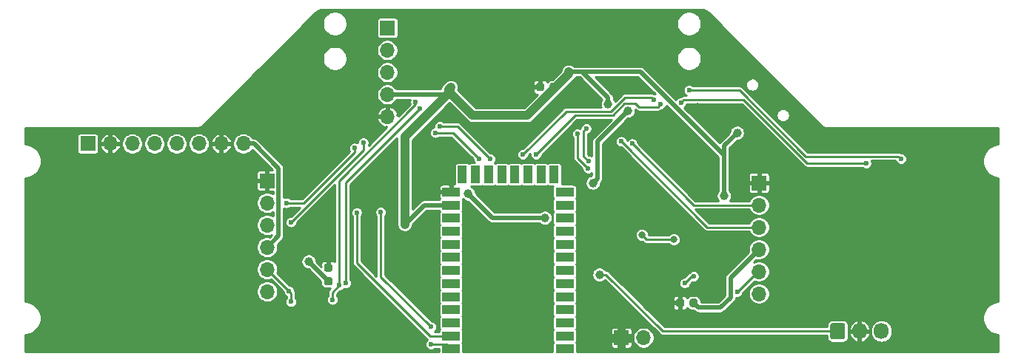
<source format=gbr>
%TF.GenerationSoftware,KiCad,Pcbnew,(5.1.7)-1*%
%TF.CreationDate,2021-05-03T22:06:55+02:00*%
%TF.ProjectId,Kaszmir,4b61737a-6d69-4722-9e6b-696361645f70,rev?*%
%TF.SameCoordinates,Original*%
%TF.FileFunction,Copper,L2,Bot*%
%TF.FilePolarity,Positive*%
%FSLAX46Y46*%
G04 Gerber Fmt 4.6, Leading zero omitted, Abs format (unit mm)*
G04 Created by KiCad (PCBNEW (5.1.7)-1) date 2021-05-03 22:06:55*
%MOMM*%
%LPD*%
G01*
G04 APERTURE LIST*
%TA.AperFunction,ComponentPad*%
%ADD10O,1.700000X1.850000*%
%TD*%
%TA.AperFunction,SMDPad,CuDef*%
%ADD11R,1.000000X2.650000*%
%TD*%
%TA.AperFunction,ComponentPad*%
%ADD12C,0.600000*%
%TD*%
%TA.AperFunction,ComponentPad*%
%ADD13O,1.700000X1.700000*%
%TD*%
%TA.AperFunction,ComponentPad*%
%ADD14R,1.700000X1.700000*%
%TD*%
%TA.AperFunction,SMDPad,CuDef*%
%ADD15R,1.000000X2.000000*%
%TD*%
%TA.AperFunction,SMDPad,CuDef*%
%ADD16R,2.000000X1.000000*%
%TD*%
%TA.AperFunction,ViaPad*%
%ADD17C,0.800000*%
%TD*%
%TA.AperFunction,ViaPad*%
%ADD18C,1.000000*%
%TD*%
%TA.AperFunction,ViaPad*%
%ADD19C,0.600000*%
%TD*%
%TA.AperFunction,Conductor*%
%ADD20C,0.250000*%
%TD*%
%TA.AperFunction,Conductor*%
%ADD21C,0.500000*%
%TD*%
%TA.AperFunction,Conductor*%
%ADD22C,1.000000*%
%TD*%
%TA.AperFunction,Conductor*%
%ADD23C,0.254000*%
%TD*%
%TA.AperFunction,Conductor*%
%ADD24C,0.150000*%
%TD*%
G04 APERTURE END LIST*
D10*
%TO.P,SW1,3*%
%TO.N,N/C*%
X138250000Y-161500000D03*
%TO.P,SW1,2*%
%TO.N,GND*%
X135750000Y-161500000D03*
%TO.P,SW1,1*%
%TO.N,Net-(R3-Pad2)*%
%TA.AperFunction,ComponentPad*%
G36*
G01*
X132400000Y-162175000D02*
X132400000Y-160825000D01*
G75*
G02*
X132650000Y-160575000I250000J0D01*
G01*
X133850000Y-160575000D01*
G75*
G02*
X134100000Y-160825000I0J-250000D01*
G01*
X134100000Y-162175000D01*
G75*
G02*
X133850000Y-162425000I-250000J0D01*
G01*
X132650000Y-162425000D01*
G75*
G02*
X132400000Y-162175000I0J250000D01*
G01*
G37*
%TD.AperFunction*%
%TD*%
%TO.P,C10,2*%
%TO.N,GND*%
%TA.AperFunction,SMDPad,CuDef*%
G36*
G01*
X99675000Y-133250000D02*
X99675000Y-133750000D01*
G75*
G02*
X99450000Y-133975000I-225000J0D01*
G01*
X99000000Y-133975000D01*
G75*
G02*
X98775000Y-133750000I0J225000D01*
G01*
X98775000Y-133250000D01*
G75*
G02*
X99000000Y-133025000I225000J0D01*
G01*
X99450000Y-133025000D01*
G75*
G02*
X99675000Y-133250000I0J-225000D01*
G01*
G37*
%TD.AperFunction*%
%TO.P,C10,1*%
%TO.N,+3V3*%
%TA.AperFunction,SMDPad,CuDef*%
G36*
G01*
X101225000Y-133250000D02*
X101225000Y-133750000D01*
G75*
G02*
X101000000Y-133975000I-225000J0D01*
G01*
X100550000Y-133975000D01*
G75*
G02*
X100325000Y-133750000I0J225000D01*
G01*
X100325000Y-133250000D01*
G75*
G02*
X100550000Y-133025000I225000J0D01*
G01*
X101000000Y-133025000D01*
G75*
G02*
X101225000Y-133250000I0J-225000D01*
G01*
G37*
%TD.AperFunction*%
%TD*%
D11*
%TO.P,U1,13*%
%TO.N,GND*%
X119000000Y-157000000D03*
D12*
X119000000Y-156000000D03*
X119000000Y-158000000D03*
X119000000Y-157000000D03*
%TD*%
D11*
%TO.P,U3,13*%
%TO.N,GND*%
X73000000Y-157000000D03*
D12*
X73000000Y-158000000D03*
X73000000Y-156000000D03*
X73000000Y-157000000D03*
%TD*%
D13*
%TO.P,STLINK,5*%
%TO.N,GND*%
X81750000Y-136910000D03*
%TO.P,STLINK,4*%
%TO.N,+3V3*%
X81750000Y-134370000D03*
%TO.P,STLINK,3*%
%TO.N,SWDIO*%
X81750000Y-131830000D03*
%TO.P,STLINK,2*%
%TO.N,SWCLK*%
X81750000Y-129290000D03*
D14*
%TO.P,STLINK,1*%
%TO.N,RST*%
X81750000Y-126750000D03*
%TD*%
D15*
%TO.P,R12,21*%
%TO.N,N/C*%
X100830000Y-143540000D03*
%TO.P,R12,20*%
X99330000Y-143540000D03*
%TO.P,R12,19*%
X97830000Y-143540000D03*
%TO.P,R12,18*%
X96330000Y-143540000D03*
%TO.P,R12,17*%
X94830000Y-143540000D03*
%TO.P,R12,16*%
X93330000Y-143540000D03*
%TO.P,R12,15*%
X91830000Y-143540000D03*
%TO.P,R12,14*%
X90330000Y-143540000D03*
D16*
%TO.P,R12,34*%
X102030000Y-163540000D03*
%TO.P,R12,1*%
%TO.N,Net-(R10-Pad2)*%
X89030000Y-163540000D03*
%TO.P,R12,33*%
%TO.N,N/C*%
X102030000Y-162040000D03*
%TO.P,R12,2*%
%TO.N,Net-(R11-Pad2)*%
X89030000Y-162040000D03*
%TO.P,R12,32*%
%TO.N,N/C*%
X102030000Y-160540000D03*
%TO.P,R12,3*%
X89030000Y-160540000D03*
%TO.P,R12,31*%
X102030000Y-159040000D03*
%TO.P,R12,4*%
X89030000Y-159040000D03*
%TO.P,R12,30*%
X102030000Y-157540000D03*
%TO.P,R12,5*%
X89030000Y-157540000D03*
%TO.P,R12,29*%
X102030000Y-156040000D03*
%TO.P,R12,6*%
X89030000Y-156040000D03*
%TO.P,R12,28*%
X102030000Y-154540000D03*
%TO.P,R12,7*%
X89030000Y-154540000D03*
%TO.P,R12,27*%
X102030000Y-153040000D03*
%TO.P,R12,8*%
X89030000Y-153040000D03*
%TO.P,R12,26*%
X102030000Y-151540000D03*
%TO.P,R12,9*%
X89030000Y-151540000D03*
%TO.P,R12,25*%
X102030000Y-150040000D03*
%TO.P,R12,10*%
X89030000Y-150040000D03*
%TO.P,R12,24*%
X102030000Y-148540000D03*
%TO.P,R12,11*%
X89030000Y-148540000D03*
%TO.P,R12,23*%
X102030000Y-147040000D03*
%TO.P,R12,12*%
%TO.N,+3V3*%
X89030000Y-147040000D03*
%TO.P,R12,22*%
%TO.N,N/C*%
X102030000Y-145540000D03*
%TO.P,R12,13*%
%TO.N,GND*%
X89030000Y-145540000D03*
%TD*%
D13*
%TO.P,J6,6*%
%TO.N,Net-(J6-Pad6)*%
X68000000Y-156950000D03*
%TO.P,J6,5*%
%TO.N,Net-(J6-Pad5)*%
X68000000Y-154410000D03*
%TO.P,J6,4*%
%TO.N,+3V3*%
X68000000Y-151870000D03*
%TO.P,J6,3*%
%TO.N,M2_A*%
X68000000Y-149330000D03*
%TO.P,J6,2*%
%TO.N,M2_B*%
X68000000Y-146790000D03*
D14*
%TO.P,J6,1*%
%TO.N,GND*%
X68000000Y-144250000D03*
%TD*%
D13*
%TO.P,J5,8*%
%TO.N,+3V3*%
X65280000Y-140000000D03*
%TO.P,J5,7*%
%TO.N,GND*%
X62740000Y-140000000D03*
%TO.P,J5,6*%
%TO.N,SCL*%
X60200000Y-140000000D03*
%TO.P,J5,5*%
%TO.N,SDA*%
X57660000Y-140000000D03*
%TO.P,J5,4*%
%TO.N,N/C*%
X55120000Y-140000000D03*
%TO.P,J5,3*%
X52580000Y-140000000D03*
%TO.P,J5,2*%
%TO.N,GND*%
X50040000Y-140000000D03*
D14*
%TO.P,J5,1*%
%TO.N,N/C*%
X47500000Y-140000000D03*
%TD*%
D13*
%TO.P,J4,6*%
%TO.N,Net-(J4-Pad6)*%
X124250000Y-157200000D03*
%TO.P,J4,5*%
%TO.N,Net-(J4-Pad5)*%
X124250000Y-154660000D03*
%TO.P,J4,4*%
%TO.N,+3V3*%
X124250000Y-152120000D03*
%TO.P,J4,3*%
%TO.N,M1_A*%
X124250000Y-149580000D03*
%TO.P,J4,2*%
%TO.N,M1_B*%
X124250000Y-147040000D03*
D14*
%TO.P,J4,1*%
%TO.N,GND*%
X124250000Y-144500000D03*
%TD*%
D13*
%TO.P,J3,2*%
%TO.N,Net-(J3-Pad2)*%
X111040000Y-162250000D03*
D14*
%TO.P,J3,1*%
%TO.N,GND*%
X108500000Y-162250000D03*
%TD*%
%TO.P,C6,2*%
%TO.N,GND*%
%TA.AperFunction,SMDPad,CuDef*%
G36*
G01*
X115675000Y-158000000D02*
X115675000Y-158500000D01*
G75*
G02*
X115450000Y-158725000I-225000J0D01*
G01*
X115000000Y-158725000D01*
G75*
G02*
X114775000Y-158500000I0J225000D01*
G01*
X114775000Y-158000000D01*
G75*
G02*
X115000000Y-157775000I225000J0D01*
G01*
X115450000Y-157775000D01*
G75*
G02*
X115675000Y-158000000I0J-225000D01*
G01*
G37*
%TD.AperFunction*%
%TO.P,C6,1*%
%TO.N,+3V3*%
%TA.AperFunction,SMDPad,CuDef*%
G36*
G01*
X117225000Y-158000000D02*
X117225000Y-158500000D01*
G75*
G02*
X117000000Y-158725000I-225000J0D01*
G01*
X116550000Y-158725000D01*
G75*
G02*
X116325000Y-158500000I0J225000D01*
G01*
X116325000Y-158000000D01*
G75*
G02*
X116550000Y-157775000I225000J0D01*
G01*
X117000000Y-157775000D01*
G75*
G02*
X117225000Y-158000000I0J-225000D01*
G01*
G37*
%TD.AperFunction*%
%TD*%
%TO.P,C3,2*%
%TO.N,GND*%
%TA.AperFunction,SMDPad,CuDef*%
G36*
G01*
X75250000Y-154675000D02*
X74750000Y-154675000D01*
G75*
G02*
X74525000Y-154450000I0J225000D01*
G01*
X74525000Y-154000000D01*
G75*
G02*
X74750000Y-153775000I225000J0D01*
G01*
X75250000Y-153775000D01*
G75*
G02*
X75475000Y-154000000I0J-225000D01*
G01*
X75475000Y-154450000D01*
G75*
G02*
X75250000Y-154675000I-225000J0D01*
G01*
G37*
%TD.AperFunction*%
%TO.P,C3,1*%
%TO.N,+3V3*%
%TA.AperFunction,SMDPad,CuDef*%
G36*
G01*
X75250000Y-156225000D02*
X74750000Y-156225000D01*
G75*
G02*
X74525000Y-156000000I0J225000D01*
G01*
X74525000Y-155550000D01*
G75*
G02*
X74750000Y-155325000I225000J0D01*
G01*
X75250000Y-155325000D01*
G75*
G02*
X75475000Y-155550000I0J-225000D01*
G01*
X75475000Y-156000000D01*
G75*
G02*
X75250000Y-156225000I-225000J0D01*
G01*
G37*
%TD.AperFunction*%
%TD*%
D17*
%TO.N,GND*%
X107250000Y-133250000D03*
X110000000Y-133250000D03*
X113250000Y-156000000D03*
D18*
X105750000Y-137750000D03*
D19*
X138500000Y-139000000D03*
X134750000Y-139000000D03*
X99250000Y-147500000D03*
X97750000Y-147500000D03*
X93250000Y-135250000D03*
X94500000Y-135250000D03*
X95750000Y-135250000D03*
X97000000Y-135250000D03*
X96000000Y-138000000D03*
X97250000Y-138000000D03*
X98500000Y-137750000D03*
X99750000Y-136500000D03*
X99750000Y-137750000D03*
X97500000Y-139000000D03*
X92000000Y-138250000D03*
X93250000Y-138250000D03*
X93000000Y-139250000D03*
X94250000Y-139500000D03*
X94750000Y-140750000D03*
X95750000Y-141250000D03*
X104000000Y-133250000D03*
X92000000Y-131250000D03*
X93750000Y-131250000D03*
D18*
X85750000Y-143500000D03*
D17*
X123250000Y-137250000D03*
X117250000Y-135750000D03*
X119250000Y-138750000D03*
X91250000Y-150250000D03*
X96000000Y-150250000D03*
X91250000Y-153000000D03*
X96000000Y-153000000D03*
X91250000Y-156250000D03*
X96000000Y-156250000D03*
X91250000Y-158750000D03*
X96000000Y-158750000D03*
X99000000Y-156500000D03*
X105500000Y-158500000D03*
X105750000Y-146500000D03*
X105000000Y-148500000D03*
X108000000Y-148250000D03*
X85250000Y-156500000D03*
X86000000Y-152500000D03*
X80000000Y-158250000D03*
X79500000Y-161250000D03*
X77250000Y-159500000D03*
X75000000Y-162000000D03*
X66750000Y-162000000D03*
X71250000Y-161750000D03*
X73250000Y-150000000D03*
X75250000Y-146500000D03*
X77000000Y-139250000D03*
X81000000Y-141750000D03*
X79000000Y-143750000D03*
X80000000Y-150750000D03*
X77750000Y-135750000D03*
X70250000Y-141000000D03*
X70750000Y-142250000D03*
X108250000Y-143500000D03*
X110250000Y-145250000D03*
X113250000Y-147750000D03*
X117250000Y-150500000D03*
X120750000Y-151250000D03*
X115750000Y-152500000D03*
X119000000Y-153250000D03*
X110500000Y-137750000D03*
X114500000Y-138250000D03*
X108000000Y-130000000D03*
X112000000Y-130750000D03*
X114250000Y-132750000D03*
X127500000Y-142500000D03*
X129500000Y-144000000D03*
X135750000Y-144000000D03*
X141250000Y-143750000D03*
X145000000Y-141250000D03*
X143250000Y-161250000D03*
X128750000Y-159500000D03*
X127750000Y-162500000D03*
X124000000Y-163000000D03*
X118750000Y-162750000D03*
X115750000Y-162750000D03*
X110250000Y-127250000D03*
X118750000Y-128500000D03*
X79000000Y-127500000D03*
X78500000Y-133000000D03*
X73750000Y-134000000D03*
X72500000Y-129750000D03*
X70000000Y-135750000D03*
X69750000Y-139500000D03*
X91000000Y-127000000D03*
X95500000Y-127250000D03*
X101000000Y-127250000D03*
X121500000Y-141750000D03*
X119000000Y-142750000D03*
%TO.N,VCC*%
X114500000Y-151000000D03*
X110849999Y-150449999D03*
D19*
%TO.N,+3V3*%
X116775000Y-158250000D03*
X75000000Y-155775000D03*
D18*
X72750000Y-153500000D03*
X102500000Y-131750000D03*
X120250000Y-146000000D03*
D19*
X100875000Y-133375000D03*
D18*
X83750000Y-149250000D03*
X89000000Y-133525000D03*
X121750000Y-138750000D03*
X105250000Y-144500000D03*
X107000000Y-135474979D03*
X91000000Y-145750000D03*
X99750000Y-148500000D03*
X109250000Y-136250000D03*
D19*
%TO.N,Net-(J4-Pad5)*%
X121750000Y-157000000D03*
%TO.N,M1_A*%
X108500000Y-139750000D03*
%TO.N,M1_B*%
X109750000Y-140000000D03*
%TO.N,Net-(J6-Pad5)*%
X70500000Y-156875000D03*
X70737810Y-158125001D03*
%TO.N,M2_A*%
X70750000Y-149000000D03*
X79000000Y-139874990D03*
%TO.N,M2_B*%
X70210000Y-146790000D03*
X78000000Y-140500000D03*
D18*
%TO.N,Net-(R3-Pad2)*%
X106000000Y-155000000D03*
D19*
%TO.N,Net-(R10-Pad2)*%
X86750000Y-161000000D03*
X86750000Y-163000000D03*
X80999995Y-147825005D03*
%TO.N,Net-(R11-Pad2)*%
X78250000Y-147899990D03*
%TO.N,M1_L*%
X104713235Y-142847119D03*
X115750000Y-156000000D03*
X116776939Y-155218037D03*
X103500000Y-138875010D03*
%TO.N,M1_R*%
X104750000Y-142000000D03*
X104500000Y-138250000D03*
%TO.N,SWCLK*%
X93500000Y-141750000D03*
X87750000Y-138000000D03*
%TO.N,SWDIO*%
X92250000Y-141750000D03*
X87250000Y-138750000D03*
%TO.N,M2_L*%
X75470491Y-157875000D03*
X76250000Y-156250000D03*
X85000000Y-135250000D03*
%TO.N,M2_R*%
X77008958Y-155997014D03*
X85500000Y-136000000D03*
%TO.N,Net-(R6-Pad1)*%
X98750000Y-141250000D03*
X113000000Y-135500000D03*
X136500000Y-142250000D03*
X115317606Y-135298174D03*
%TO.N,Net-(R7-Pad1)*%
X97250000Y-141250000D03*
X112250000Y-135000000D03*
X140500000Y-141750000D03*
X116250000Y-133874990D03*
%TD*%
D20*
%TO.N,VCC*%
X111400000Y-151000000D02*
X110849999Y-150449999D01*
X114500000Y-151000000D02*
X111400000Y-151000000D01*
D21*
%TO.N,+3V3*%
X75000000Y-155750000D02*
X72750000Y-153500000D01*
X75000000Y-155775000D02*
X75000000Y-155750000D01*
X100875000Y-133375000D02*
X102500000Y-131750000D01*
X85960000Y-147040000D02*
X89030000Y-147040000D01*
X83750000Y-149250000D02*
X85960000Y-147040000D01*
X69300001Y-150569999D02*
X68000000Y-151870000D01*
X69300001Y-142817920D02*
X69300001Y-150569999D01*
X66482081Y-140000000D02*
X69300001Y-142817920D01*
X65280000Y-140000000D02*
X66482081Y-140000000D01*
X120250000Y-141250000D02*
X120250000Y-146000000D01*
D22*
X88730002Y-134250000D02*
X89000000Y-134250000D01*
X83750000Y-139230002D02*
X88730002Y-134250000D01*
X83750000Y-149250000D02*
X83750000Y-139230002D01*
X88730002Y-133794998D02*
X89000000Y-133525000D01*
X88730002Y-134250000D02*
X88730002Y-133794998D01*
D21*
X81750000Y-134370000D02*
X89130000Y-134370000D01*
X120999999Y-155370001D02*
X124250000Y-152120000D01*
X120999999Y-157635003D02*
X120999999Y-155370001D01*
X119860001Y-158775001D02*
X120999999Y-157635003D01*
X117300001Y-158775001D02*
X119860001Y-158775001D01*
X116775000Y-158250000D02*
X117300001Y-158775001D01*
X120250000Y-140250000D02*
X121750000Y-138750000D01*
X120250000Y-141250000D02*
X120250000Y-140250000D01*
D22*
X102500000Y-132008164D02*
X102500000Y-131750000D01*
X97758164Y-136750000D02*
X102500000Y-132008164D01*
X91510000Y-136750000D02*
X97758164Y-136750000D01*
X89130000Y-134370000D02*
X91510000Y-136750000D01*
D21*
X93750000Y-148500000D02*
X99750000Y-148500000D01*
X91000000Y-145750000D02*
X93750000Y-148500000D01*
X105749999Y-139750001D02*
X109250000Y-136250000D01*
X105250000Y-144500000D02*
X105749999Y-144000001D01*
X105749999Y-144000001D02*
X105749999Y-139750001D01*
X120159428Y-141250000D02*
X120250000Y-141250000D01*
X110659428Y-131750000D02*
X120159428Y-141250000D01*
X102500000Y-131750000D02*
X110659428Y-131750000D01*
X107000000Y-134750000D02*
X107000000Y-135474979D01*
X104000000Y-131750000D02*
X107000000Y-134750000D01*
X102500000Y-131750000D02*
X104000000Y-131750000D01*
D20*
%TO.N,Net-(J4-Pad5)*%
X124090000Y-154660000D02*
X124250000Y-154660000D01*
X121750000Y-157000000D02*
X124090000Y-154660000D01*
%TO.N,M1_A*%
X118330000Y-149580000D02*
X108500000Y-139750000D01*
X124250000Y-149580000D02*
X118330000Y-149580000D01*
%TO.N,M1_B*%
X124250000Y-147040000D02*
X116790000Y-147040000D01*
X116790000Y-147040000D02*
X109750000Y-140000000D01*
%TO.N,Net-(J6-Pad5)*%
X68035000Y-154410000D02*
X68000000Y-154410000D01*
X70500000Y-156875000D02*
X68035000Y-154410000D01*
X70737810Y-157112810D02*
X70500000Y-156875000D01*
X70737810Y-158125001D02*
X70737810Y-157112810D01*
%TO.N,M2_A*%
X79000000Y-140750000D02*
X79000000Y-139874990D01*
X70750000Y-149000000D02*
X79000000Y-140750000D01*
%TO.N,M2_B*%
X78000000Y-141000000D02*
X78000000Y-140500000D01*
X72210000Y-146790000D02*
X78000000Y-141000000D01*
X70210000Y-146790000D02*
X72210000Y-146790000D01*
%TO.N,Net-(R3-Pad2)*%
X113250000Y-161500000D02*
X133250000Y-161500000D01*
X106750000Y-155000000D02*
X113250000Y-161500000D01*
X106000000Y-155000000D02*
X106750000Y-155000000D01*
%TO.N,Net-(R10-Pad2)*%
X88490000Y-163000000D02*
X89030000Y-163540000D01*
X86750000Y-163000000D02*
X88490000Y-163000000D01*
X86750000Y-161000000D02*
X80999995Y-155249995D01*
X80999995Y-155249995D02*
X80999995Y-147825005D01*
%TO.N,Net-(R11-Pad2)*%
X78250000Y-153674264D02*
X78250000Y-147899990D01*
X89030000Y-162040000D02*
X86615736Y-162040000D01*
X86615736Y-162040000D02*
X78250000Y-153674264D01*
%TO.N,M1_L*%
X116531963Y-155218037D02*
X116776939Y-155218037D01*
X115750000Y-156000000D02*
X116531963Y-155218037D01*
X103500000Y-141633884D02*
X103500000Y-138875010D01*
X104713235Y-142847119D02*
X103500000Y-141633884D01*
%TO.N,M1_R*%
X104750000Y-142000000D02*
X104200001Y-141450001D01*
X104200001Y-138549999D02*
X104500000Y-138250000D01*
X104200001Y-141450001D02*
X104200001Y-138549999D01*
%TO.N,SWCLK*%
X89750000Y-138000000D02*
X87750000Y-138000000D01*
X93500000Y-141750000D02*
X89750000Y-138000000D01*
%TO.N,SWDIO*%
X89250000Y-138750000D02*
X87250000Y-138750000D01*
X92250000Y-141750000D02*
X89250000Y-138750000D01*
%TO.N,M2_L*%
X75470491Y-157029509D02*
X76250000Y-156250000D01*
X75470491Y-157875000D02*
X75470491Y-157029509D01*
X76250000Y-156250000D02*
X76250000Y-144250000D01*
X76250000Y-144250000D02*
X85000000Y-135500000D01*
X85000000Y-135500000D02*
X85000000Y-135250000D01*
%TO.N,M2_R*%
X77008958Y-155997014D02*
X77008958Y-144491042D01*
X77008958Y-144491042D02*
X85500000Y-136000000D01*
%TO.N,Net-(R6-Pad1)*%
X98750000Y-141250000D02*
X103250000Y-136750000D01*
X110521003Y-135799999D02*
X112700001Y-135799999D01*
X110146002Y-135424998D02*
X110521003Y-135799999D01*
X103250000Y-136750000D02*
X107528996Y-136750000D01*
X107528996Y-136750000D02*
X108853998Y-135424998D01*
X108853998Y-135424998D02*
X110146002Y-135424998D01*
X112700001Y-135799999D02*
X113000000Y-135500000D01*
X115617605Y-134998175D02*
X115317606Y-135298174D01*
X122498175Y-134998175D02*
X115617605Y-134998175D01*
X129750000Y-142250000D02*
X122498175Y-134998175D01*
X136500000Y-142250000D02*
X129750000Y-142250000D01*
%TO.N,Net-(R7-Pad1)*%
X111950001Y-134700001D02*
X112250000Y-135000000D01*
X108942584Y-134700001D02*
X111950001Y-134700001D01*
X107342596Y-136299989D02*
X108942584Y-134700001D01*
X97250000Y-141250000D02*
X102200011Y-136299989D01*
X102200011Y-136299989D02*
X107342596Y-136299989D01*
X129586411Y-141450001D02*
X122011400Y-133874990D01*
X140500000Y-141750000D02*
X140200001Y-141450001D01*
X140200001Y-141450001D02*
X129586411Y-141450001D01*
X122011400Y-133874990D02*
X116250000Y-133874990D01*
%TD*%
D23*
%TO.N,GND*%
X100119537Y-144854981D02*
X100185030Y-144889988D01*
X100256095Y-144911545D01*
X100330000Y-144918824D01*
X100672794Y-144918824D01*
X100658455Y-144966095D01*
X100651176Y-145040000D01*
X100651176Y-146040000D01*
X100658455Y-146113905D01*
X100680012Y-146184970D01*
X100715019Y-146250463D01*
X100747466Y-146290000D01*
X100715019Y-146329537D01*
X100680012Y-146395030D01*
X100658455Y-146466095D01*
X100651176Y-146540000D01*
X100651176Y-147540000D01*
X100658455Y-147613905D01*
X100680012Y-147684970D01*
X100715019Y-147750463D01*
X100747466Y-147790000D01*
X100715019Y-147829537D01*
X100680012Y-147895030D01*
X100658455Y-147966095D01*
X100651176Y-148040000D01*
X100651176Y-149040000D01*
X100658455Y-149113905D01*
X100680012Y-149184970D01*
X100715019Y-149250463D01*
X100747466Y-149290000D01*
X100715019Y-149329537D01*
X100680012Y-149395030D01*
X100658455Y-149466095D01*
X100651176Y-149540000D01*
X100651176Y-150540000D01*
X100658455Y-150613905D01*
X100680012Y-150684970D01*
X100715019Y-150750463D01*
X100747466Y-150790000D01*
X100715019Y-150829537D01*
X100680012Y-150895030D01*
X100658455Y-150966095D01*
X100651176Y-151040000D01*
X100651176Y-152040000D01*
X100658455Y-152113905D01*
X100680012Y-152184970D01*
X100715019Y-152250463D01*
X100747466Y-152290000D01*
X100715019Y-152329537D01*
X100680012Y-152395030D01*
X100658455Y-152466095D01*
X100651176Y-152540000D01*
X100651176Y-153540000D01*
X100658455Y-153613905D01*
X100680012Y-153684970D01*
X100715019Y-153750463D01*
X100747466Y-153790000D01*
X100715019Y-153829537D01*
X100680012Y-153895030D01*
X100658455Y-153966095D01*
X100651176Y-154040000D01*
X100651176Y-155040000D01*
X100658455Y-155113905D01*
X100680012Y-155184970D01*
X100715019Y-155250463D01*
X100747466Y-155290000D01*
X100715019Y-155329537D01*
X100680012Y-155395030D01*
X100658455Y-155466095D01*
X100651176Y-155540000D01*
X100651176Y-156540000D01*
X100658455Y-156613905D01*
X100680012Y-156684970D01*
X100715019Y-156750463D01*
X100747466Y-156790000D01*
X100715019Y-156829537D01*
X100680012Y-156895030D01*
X100658455Y-156966095D01*
X100651176Y-157040000D01*
X100651176Y-158040000D01*
X100658455Y-158113905D01*
X100680012Y-158184970D01*
X100715019Y-158250463D01*
X100747466Y-158290000D01*
X100715019Y-158329537D01*
X100680012Y-158395030D01*
X100658455Y-158466095D01*
X100651176Y-158540000D01*
X100651176Y-159540000D01*
X100658455Y-159613905D01*
X100680012Y-159684970D01*
X100715019Y-159750463D01*
X100747466Y-159790000D01*
X100715019Y-159829537D01*
X100680012Y-159895030D01*
X100658455Y-159966095D01*
X100651176Y-160040000D01*
X100651176Y-161040000D01*
X100658455Y-161113905D01*
X100680012Y-161184970D01*
X100715019Y-161250463D01*
X100747466Y-161290000D01*
X100715019Y-161329537D01*
X100680012Y-161395030D01*
X100658455Y-161466095D01*
X100651176Y-161540000D01*
X100651176Y-162540000D01*
X100658455Y-162613905D01*
X100680012Y-162684970D01*
X100715019Y-162750463D01*
X100747466Y-162790000D01*
X100715019Y-162829537D01*
X100680012Y-162895030D01*
X100658455Y-162966095D01*
X100651176Y-163040000D01*
X100651176Y-163848000D01*
X90408824Y-163848000D01*
X90408824Y-163040000D01*
X90401545Y-162966095D01*
X90379988Y-162895030D01*
X90344981Y-162829537D01*
X90312534Y-162790000D01*
X90344981Y-162750463D01*
X90379988Y-162684970D01*
X90401545Y-162613905D01*
X90408824Y-162540000D01*
X90408824Y-161540000D01*
X90401545Y-161466095D01*
X90379988Y-161395030D01*
X90344981Y-161329537D01*
X90312534Y-161290000D01*
X90344981Y-161250463D01*
X90379988Y-161184970D01*
X90401545Y-161113905D01*
X90408824Y-161040000D01*
X90408824Y-160040000D01*
X90401545Y-159966095D01*
X90379988Y-159895030D01*
X90344981Y-159829537D01*
X90312534Y-159790000D01*
X90344981Y-159750463D01*
X90379988Y-159684970D01*
X90401545Y-159613905D01*
X90408824Y-159540000D01*
X90408824Y-158540000D01*
X90401545Y-158466095D01*
X90379988Y-158395030D01*
X90344981Y-158329537D01*
X90312534Y-158290000D01*
X90344981Y-158250463D01*
X90379988Y-158184970D01*
X90401545Y-158113905D01*
X90408824Y-158040000D01*
X90408824Y-157040000D01*
X90401545Y-156966095D01*
X90379988Y-156895030D01*
X90344981Y-156829537D01*
X90312534Y-156790000D01*
X90344981Y-156750463D01*
X90379988Y-156684970D01*
X90401545Y-156613905D01*
X90408824Y-156540000D01*
X90408824Y-155540000D01*
X90401545Y-155466095D01*
X90379988Y-155395030D01*
X90344981Y-155329537D01*
X90312534Y-155290000D01*
X90344981Y-155250463D01*
X90379988Y-155184970D01*
X90401545Y-155113905D01*
X90408824Y-155040000D01*
X90408824Y-154040000D01*
X90401545Y-153966095D01*
X90379988Y-153895030D01*
X90344981Y-153829537D01*
X90312534Y-153790000D01*
X90344981Y-153750463D01*
X90379988Y-153684970D01*
X90401545Y-153613905D01*
X90408824Y-153540000D01*
X90408824Y-152540000D01*
X90401545Y-152466095D01*
X90379988Y-152395030D01*
X90344981Y-152329537D01*
X90312534Y-152290000D01*
X90344981Y-152250463D01*
X90379988Y-152184970D01*
X90401545Y-152113905D01*
X90408824Y-152040000D01*
X90408824Y-151040000D01*
X90401545Y-150966095D01*
X90379988Y-150895030D01*
X90344981Y-150829537D01*
X90312534Y-150790000D01*
X90344981Y-150750463D01*
X90379988Y-150684970D01*
X90401545Y-150613905D01*
X90408824Y-150540000D01*
X90408824Y-149540000D01*
X90401545Y-149466095D01*
X90379988Y-149395030D01*
X90344981Y-149329537D01*
X90312534Y-149290000D01*
X90344981Y-149250463D01*
X90379988Y-149184970D01*
X90401545Y-149113905D01*
X90408824Y-149040000D01*
X90408824Y-148040000D01*
X90401545Y-147966095D01*
X90379988Y-147895030D01*
X90344981Y-147829537D01*
X90312534Y-147790000D01*
X90344981Y-147750463D01*
X90379988Y-147684970D01*
X90401545Y-147613905D01*
X90408824Y-147540000D01*
X90408824Y-146540000D01*
X90401545Y-146466095D01*
X90379988Y-146395030D01*
X90351537Y-146341802D01*
X90440945Y-146431210D01*
X90584585Y-146527187D01*
X90744189Y-146593297D01*
X90913623Y-146627000D01*
X90990289Y-146627000D01*
X93284866Y-148921578D01*
X93304499Y-148945501D01*
X93399972Y-149023853D01*
X93508897Y-149082075D01*
X93627087Y-149117927D01*
X93719206Y-149127000D01*
X93719207Y-149127000D01*
X93749999Y-149130033D01*
X93780791Y-149127000D01*
X99136735Y-149127000D01*
X99190945Y-149181210D01*
X99334585Y-149277187D01*
X99494189Y-149343297D01*
X99663623Y-149377000D01*
X99836377Y-149377000D01*
X100005811Y-149343297D01*
X100165415Y-149277187D01*
X100309055Y-149181210D01*
X100431210Y-149059055D01*
X100527187Y-148915415D01*
X100593297Y-148755811D01*
X100627000Y-148586377D01*
X100627000Y-148413623D01*
X100593297Y-148244189D01*
X100527187Y-148084585D01*
X100431210Y-147940945D01*
X100309055Y-147818790D01*
X100165415Y-147722813D01*
X100005811Y-147656703D01*
X99836377Y-147623000D01*
X99663623Y-147623000D01*
X99494189Y-147656703D01*
X99334585Y-147722813D01*
X99190945Y-147818790D01*
X99136735Y-147873000D01*
X94009712Y-147873000D01*
X91877000Y-145740289D01*
X91877000Y-145663623D01*
X91843297Y-145494189D01*
X91777187Y-145334585D01*
X91681210Y-145190945D01*
X91559055Y-145068790D01*
X91415415Y-144972813D01*
X91271059Y-144913019D01*
X91330000Y-144918824D01*
X92330000Y-144918824D01*
X92403905Y-144911545D01*
X92474970Y-144889988D01*
X92540463Y-144854981D01*
X92580000Y-144822534D01*
X92619537Y-144854981D01*
X92685030Y-144889988D01*
X92756095Y-144911545D01*
X92830000Y-144918824D01*
X93830000Y-144918824D01*
X93903905Y-144911545D01*
X93974970Y-144889988D01*
X94040463Y-144854981D01*
X94080000Y-144822534D01*
X94119537Y-144854981D01*
X94185030Y-144889988D01*
X94256095Y-144911545D01*
X94330000Y-144918824D01*
X95330000Y-144918824D01*
X95403905Y-144911545D01*
X95474970Y-144889988D01*
X95540463Y-144854981D01*
X95580000Y-144822534D01*
X95619537Y-144854981D01*
X95685030Y-144889988D01*
X95756095Y-144911545D01*
X95830000Y-144918824D01*
X96830000Y-144918824D01*
X96903905Y-144911545D01*
X96974970Y-144889988D01*
X97040463Y-144854981D01*
X97080000Y-144822534D01*
X97119537Y-144854981D01*
X97185030Y-144889988D01*
X97256095Y-144911545D01*
X97330000Y-144918824D01*
X98330000Y-144918824D01*
X98403905Y-144911545D01*
X98474970Y-144889988D01*
X98540463Y-144854981D01*
X98580000Y-144822534D01*
X98619537Y-144854981D01*
X98685030Y-144889988D01*
X98756095Y-144911545D01*
X98830000Y-144918824D01*
X99830000Y-144918824D01*
X99903905Y-144911545D01*
X99974970Y-144889988D01*
X100040463Y-144854981D01*
X100080000Y-144822534D01*
X100119537Y-144854981D01*
%TA.AperFunction,Conductor*%
D24*
G36*
X100119537Y-144854981D02*
G01*
X100185030Y-144889988D01*
X100256095Y-144911545D01*
X100330000Y-144918824D01*
X100672794Y-144918824D01*
X100658455Y-144966095D01*
X100651176Y-145040000D01*
X100651176Y-146040000D01*
X100658455Y-146113905D01*
X100680012Y-146184970D01*
X100715019Y-146250463D01*
X100747466Y-146290000D01*
X100715019Y-146329537D01*
X100680012Y-146395030D01*
X100658455Y-146466095D01*
X100651176Y-146540000D01*
X100651176Y-147540000D01*
X100658455Y-147613905D01*
X100680012Y-147684970D01*
X100715019Y-147750463D01*
X100747466Y-147790000D01*
X100715019Y-147829537D01*
X100680012Y-147895030D01*
X100658455Y-147966095D01*
X100651176Y-148040000D01*
X100651176Y-149040000D01*
X100658455Y-149113905D01*
X100680012Y-149184970D01*
X100715019Y-149250463D01*
X100747466Y-149290000D01*
X100715019Y-149329537D01*
X100680012Y-149395030D01*
X100658455Y-149466095D01*
X100651176Y-149540000D01*
X100651176Y-150540000D01*
X100658455Y-150613905D01*
X100680012Y-150684970D01*
X100715019Y-150750463D01*
X100747466Y-150790000D01*
X100715019Y-150829537D01*
X100680012Y-150895030D01*
X100658455Y-150966095D01*
X100651176Y-151040000D01*
X100651176Y-152040000D01*
X100658455Y-152113905D01*
X100680012Y-152184970D01*
X100715019Y-152250463D01*
X100747466Y-152290000D01*
X100715019Y-152329537D01*
X100680012Y-152395030D01*
X100658455Y-152466095D01*
X100651176Y-152540000D01*
X100651176Y-153540000D01*
X100658455Y-153613905D01*
X100680012Y-153684970D01*
X100715019Y-153750463D01*
X100747466Y-153790000D01*
X100715019Y-153829537D01*
X100680012Y-153895030D01*
X100658455Y-153966095D01*
X100651176Y-154040000D01*
X100651176Y-155040000D01*
X100658455Y-155113905D01*
X100680012Y-155184970D01*
X100715019Y-155250463D01*
X100747466Y-155290000D01*
X100715019Y-155329537D01*
X100680012Y-155395030D01*
X100658455Y-155466095D01*
X100651176Y-155540000D01*
X100651176Y-156540000D01*
X100658455Y-156613905D01*
X100680012Y-156684970D01*
X100715019Y-156750463D01*
X100747466Y-156790000D01*
X100715019Y-156829537D01*
X100680012Y-156895030D01*
X100658455Y-156966095D01*
X100651176Y-157040000D01*
X100651176Y-158040000D01*
X100658455Y-158113905D01*
X100680012Y-158184970D01*
X100715019Y-158250463D01*
X100747466Y-158290000D01*
X100715019Y-158329537D01*
X100680012Y-158395030D01*
X100658455Y-158466095D01*
X100651176Y-158540000D01*
X100651176Y-159540000D01*
X100658455Y-159613905D01*
X100680012Y-159684970D01*
X100715019Y-159750463D01*
X100747466Y-159790000D01*
X100715019Y-159829537D01*
X100680012Y-159895030D01*
X100658455Y-159966095D01*
X100651176Y-160040000D01*
X100651176Y-161040000D01*
X100658455Y-161113905D01*
X100680012Y-161184970D01*
X100715019Y-161250463D01*
X100747466Y-161290000D01*
X100715019Y-161329537D01*
X100680012Y-161395030D01*
X100658455Y-161466095D01*
X100651176Y-161540000D01*
X100651176Y-162540000D01*
X100658455Y-162613905D01*
X100680012Y-162684970D01*
X100715019Y-162750463D01*
X100747466Y-162790000D01*
X100715019Y-162829537D01*
X100680012Y-162895030D01*
X100658455Y-162966095D01*
X100651176Y-163040000D01*
X100651176Y-163848000D01*
X90408824Y-163848000D01*
X90408824Y-163040000D01*
X90401545Y-162966095D01*
X90379988Y-162895030D01*
X90344981Y-162829537D01*
X90312534Y-162790000D01*
X90344981Y-162750463D01*
X90379988Y-162684970D01*
X90401545Y-162613905D01*
X90408824Y-162540000D01*
X90408824Y-161540000D01*
X90401545Y-161466095D01*
X90379988Y-161395030D01*
X90344981Y-161329537D01*
X90312534Y-161290000D01*
X90344981Y-161250463D01*
X90379988Y-161184970D01*
X90401545Y-161113905D01*
X90408824Y-161040000D01*
X90408824Y-160040000D01*
X90401545Y-159966095D01*
X90379988Y-159895030D01*
X90344981Y-159829537D01*
X90312534Y-159790000D01*
X90344981Y-159750463D01*
X90379988Y-159684970D01*
X90401545Y-159613905D01*
X90408824Y-159540000D01*
X90408824Y-158540000D01*
X90401545Y-158466095D01*
X90379988Y-158395030D01*
X90344981Y-158329537D01*
X90312534Y-158290000D01*
X90344981Y-158250463D01*
X90379988Y-158184970D01*
X90401545Y-158113905D01*
X90408824Y-158040000D01*
X90408824Y-157040000D01*
X90401545Y-156966095D01*
X90379988Y-156895030D01*
X90344981Y-156829537D01*
X90312534Y-156790000D01*
X90344981Y-156750463D01*
X90379988Y-156684970D01*
X90401545Y-156613905D01*
X90408824Y-156540000D01*
X90408824Y-155540000D01*
X90401545Y-155466095D01*
X90379988Y-155395030D01*
X90344981Y-155329537D01*
X90312534Y-155290000D01*
X90344981Y-155250463D01*
X90379988Y-155184970D01*
X90401545Y-155113905D01*
X90408824Y-155040000D01*
X90408824Y-154040000D01*
X90401545Y-153966095D01*
X90379988Y-153895030D01*
X90344981Y-153829537D01*
X90312534Y-153790000D01*
X90344981Y-153750463D01*
X90379988Y-153684970D01*
X90401545Y-153613905D01*
X90408824Y-153540000D01*
X90408824Y-152540000D01*
X90401545Y-152466095D01*
X90379988Y-152395030D01*
X90344981Y-152329537D01*
X90312534Y-152290000D01*
X90344981Y-152250463D01*
X90379988Y-152184970D01*
X90401545Y-152113905D01*
X90408824Y-152040000D01*
X90408824Y-151040000D01*
X90401545Y-150966095D01*
X90379988Y-150895030D01*
X90344981Y-150829537D01*
X90312534Y-150790000D01*
X90344981Y-150750463D01*
X90379988Y-150684970D01*
X90401545Y-150613905D01*
X90408824Y-150540000D01*
X90408824Y-149540000D01*
X90401545Y-149466095D01*
X90379988Y-149395030D01*
X90344981Y-149329537D01*
X90312534Y-149290000D01*
X90344981Y-149250463D01*
X90379988Y-149184970D01*
X90401545Y-149113905D01*
X90408824Y-149040000D01*
X90408824Y-148040000D01*
X90401545Y-147966095D01*
X90379988Y-147895030D01*
X90344981Y-147829537D01*
X90312534Y-147790000D01*
X90344981Y-147750463D01*
X90379988Y-147684970D01*
X90401545Y-147613905D01*
X90408824Y-147540000D01*
X90408824Y-146540000D01*
X90401545Y-146466095D01*
X90379988Y-146395030D01*
X90351537Y-146341802D01*
X90440945Y-146431210D01*
X90584585Y-146527187D01*
X90744189Y-146593297D01*
X90913623Y-146627000D01*
X90990289Y-146627000D01*
X93284866Y-148921578D01*
X93304499Y-148945501D01*
X93399972Y-149023853D01*
X93508897Y-149082075D01*
X93627087Y-149117927D01*
X93719206Y-149127000D01*
X93719207Y-149127000D01*
X93749999Y-149130033D01*
X93780791Y-149127000D01*
X99136735Y-149127000D01*
X99190945Y-149181210D01*
X99334585Y-149277187D01*
X99494189Y-149343297D01*
X99663623Y-149377000D01*
X99836377Y-149377000D01*
X100005811Y-149343297D01*
X100165415Y-149277187D01*
X100309055Y-149181210D01*
X100431210Y-149059055D01*
X100527187Y-148915415D01*
X100593297Y-148755811D01*
X100627000Y-148586377D01*
X100627000Y-148413623D01*
X100593297Y-148244189D01*
X100527187Y-148084585D01*
X100431210Y-147940945D01*
X100309055Y-147818790D01*
X100165415Y-147722813D01*
X100005811Y-147656703D01*
X99836377Y-147623000D01*
X99663623Y-147623000D01*
X99494189Y-147656703D01*
X99334585Y-147722813D01*
X99190945Y-147818790D01*
X99136735Y-147873000D01*
X94009712Y-147873000D01*
X91877000Y-145740289D01*
X91877000Y-145663623D01*
X91843297Y-145494189D01*
X91777187Y-145334585D01*
X91681210Y-145190945D01*
X91559055Y-145068790D01*
X91415415Y-144972813D01*
X91271059Y-144913019D01*
X91330000Y-144918824D01*
X92330000Y-144918824D01*
X92403905Y-144911545D01*
X92474970Y-144889988D01*
X92540463Y-144854981D01*
X92580000Y-144822534D01*
X92619537Y-144854981D01*
X92685030Y-144889988D01*
X92756095Y-144911545D01*
X92830000Y-144918824D01*
X93830000Y-144918824D01*
X93903905Y-144911545D01*
X93974970Y-144889988D01*
X94040463Y-144854981D01*
X94080000Y-144822534D01*
X94119537Y-144854981D01*
X94185030Y-144889988D01*
X94256095Y-144911545D01*
X94330000Y-144918824D01*
X95330000Y-144918824D01*
X95403905Y-144911545D01*
X95474970Y-144889988D01*
X95540463Y-144854981D01*
X95580000Y-144822534D01*
X95619537Y-144854981D01*
X95685030Y-144889988D01*
X95756095Y-144911545D01*
X95830000Y-144918824D01*
X96830000Y-144918824D01*
X96903905Y-144911545D01*
X96974970Y-144889988D01*
X97040463Y-144854981D01*
X97080000Y-144822534D01*
X97119537Y-144854981D01*
X97185030Y-144889988D01*
X97256095Y-144911545D01*
X97330000Y-144918824D01*
X98330000Y-144918824D01*
X98403905Y-144911545D01*
X98474970Y-144889988D01*
X98540463Y-144854981D01*
X98580000Y-144822534D01*
X98619537Y-144854981D01*
X98685030Y-144889988D01*
X98756095Y-144911545D01*
X98830000Y-144918824D01*
X99830000Y-144918824D01*
X99903905Y-144911545D01*
X99974970Y-144889988D01*
X100040463Y-144854981D01*
X100080000Y-144822534D01*
X100119537Y-144854981D01*
G37*
%TD.AperFunction*%
D23*
X117730342Y-124652001D02*
X117914332Y-124670041D01*
X118072412Y-124717768D01*
X118218207Y-124795289D01*
X118350107Y-124902864D01*
X118442961Y-125009548D01*
X118451779Y-125020293D01*
X131451782Y-138020296D01*
X131464368Y-138035632D01*
X131525580Y-138085868D01*
X131595417Y-138123197D01*
X131671194Y-138146183D01*
X131730253Y-138152000D01*
X131730260Y-138152000D01*
X131750000Y-138153944D01*
X131769739Y-138152000D01*
X151623000Y-138152000D01*
X151623000Y-140087255D01*
X151561611Y-140087255D01*
X151192073Y-140160761D01*
X150843975Y-140304947D01*
X150530696Y-140514274D01*
X150264274Y-140780696D01*
X150054947Y-141093975D01*
X149910761Y-141442073D01*
X149837255Y-141811611D01*
X149837255Y-142188389D01*
X149910761Y-142557927D01*
X150054947Y-142906025D01*
X150264274Y-143219304D01*
X150530696Y-143485726D01*
X150843975Y-143695053D01*
X151192073Y-143839239D01*
X151561611Y-143912745D01*
X151623000Y-143912745D01*
X151623000Y-158087255D01*
X151561611Y-158087255D01*
X151192073Y-158160761D01*
X150843975Y-158304947D01*
X150530696Y-158514274D01*
X150264274Y-158780696D01*
X150054947Y-159093975D01*
X149910761Y-159442073D01*
X149837255Y-159811611D01*
X149837255Y-160188389D01*
X149910761Y-160557927D01*
X150054947Y-160906025D01*
X150264274Y-161219304D01*
X150530696Y-161485726D01*
X150843975Y-161695053D01*
X151192073Y-161839239D01*
X151561611Y-161912745D01*
X151623000Y-161912745D01*
X151623000Y-163848000D01*
X103408824Y-163848000D01*
X103408824Y-163100000D01*
X107271176Y-163100000D01*
X107278455Y-163173905D01*
X107300012Y-163244970D01*
X107335019Y-163310463D01*
X107382131Y-163367869D01*
X107439537Y-163414981D01*
X107505030Y-163449988D01*
X107576095Y-163471545D01*
X107650000Y-163478824D01*
X108032750Y-163477000D01*
X108127000Y-163382750D01*
X108127000Y-162623000D01*
X108873000Y-162623000D01*
X108873000Y-163382750D01*
X108967250Y-163477000D01*
X109350000Y-163478824D01*
X109423905Y-163471545D01*
X109494970Y-163449988D01*
X109560463Y-163414981D01*
X109617869Y-163367869D01*
X109664981Y-163310463D01*
X109699988Y-163244970D01*
X109721545Y-163173905D01*
X109728824Y-163100000D01*
X109727000Y-162717250D01*
X109632750Y-162623000D01*
X108873000Y-162623000D01*
X108127000Y-162623000D01*
X107367250Y-162623000D01*
X107273000Y-162717250D01*
X107271176Y-163100000D01*
X103408824Y-163100000D01*
X103408824Y-163040000D01*
X103401545Y-162966095D01*
X103379988Y-162895030D01*
X103344981Y-162829537D01*
X103312534Y-162790000D01*
X103344981Y-162750463D01*
X103379988Y-162684970D01*
X103401545Y-162613905D01*
X103408824Y-162540000D01*
X103408824Y-162129151D01*
X109813000Y-162129151D01*
X109813000Y-162370849D01*
X109860153Y-162607903D01*
X109952647Y-162831202D01*
X110086927Y-163032167D01*
X110257833Y-163203073D01*
X110458798Y-163337353D01*
X110682097Y-163429847D01*
X110919151Y-163477000D01*
X111160849Y-163477000D01*
X111397903Y-163429847D01*
X111621202Y-163337353D01*
X111822167Y-163203073D01*
X111993073Y-163032167D01*
X112127353Y-162831202D01*
X112219847Y-162607903D01*
X112267000Y-162370849D01*
X112267000Y-162129151D01*
X112219847Y-161892097D01*
X112127353Y-161668798D01*
X111993073Y-161467833D01*
X111822167Y-161296927D01*
X111621202Y-161162647D01*
X111397903Y-161070153D01*
X111160849Y-161023000D01*
X110919151Y-161023000D01*
X110682097Y-161070153D01*
X110458798Y-161162647D01*
X110257833Y-161296927D01*
X110086927Y-161467833D01*
X109952647Y-161668798D01*
X109860153Y-161892097D01*
X109813000Y-162129151D01*
X103408824Y-162129151D01*
X103408824Y-161540000D01*
X103401545Y-161466095D01*
X103381496Y-161400000D01*
X107271176Y-161400000D01*
X107273000Y-161782750D01*
X107367250Y-161877000D01*
X108127000Y-161877000D01*
X108127000Y-161117250D01*
X108873000Y-161117250D01*
X108873000Y-161877000D01*
X109632750Y-161877000D01*
X109727000Y-161782750D01*
X109728824Y-161400000D01*
X109721545Y-161326095D01*
X109699988Y-161255030D01*
X109664981Y-161189537D01*
X109617869Y-161132131D01*
X109560463Y-161085019D01*
X109494970Y-161050012D01*
X109423905Y-161028455D01*
X109350000Y-161021176D01*
X108967250Y-161023000D01*
X108873000Y-161117250D01*
X108127000Y-161117250D01*
X108032750Y-161023000D01*
X107650000Y-161021176D01*
X107576095Y-161028455D01*
X107505030Y-161050012D01*
X107439537Y-161085019D01*
X107382131Y-161132131D01*
X107335019Y-161189537D01*
X107300012Y-161255030D01*
X107278455Y-161326095D01*
X107271176Y-161400000D01*
X103381496Y-161400000D01*
X103379988Y-161395030D01*
X103344981Y-161329537D01*
X103312534Y-161290000D01*
X103344981Y-161250463D01*
X103379988Y-161184970D01*
X103401545Y-161113905D01*
X103408824Y-161040000D01*
X103408824Y-160040000D01*
X103401545Y-159966095D01*
X103379988Y-159895030D01*
X103344981Y-159829537D01*
X103312534Y-159790000D01*
X103344981Y-159750463D01*
X103379988Y-159684970D01*
X103401545Y-159613905D01*
X103408824Y-159540000D01*
X103408824Y-158540000D01*
X103401545Y-158466095D01*
X103379988Y-158395030D01*
X103344981Y-158329537D01*
X103312534Y-158290000D01*
X103344981Y-158250463D01*
X103379988Y-158184970D01*
X103401545Y-158113905D01*
X103408824Y-158040000D01*
X103408824Y-157040000D01*
X103401545Y-156966095D01*
X103379988Y-156895030D01*
X103344981Y-156829537D01*
X103312534Y-156790000D01*
X103344981Y-156750463D01*
X103379988Y-156684970D01*
X103401545Y-156613905D01*
X103408824Y-156540000D01*
X103408824Y-155540000D01*
X103401545Y-155466095D01*
X103379988Y-155395030D01*
X103344981Y-155329537D01*
X103312534Y-155290000D01*
X103344981Y-155250463D01*
X103379988Y-155184970D01*
X103401545Y-155113905D01*
X103408824Y-155040000D01*
X103408824Y-154913623D01*
X105123000Y-154913623D01*
X105123000Y-155086377D01*
X105156703Y-155255811D01*
X105222813Y-155415415D01*
X105318790Y-155559055D01*
X105440945Y-155681210D01*
X105584585Y-155777187D01*
X105744189Y-155843297D01*
X105913623Y-155877000D01*
X106086377Y-155877000D01*
X106255811Y-155843297D01*
X106415415Y-155777187D01*
X106559055Y-155681210D01*
X106640165Y-155600100D01*
X112877603Y-161837538D01*
X112893316Y-161856684D01*
X112912462Y-161872397D01*
X112912464Y-161872399D01*
X112919228Y-161877950D01*
X112969755Y-161919417D01*
X113056964Y-161966031D01*
X113151591Y-161994736D01*
X113225347Y-162002000D01*
X113225356Y-162002000D01*
X113249999Y-162004427D01*
X113274642Y-162002000D01*
X132021176Y-162002000D01*
X132021176Y-162175000D01*
X132033259Y-162297677D01*
X132069042Y-162415641D01*
X132127152Y-162524356D01*
X132205354Y-162619646D01*
X132300644Y-162697848D01*
X132409359Y-162755958D01*
X132527323Y-162791741D01*
X132650000Y-162803824D01*
X133850000Y-162803824D01*
X133972677Y-162791741D01*
X134090641Y-162755958D01*
X134199356Y-162697848D01*
X134294646Y-162619646D01*
X134372848Y-162524356D01*
X134430958Y-162415641D01*
X134466741Y-162297677D01*
X134478824Y-162175000D01*
X134478824Y-161817884D01*
X134548900Y-161817884D01*
X134619363Y-162047540D01*
X134733276Y-162259037D01*
X134886261Y-162444246D01*
X135072439Y-162596051D01*
X135284655Y-162708617D01*
X135433649Y-162760518D01*
X135623000Y-162700608D01*
X135623000Y-161627000D01*
X135877000Y-161627000D01*
X135877000Y-162700608D01*
X136066351Y-162760518D01*
X136215345Y-162708617D01*
X136427561Y-162596051D01*
X136613739Y-162444246D01*
X136766724Y-162259037D01*
X136880637Y-162047540D01*
X136951100Y-161817884D01*
X136880058Y-161627000D01*
X135877000Y-161627000D01*
X135623000Y-161627000D01*
X134619942Y-161627000D01*
X134548900Y-161817884D01*
X134478824Y-161817884D01*
X134478824Y-161182116D01*
X134548900Y-161182116D01*
X134619942Y-161373000D01*
X135623000Y-161373000D01*
X135623000Y-160299392D01*
X135877000Y-160299392D01*
X135877000Y-161373000D01*
X136880058Y-161373000D01*
X136883134Y-161364733D01*
X137023000Y-161364733D01*
X137023000Y-161635268D01*
X137040755Y-161815534D01*
X137110916Y-162046824D01*
X137224851Y-162259983D01*
X137378184Y-162446817D01*
X137565018Y-162600149D01*
X137778177Y-162714084D01*
X138009467Y-162784245D01*
X138250000Y-162807936D01*
X138490534Y-162784245D01*
X138721824Y-162714084D01*
X138934983Y-162600149D01*
X139121817Y-162446817D01*
X139275149Y-162259982D01*
X139389084Y-162046823D01*
X139459245Y-161815533D01*
X139477000Y-161635267D01*
X139477000Y-161364732D01*
X139459245Y-161184466D01*
X139389084Y-160953176D01*
X139275149Y-160740017D01*
X139121817Y-160553183D01*
X138934982Y-160399851D01*
X138721823Y-160285916D01*
X138490533Y-160215755D01*
X138250000Y-160192064D01*
X138009466Y-160215755D01*
X137778176Y-160285916D01*
X137565017Y-160399851D01*
X137378183Y-160553183D01*
X137224851Y-160740018D01*
X137110916Y-160953177D01*
X137040755Y-161184467D01*
X137023000Y-161364733D01*
X136883134Y-161364733D01*
X136951100Y-161182116D01*
X136880637Y-160952460D01*
X136766724Y-160740963D01*
X136613739Y-160555754D01*
X136427561Y-160403949D01*
X136215345Y-160291383D01*
X136066351Y-160239482D01*
X135877000Y-160299392D01*
X135623000Y-160299392D01*
X135433649Y-160239482D01*
X135284655Y-160291383D01*
X135072439Y-160403949D01*
X134886261Y-160555754D01*
X134733276Y-160740963D01*
X134619363Y-160952460D01*
X134548900Y-161182116D01*
X134478824Y-161182116D01*
X134478824Y-160825000D01*
X134466741Y-160702323D01*
X134430958Y-160584359D01*
X134372848Y-160475644D01*
X134294646Y-160380354D01*
X134199356Y-160302152D01*
X134090641Y-160244042D01*
X133972677Y-160208259D01*
X133850000Y-160196176D01*
X132650000Y-160196176D01*
X132527323Y-160208259D01*
X132409359Y-160244042D01*
X132300644Y-160302152D01*
X132205354Y-160380354D01*
X132127152Y-160475644D01*
X132069042Y-160584359D01*
X132033259Y-160702323D01*
X132021176Y-160825000D01*
X132021176Y-160998000D01*
X113457935Y-160998000D01*
X111184935Y-158725000D01*
X114396176Y-158725000D01*
X114403455Y-158798905D01*
X114425012Y-158869970D01*
X114460019Y-158935463D01*
X114507131Y-158992869D01*
X114564537Y-159039981D01*
X114630030Y-159074988D01*
X114701095Y-159096545D01*
X114775000Y-159103824D01*
X115003750Y-159102000D01*
X115098000Y-159007750D01*
X115098000Y-158377000D01*
X114492250Y-158377000D01*
X114398000Y-158471250D01*
X114396176Y-158725000D01*
X111184935Y-158725000D01*
X110234935Y-157775000D01*
X114396176Y-157775000D01*
X114398000Y-158028750D01*
X114492250Y-158123000D01*
X115098000Y-158123000D01*
X115098000Y-157492250D01*
X115352000Y-157492250D01*
X115352000Y-158123000D01*
X115372000Y-158123000D01*
X115372000Y-158377000D01*
X115352000Y-158377000D01*
X115352000Y-159007750D01*
X115446250Y-159102000D01*
X115675000Y-159103824D01*
X115748905Y-159096545D01*
X115819970Y-159074988D01*
X115885463Y-159039981D01*
X115942869Y-158992869D01*
X115989981Y-158935463D01*
X116024988Y-158869970D01*
X116039974Y-158820566D01*
X116047939Y-158835467D01*
X116123032Y-158926968D01*
X116214533Y-159002061D01*
X116318927Y-159057861D01*
X116432200Y-159092222D01*
X116550000Y-159103824D01*
X116742113Y-159103824D01*
X116834863Y-159196574D01*
X116854500Y-159220502D01*
X116949972Y-159298853D01*
X116949973Y-159298854D01*
X117058897Y-159357076D01*
X117177088Y-159392928D01*
X117300001Y-159405034D01*
X117330795Y-159402001D01*
X119829207Y-159402001D01*
X119860001Y-159405034D01*
X119890795Y-159402001D01*
X119982914Y-159392928D01*
X120101104Y-159357076D01*
X120210029Y-159298854D01*
X120305502Y-159220502D01*
X120325139Y-159196574D01*
X121421578Y-158100136D01*
X121445500Y-158080504D01*
X121523852Y-157985031D01*
X121547024Y-157941679D01*
X121582074Y-157876107D01*
X121617926Y-157757916D01*
X121626999Y-157665797D01*
X121683321Y-157677000D01*
X121816679Y-157677000D01*
X121947474Y-157650984D01*
X122070680Y-157599950D01*
X122181563Y-157525860D01*
X122275860Y-157431563D01*
X122349950Y-157320680D01*
X122400984Y-157197474D01*
X122424519Y-157079151D01*
X123023000Y-157079151D01*
X123023000Y-157320849D01*
X123070153Y-157557903D01*
X123162647Y-157781202D01*
X123296927Y-157982167D01*
X123467833Y-158153073D01*
X123668798Y-158287353D01*
X123892097Y-158379847D01*
X124129151Y-158427000D01*
X124370849Y-158427000D01*
X124607903Y-158379847D01*
X124831202Y-158287353D01*
X125032167Y-158153073D01*
X125203073Y-157982167D01*
X125337353Y-157781202D01*
X125429847Y-157557903D01*
X125477000Y-157320849D01*
X125477000Y-157079151D01*
X125429847Y-156842097D01*
X125337353Y-156618798D01*
X125203073Y-156417833D01*
X125032167Y-156246927D01*
X124831202Y-156112647D01*
X124607903Y-156020153D01*
X124370849Y-155973000D01*
X124129151Y-155973000D01*
X123892097Y-156020153D01*
X123668798Y-156112647D01*
X123467833Y-156246927D01*
X123296927Y-156417833D01*
X123162647Y-156618798D01*
X123070153Y-156842097D01*
X123023000Y-157079151D01*
X122424519Y-157079151D01*
X122427000Y-157066679D01*
X122427000Y-157032934D01*
X123699758Y-155760177D01*
X123892097Y-155839847D01*
X124129151Y-155887000D01*
X124370849Y-155887000D01*
X124607903Y-155839847D01*
X124831202Y-155747353D01*
X125032167Y-155613073D01*
X125203073Y-155442167D01*
X125337353Y-155241202D01*
X125429847Y-155017903D01*
X125477000Y-154780849D01*
X125477000Y-154539151D01*
X125429847Y-154302097D01*
X125337353Y-154078798D01*
X125203073Y-153877833D01*
X125032167Y-153706927D01*
X124831202Y-153572647D01*
X124607903Y-153480153D01*
X124370849Y-153433000D01*
X124129151Y-153433000D01*
X123892097Y-153480153D01*
X123694860Y-153561852D01*
X123946119Y-153310593D01*
X124129151Y-153347000D01*
X124370849Y-153347000D01*
X124607903Y-153299847D01*
X124831202Y-153207353D01*
X125032167Y-153073073D01*
X125203073Y-152902167D01*
X125337353Y-152701202D01*
X125429847Y-152477903D01*
X125477000Y-152240849D01*
X125477000Y-151999151D01*
X125429847Y-151762097D01*
X125337353Y-151538798D01*
X125203073Y-151337833D01*
X125032167Y-151166927D01*
X124831202Y-151032647D01*
X124607903Y-150940153D01*
X124370849Y-150893000D01*
X124129151Y-150893000D01*
X123892097Y-150940153D01*
X123668798Y-151032647D01*
X123467833Y-151166927D01*
X123296927Y-151337833D01*
X123162647Y-151538798D01*
X123070153Y-151762097D01*
X123023000Y-151999151D01*
X123023000Y-152240849D01*
X123059407Y-152423881D01*
X120578422Y-154904867D01*
X120554499Y-154924500D01*
X120476147Y-155019973D01*
X120434222Y-155098409D01*
X120417925Y-155128898D01*
X120382072Y-155247089D01*
X120369966Y-155370001D01*
X120373000Y-155400805D01*
X120372999Y-157375291D01*
X119600290Y-158148001D01*
X117603824Y-158148001D01*
X117603824Y-158000000D01*
X117592222Y-157882200D01*
X117557861Y-157768927D01*
X117502061Y-157664533D01*
X117426968Y-157573032D01*
X117335467Y-157497939D01*
X117231073Y-157442139D01*
X117117800Y-157407778D01*
X117000000Y-157396176D01*
X116550000Y-157396176D01*
X116432200Y-157407778D01*
X116318927Y-157442139D01*
X116214533Y-157497939D01*
X116123032Y-157573032D01*
X116047939Y-157664533D01*
X116039974Y-157679434D01*
X116024988Y-157630030D01*
X115989981Y-157564537D01*
X115942869Y-157507131D01*
X115885463Y-157460019D01*
X115819970Y-157425012D01*
X115748905Y-157403455D01*
X115675000Y-157396176D01*
X115446250Y-157398000D01*
X115352000Y-157492250D01*
X115098000Y-157492250D01*
X115003750Y-157398000D01*
X114775000Y-157396176D01*
X114701095Y-157403455D01*
X114630030Y-157425012D01*
X114564537Y-157460019D01*
X114507131Y-157507131D01*
X114460019Y-157564537D01*
X114425012Y-157630030D01*
X114403455Y-157701095D01*
X114396176Y-157775000D01*
X110234935Y-157775000D01*
X108393256Y-155933321D01*
X115073000Y-155933321D01*
X115073000Y-156066679D01*
X115099016Y-156197474D01*
X115150050Y-156320680D01*
X115224140Y-156431563D01*
X115318437Y-156525860D01*
X115429320Y-156599950D01*
X115552526Y-156650984D01*
X115683321Y-156677000D01*
X115816679Y-156677000D01*
X115947474Y-156650984D01*
X116070680Y-156599950D01*
X116181563Y-156525860D01*
X116275860Y-156431563D01*
X116349950Y-156320680D01*
X116400984Y-156197474D01*
X116427000Y-156066679D01*
X116427000Y-156032935D01*
X116589015Y-155870921D01*
X116710260Y-155895037D01*
X116843618Y-155895037D01*
X116974413Y-155869021D01*
X117097619Y-155817987D01*
X117208502Y-155743897D01*
X117302799Y-155649600D01*
X117376889Y-155538717D01*
X117427923Y-155415511D01*
X117453939Y-155284716D01*
X117453939Y-155151358D01*
X117427923Y-155020563D01*
X117376889Y-154897357D01*
X117302799Y-154786474D01*
X117208502Y-154692177D01*
X117097619Y-154618087D01*
X116974413Y-154567053D01*
X116843618Y-154541037D01*
X116710260Y-154541037D01*
X116579465Y-154567053D01*
X116456259Y-154618087D01*
X116345376Y-154692177D01*
X116251079Y-154786474D01*
X116232335Y-154814527D01*
X116194427Y-154845637D01*
X116194419Y-154845645D01*
X116175279Y-154861353D01*
X116159570Y-154880494D01*
X115717065Y-155323000D01*
X115683321Y-155323000D01*
X115552526Y-155349016D01*
X115429320Y-155400050D01*
X115318437Y-155474140D01*
X115224140Y-155568437D01*
X115150050Y-155679320D01*
X115099016Y-155802526D01*
X115073000Y-155933321D01*
X108393256Y-155933321D01*
X107122402Y-154662468D01*
X107106684Y-154643316D01*
X107030245Y-154580583D01*
X106943036Y-154533969D01*
X106848409Y-154505264D01*
X106774653Y-154498000D01*
X106774643Y-154498000D01*
X106750000Y-154495573D01*
X106725357Y-154498000D01*
X106719333Y-154498000D01*
X106681210Y-154440945D01*
X106559055Y-154318790D01*
X106415415Y-154222813D01*
X106255811Y-154156703D01*
X106086377Y-154123000D01*
X105913623Y-154123000D01*
X105744189Y-154156703D01*
X105584585Y-154222813D01*
X105440945Y-154318790D01*
X105318790Y-154440945D01*
X105222813Y-154584585D01*
X105156703Y-154744189D01*
X105123000Y-154913623D01*
X103408824Y-154913623D01*
X103408824Y-154040000D01*
X103401545Y-153966095D01*
X103379988Y-153895030D01*
X103344981Y-153829537D01*
X103312534Y-153790000D01*
X103344981Y-153750463D01*
X103379988Y-153684970D01*
X103401545Y-153613905D01*
X103408824Y-153540000D01*
X103408824Y-152540000D01*
X103401545Y-152466095D01*
X103379988Y-152395030D01*
X103344981Y-152329537D01*
X103312534Y-152290000D01*
X103344981Y-152250463D01*
X103379988Y-152184970D01*
X103401545Y-152113905D01*
X103408824Y-152040000D01*
X103408824Y-151040000D01*
X103401545Y-150966095D01*
X103379988Y-150895030D01*
X103344981Y-150829537D01*
X103312534Y-150790000D01*
X103344981Y-150750463D01*
X103379988Y-150684970D01*
X103401545Y-150613905D01*
X103408824Y-150540000D01*
X103408824Y-150373471D01*
X110072999Y-150373471D01*
X110072999Y-150526527D01*
X110102858Y-150676642D01*
X110161430Y-150818047D01*
X110246463Y-150945308D01*
X110354690Y-151053535D01*
X110481951Y-151138568D01*
X110623356Y-151197140D01*
X110773471Y-151226999D01*
X110917064Y-151226999D01*
X111027603Y-151337538D01*
X111043316Y-151356684D01*
X111119755Y-151419417D01*
X111206964Y-151466031D01*
X111301591Y-151494736D01*
X111375347Y-151502000D01*
X111375357Y-151502000D01*
X111400000Y-151504427D01*
X111424643Y-151502000D01*
X113903155Y-151502000D01*
X114004691Y-151603536D01*
X114131952Y-151688569D01*
X114273357Y-151747141D01*
X114423472Y-151777000D01*
X114576528Y-151777000D01*
X114726643Y-151747141D01*
X114868048Y-151688569D01*
X114995309Y-151603536D01*
X115103536Y-151495309D01*
X115188569Y-151368048D01*
X115247141Y-151226643D01*
X115277000Y-151076528D01*
X115277000Y-150923472D01*
X115247141Y-150773357D01*
X115188569Y-150631952D01*
X115103536Y-150504691D01*
X114995309Y-150396464D01*
X114868048Y-150311431D01*
X114726643Y-150252859D01*
X114576528Y-150223000D01*
X114423472Y-150223000D01*
X114273357Y-150252859D01*
X114131952Y-150311431D01*
X114004691Y-150396464D01*
X113903155Y-150498000D01*
X111626999Y-150498000D01*
X111626999Y-150373471D01*
X111597140Y-150223356D01*
X111538568Y-150081951D01*
X111453535Y-149954690D01*
X111345308Y-149846463D01*
X111218047Y-149761430D01*
X111076642Y-149702858D01*
X110926527Y-149672999D01*
X110773471Y-149672999D01*
X110623356Y-149702858D01*
X110481951Y-149761430D01*
X110354690Y-149846463D01*
X110246463Y-149954690D01*
X110161430Y-150081951D01*
X110102858Y-150223356D01*
X110072999Y-150373471D01*
X103408824Y-150373471D01*
X103408824Y-149540000D01*
X103401545Y-149466095D01*
X103379988Y-149395030D01*
X103344981Y-149329537D01*
X103312534Y-149290000D01*
X103344981Y-149250463D01*
X103379988Y-149184970D01*
X103401545Y-149113905D01*
X103408824Y-149040000D01*
X103408824Y-148040000D01*
X103401545Y-147966095D01*
X103379988Y-147895030D01*
X103344981Y-147829537D01*
X103312534Y-147790000D01*
X103344981Y-147750463D01*
X103379988Y-147684970D01*
X103401545Y-147613905D01*
X103408824Y-147540000D01*
X103408824Y-146540000D01*
X103401545Y-146466095D01*
X103379988Y-146395030D01*
X103344981Y-146329537D01*
X103312534Y-146290000D01*
X103344981Y-146250463D01*
X103379988Y-146184970D01*
X103401545Y-146113905D01*
X103408824Y-146040000D01*
X103408824Y-145040000D01*
X103401545Y-144966095D01*
X103379988Y-144895030D01*
X103344981Y-144829537D01*
X103297869Y-144772131D01*
X103240463Y-144725019D01*
X103174970Y-144690012D01*
X103103905Y-144668455D01*
X103030000Y-144661176D01*
X101687206Y-144661176D01*
X101701545Y-144613905D01*
X101708824Y-144540000D01*
X101708824Y-142540000D01*
X101701545Y-142466095D01*
X101679988Y-142395030D01*
X101644981Y-142329537D01*
X101597869Y-142272131D01*
X101540463Y-142225019D01*
X101474970Y-142190012D01*
X101403905Y-142168455D01*
X101330000Y-142161176D01*
X100330000Y-142161176D01*
X100256095Y-142168455D01*
X100185030Y-142190012D01*
X100119537Y-142225019D01*
X100080000Y-142257466D01*
X100040463Y-142225019D01*
X99974970Y-142190012D01*
X99903905Y-142168455D01*
X99830000Y-142161176D01*
X98830000Y-142161176D01*
X98756095Y-142168455D01*
X98685030Y-142190012D01*
X98619537Y-142225019D01*
X98580000Y-142257466D01*
X98540463Y-142225019D01*
X98474970Y-142190012D01*
X98403905Y-142168455D01*
X98330000Y-142161176D01*
X97330000Y-142161176D01*
X97256095Y-142168455D01*
X97185030Y-142190012D01*
X97119537Y-142225019D01*
X97080000Y-142257466D01*
X97040463Y-142225019D01*
X96974970Y-142190012D01*
X96903905Y-142168455D01*
X96830000Y-142161176D01*
X95830000Y-142161176D01*
X95756095Y-142168455D01*
X95685030Y-142190012D01*
X95619537Y-142225019D01*
X95580000Y-142257466D01*
X95540463Y-142225019D01*
X95474970Y-142190012D01*
X95403905Y-142168455D01*
X95330000Y-142161176D01*
X94330000Y-142161176D01*
X94256095Y-142168455D01*
X94185030Y-142190012D01*
X94119537Y-142225019D01*
X94080000Y-142257466D01*
X94040463Y-142225019D01*
X94002628Y-142204795D01*
X94025860Y-142181563D01*
X94099950Y-142070680D01*
X94150984Y-141947474D01*
X94177000Y-141816679D01*
X94177000Y-141683321D01*
X94150984Y-141552526D01*
X94099950Y-141429320D01*
X94025860Y-141318437D01*
X93931563Y-141224140D01*
X93820680Y-141150050D01*
X93697474Y-141099016D01*
X93566679Y-141073000D01*
X93532936Y-141073000D01*
X90122401Y-137662467D01*
X90106684Y-137643316D01*
X90030245Y-137580583D01*
X89943036Y-137533969D01*
X89848409Y-137505264D01*
X89774653Y-137498000D01*
X89774643Y-137498000D01*
X89750000Y-137495573D01*
X89725357Y-137498000D01*
X88205423Y-137498000D01*
X88181563Y-137474140D01*
X88070680Y-137400050D01*
X87947474Y-137349016D01*
X87816679Y-137323000D01*
X87683321Y-137323000D01*
X87552526Y-137349016D01*
X87429320Y-137400050D01*
X87318437Y-137474140D01*
X87224140Y-137568437D01*
X87150050Y-137679320D01*
X87099016Y-137802526D01*
X87073000Y-137933321D01*
X87073000Y-138066679D01*
X87078408Y-138093868D01*
X87052526Y-138099016D01*
X86929320Y-138150050D01*
X86818437Y-138224140D01*
X86724140Y-138318437D01*
X86650050Y-138429320D01*
X86599016Y-138552526D01*
X86573000Y-138683321D01*
X86573000Y-138816679D01*
X86599016Y-138947474D01*
X86650050Y-139070680D01*
X86724140Y-139181563D01*
X86818437Y-139275860D01*
X86929320Y-139349950D01*
X87052526Y-139400984D01*
X87183321Y-139427000D01*
X87316679Y-139427000D01*
X87447474Y-139400984D01*
X87570680Y-139349950D01*
X87681563Y-139275860D01*
X87705423Y-139252000D01*
X89042066Y-139252000D01*
X91573000Y-141782936D01*
X91573000Y-141816679D01*
X91599016Y-141947474D01*
X91650050Y-142070680D01*
X91710518Y-142161176D01*
X91330000Y-142161176D01*
X91256095Y-142168455D01*
X91185030Y-142190012D01*
X91119537Y-142225019D01*
X91080000Y-142257466D01*
X91040463Y-142225019D01*
X90974970Y-142190012D01*
X90903905Y-142168455D01*
X90830000Y-142161176D01*
X89830000Y-142161176D01*
X89756095Y-142168455D01*
X89685030Y-142190012D01*
X89619537Y-142225019D01*
X89562131Y-142272131D01*
X89515019Y-142329537D01*
X89480012Y-142395030D01*
X89458455Y-142466095D01*
X89451176Y-142540000D01*
X89451176Y-144540000D01*
X89458455Y-144613905D01*
X89473190Y-144662480D01*
X89251250Y-144663000D01*
X89157000Y-144757250D01*
X89157000Y-145413000D01*
X89177000Y-145413000D01*
X89177000Y-145667000D01*
X89157000Y-145667000D01*
X89157000Y-145687000D01*
X88903000Y-145687000D01*
X88903000Y-145667000D01*
X87747250Y-145667000D01*
X87653000Y-145761250D01*
X87651176Y-146040000D01*
X87658455Y-146113905D01*
X87680012Y-146184970D01*
X87715019Y-146250463D01*
X87747466Y-146290000D01*
X87715019Y-146329537D01*
X87680012Y-146395030D01*
X87674561Y-146413000D01*
X85990794Y-146413000D01*
X85960000Y-146409967D01*
X85870074Y-146418824D01*
X85837087Y-146422073D01*
X85718897Y-146457925D01*
X85609972Y-146516147D01*
X85514499Y-146594499D01*
X85494866Y-146618422D01*
X84627000Y-147486288D01*
X84627000Y-145040000D01*
X87651176Y-145040000D01*
X87653000Y-145318750D01*
X87747250Y-145413000D01*
X88903000Y-145413000D01*
X88903000Y-144757250D01*
X88808750Y-144663000D01*
X88030000Y-144661176D01*
X87956095Y-144668455D01*
X87885030Y-144690012D01*
X87819537Y-144725019D01*
X87762131Y-144772131D01*
X87715019Y-144829537D01*
X87680012Y-144895030D01*
X87658455Y-144966095D01*
X87651176Y-145040000D01*
X84627000Y-145040000D01*
X84627000Y-139593267D01*
X88870001Y-135350266D01*
X90859403Y-137339668D01*
X90886867Y-137373133D01*
X91020408Y-137482727D01*
X91172763Y-137564162D01*
X91338078Y-137614310D01*
X91466921Y-137627000D01*
X91466930Y-137627000D01*
X91509999Y-137631242D01*
X91553069Y-137627000D01*
X97715085Y-137627000D01*
X97758164Y-137631243D01*
X97801243Y-137627000D01*
X97930086Y-137614310D01*
X98095401Y-137564162D01*
X98247756Y-137482727D01*
X98381297Y-137373133D01*
X98408761Y-137339668D01*
X103089675Y-132658755D01*
X103123133Y-132631297D01*
X103180471Y-132561431D01*
X103232726Y-132497757D01*
X103232728Y-132497755D01*
X103297272Y-132377000D01*
X103740289Y-132377000D01*
X106302937Y-134939649D01*
X106222813Y-135059564D01*
X106156703Y-135219168D01*
X106123000Y-135388602D01*
X106123000Y-135561356D01*
X106156703Y-135730790D01*
X106184538Y-135797989D01*
X102224654Y-135797989D01*
X102200011Y-135795562D01*
X102175368Y-135797989D01*
X102175358Y-135797989D01*
X102101602Y-135805253D01*
X102006975Y-135833958D01*
X101977056Y-135849950D01*
X101919765Y-135880572D01*
X101862475Y-135927589D01*
X101862467Y-135927597D01*
X101843327Y-135943305D01*
X101827619Y-135962446D01*
X97217066Y-140573000D01*
X97183321Y-140573000D01*
X97052526Y-140599016D01*
X96929320Y-140650050D01*
X96818437Y-140724140D01*
X96724140Y-140818437D01*
X96650050Y-140929320D01*
X96599016Y-141052526D01*
X96573000Y-141183321D01*
X96573000Y-141316679D01*
X96599016Y-141447474D01*
X96650050Y-141570680D01*
X96724140Y-141681563D01*
X96818437Y-141775860D01*
X96929320Y-141849950D01*
X97052526Y-141900984D01*
X97183321Y-141927000D01*
X97316679Y-141927000D01*
X97447474Y-141900984D01*
X97570680Y-141849950D01*
X97681563Y-141775860D01*
X97775860Y-141681563D01*
X97849950Y-141570680D01*
X97900984Y-141447474D01*
X97927000Y-141316679D01*
X97927000Y-141282934D01*
X98084518Y-141125417D01*
X98073000Y-141183321D01*
X98073000Y-141316679D01*
X98099016Y-141447474D01*
X98150050Y-141570680D01*
X98224140Y-141681563D01*
X98318437Y-141775860D01*
X98429320Y-141849950D01*
X98552526Y-141900984D01*
X98683321Y-141927000D01*
X98816679Y-141927000D01*
X98947474Y-141900984D01*
X99070680Y-141849950D01*
X99181563Y-141775860D01*
X99275860Y-141681563D01*
X99349950Y-141570680D01*
X99400984Y-141447474D01*
X99427000Y-141316679D01*
X99427000Y-141282934D01*
X103457935Y-137252000D01*
X107361288Y-137252000D01*
X105328422Y-139284867D01*
X105304499Y-139304500D01*
X105226147Y-139399973D01*
X105175047Y-139495573D01*
X105167925Y-139508898D01*
X105132072Y-139627089D01*
X105119966Y-139750001D01*
X105123000Y-139780805D01*
X105123000Y-141435009D01*
X105070680Y-141400050D01*
X104947474Y-141349016D01*
X104816679Y-141323000D01*
X104782934Y-141323000D01*
X104702001Y-141242067D01*
X104702001Y-138899109D01*
X104820680Y-138849950D01*
X104931563Y-138775860D01*
X105025860Y-138681563D01*
X105099950Y-138570680D01*
X105150984Y-138447474D01*
X105177000Y-138316679D01*
X105177000Y-138183321D01*
X105150984Y-138052526D01*
X105099950Y-137929320D01*
X105025860Y-137818437D01*
X104931563Y-137724140D01*
X104820680Y-137650050D01*
X104697474Y-137599016D01*
X104566679Y-137573000D01*
X104433321Y-137573000D01*
X104302526Y-137599016D01*
X104179320Y-137650050D01*
X104068437Y-137724140D01*
X103974140Y-137818437D01*
X103900050Y-137929320D01*
X103849016Y-138052526D01*
X103823000Y-138183321D01*
X103823000Y-138218072D01*
X103787507Y-138261319D01*
X103697474Y-138224026D01*
X103566679Y-138198010D01*
X103433321Y-138198010D01*
X103302526Y-138224026D01*
X103179320Y-138275060D01*
X103068437Y-138349150D01*
X102974140Y-138443447D01*
X102900050Y-138554330D01*
X102849016Y-138677536D01*
X102823000Y-138808331D01*
X102823000Y-138941689D01*
X102849016Y-139072484D01*
X102900050Y-139195690D01*
X102974140Y-139306573D01*
X102998001Y-139330434D01*
X102998000Y-141609241D01*
X102995573Y-141633884D01*
X102998000Y-141658527D01*
X102998000Y-141658536D01*
X103005264Y-141732292D01*
X103033969Y-141826919D01*
X103080583Y-141914129D01*
X103143316Y-141990568D01*
X103162467Y-142006285D01*
X104036235Y-142880054D01*
X104036235Y-142913798D01*
X104062251Y-143044593D01*
X104113285Y-143167799D01*
X104187375Y-143278682D01*
X104281672Y-143372979D01*
X104392555Y-143447069D01*
X104515761Y-143498103D01*
X104646556Y-143524119D01*
X104779914Y-143524119D01*
X104910709Y-143498103D01*
X105033915Y-143447069D01*
X105122999Y-143387545D01*
X105122999Y-143631081D01*
X104994189Y-143656703D01*
X104834585Y-143722813D01*
X104690945Y-143818790D01*
X104568790Y-143940945D01*
X104472813Y-144084585D01*
X104406703Y-144244189D01*
X104373000Y-144413623D01*
X104373000Y-144586377D01*
X104406703Y-144755811D01*
X104472813Y-144915415D01*
X104568790Y-145059055D01*
X104690945Y-145181210D01*
X104834585Y-145277187D01*
X104994189Y-145343297D01*
X105163623Y-145377000D01*
X105336377Y-145377000D01*
X105505811Y-145343297D01*
X105665415Y-145277187D01*
X105809055Y-145181210D01*
X105931210Y-145059055D01*
X106027187Y-144915415D01*
X106093297Y-144755811D01*
X106127000Y-144586377D01*
X106127000Y-144509712D01*
X106171578Y-144465134D01*
X106195500Y-144445502D01*
X106273852Y-144350029D01*
X106332074Y-144241104D01*
X106367926Y-144122914D01*
X106376999Y-144030795D01*
X106376999Y-144030794D01*
X106380032Y-144000002D01*
X106376999Y-143969210D01*
X106376999Y-140009712D01*
X109259712Y-137127000D01*
X109336377Y-137127000D01*
X109505811Y-137093297D01*
X109665415Y-137027187D01*
X109809055Y-136931210D01*
X109931210Y-136809055D01*
X110027187Y-136665415D01*
X110093297Y-136505811D01*
X110127000Y-136336377D01*
X110127000Y-136163623D01*
X110115158Y-136104089D01*
X110148606Y-136137537D01*
X110164319Y-136156683D01*
X110183465Y-136172396D01*
X110183468Y-136172399D01*
X110240757Y-136219416D01*
X110327966Y-136266030D01*
X110422593Y-136294735D01*
X110431435Y-136295606D01*
X110496350Y-136301999D01*
X110496357Y-136301999D01*
X110521003Y-136304426D01*
X110545648Y-136301999D01*
X112675358Y-136301999D01*
X112700001Y-136304426D01*
X112724644Y-136301999D01*
X112724654Y-136301999D01*
X112798410Y-136294735D01*
X112893037Y-136266030D01*
X112980246Y-136219416D01*
X113031929Y-136177000D01*
X113066679Y-136177000D01*
X113197474Y-136150984D01*
X113320680Y-136099950D01*
X113431563Y-136025860D01*
X113525860Y-135931563D01*
X113599950Y-135820680D01*
X113650984Y-135697474D01*
X113662466Y-135639749D01*
X119623000Y-141600284D01*
X119623001Y-145386734D01*
X119568790Y-145440945D01*
X119472813Y-145584585D01*
X119406703Y-145744189D01*
X119373000Y-145913623D01*
X119373000Y-146086377D01*
X119406703Y-146255811D01*
X119472813Y-146415415D01*
X119554722Y-146538000D01*
X116997935Y-146538000D01*
X110427000Y-139967066D01*
X110427000Y-139933321D01*
X110400984Y-139802526D01*
X110349950Y-139679320D01*
X110275860Y-139568437D01*
X110181563Y-139474140D01*
X110070680Y-139400050D01*
X109947474Y-139349016D01*
X109816679Y-139323000D01*
X109683321Y-139323000D01*
X109552526Y-139349016D01*
X109429320Y-139400050D01*
X109318437Y-139474140D01*
X109224140Y-139568437D01*
X109170205Y-139649157D01*
X109150984Y-139552526D01*
X109099950Y-139429320D01*
X109025860Y-139318437D01*
X108931563Y-139224140D01*
X108820680Y-139150050D01*
X108697474Y-139099016D01*
X108566679Y-139073000D01*
X108433321Y-139073000D01*
X108302526Y-139099016D01*
X108179320Y-139150050D01*
X108068437Y-139224140D01*
X107974140Y-139318437D01*
X107900050Y-139429320D01*
X107849016Y-139552526D01*
X107823000Y-139683321D01*
X107823000Y-139816679D01*
X107849016Y-139947474D01*
X107900050Y-140070680D01*
X107974140Y-140181563D01*
X108068437Y-140275860D01*
X108179320Y-140349950D01*
X108302526Y-140400984D01*
X108433321Y-140427000D01*
X108467066Y-140427000D01*
X117957603Y-149917538D01*
X117973316Y-149936684D01*
X118049755Y-149999417D01*
X118136964Y-150046031D01*
X118231591Y-150074736D01*
X118305347Y-150082000D01*
X118305356Y-150082000D01*
X118329999Y-150084427D01*
X118354642Y-150082000D01*
X123129840Y-150082000D01*
X123162647Y-150161202D01*
X123296927Y-150362167D01*
X123467833Y-150533073D01*
X123668798Y-150667353D01*
X123892097Y-150759847D01*
X124129151Y-150807000D01*
X124370849Y-150807000D01*
X124607903Y-150759847D01*
X124831202Y-150667353D01*
X125032167Y-150533073D01*
X125203073Y-150362167D01*
X125337353Y-150161202D01*
X125429847Y-149937903D01*
X125477000Y-149700849D01*
X125477000Y-149459151D01*
X125429847Y-149222097D01*
X125337353Y-148998798D01*
X125203073Y-148797833D01*
X125032167Y-148626927D01*
X124831202Y-148492647D01*
X124607903Y-148400153D01*
X124370849Y-148353000D01*
X124129151Y-148353000D01*
X123892097Y-148400153D01*
X123668798Y-148492647D01*
X123467833Y-148626927D01*
X123296927Y-148797833D01*
X123162647Y-148998798D01*
X123129840Y-149078000D01*
X118537935Y-149078000D01*
X117001935Y-147542000D01*
X123129840Y-147542000D01*
X123162647Y-147621202D01*
X123296927Y-147822167D01*
X123467833Y-147993073D01*
X123668798Y-148127353D01*
X123892097Y-148219847D01*
X124129151Y-148267000D01*
X124370849Y-148267000D01*
X124607903Y-148219847D01*
X124831202Y-148127353D01*
X125032167Y-147993073D01*
X125203073Y-147822167D01*
X125337353Y-147621202D01*
X125429847Y-147397903D01*
X125477000Y-147160849D01*
X125477000Y-146919151D01*
X125429847Y-146682097D01*
X125337353Y-146458798D01*
X125203073Y-146257833D01*
X125032167Y-146086927D01*
X124831202Y-145952647D01*
X124607903Y-145860153D01*
X124370849Y-145813000D01*
X124129151Y-145813000D01*
X123892097Y-145860153D01*
X123668798Y-145952647D01*
X123467833Y-146086927D01*
X123296927Y-146257833D01*
X123162647Y-146458798D01*
X123129840Y-146538000D01*
X120945278Y-146538000D01*
X121027187Y-146415415D01*
X121093297Y-146255811D01*
X121127000Y-146086377D01*
X121127000Y-145913623D01*
X121093297Y-145744189D01*
X121027187Y-145584585D01*
X120931210Y-145440945D01*
X120877000Y-145386735D01*
X120877000Y-145350000D01*
X123021176Y-145350000D01*
X123028455Y-145423905D01*
X123050012Y-145494970D01*
X123085019Y-145560463D01*
X123132131Y-145617869D01*
X123189537Y-145664981D01*
X123255030Y-145699988D01*
X123326095Y-145721545D01*
X123400000Y-145728824D01*
X124028750Y-145727000D01*
X124123000Y-145632750D01*
X124123000Y-144627000D01*
X124377000Y-144627000D01*
X124377000Y-145632750D01*
X124471250Y-145727000D01*
X125100000Y-145728824D01*
X125173905Y-145721545D01*
X125244970Y-145699988D01*
X125310463Y-145664981D01*
X125367869Y-145617869D01*
X125414981Y-145560463D01*
X125449988Y-145494970D01*
X125471545Y-145423905D01*
X125478824Y-145350000D01*
X125477000Y-144721250D01*
X125382750Y-144627000D01*
X124377000Y-144627000D01*
X124123000Y-144627000D01*
X123117250Y-144627000D01*
X123023000Y-144721250D01*
X123021176Y-145350000D01*
X120877000Y-145350000D01*
X120877000Y-143650000D01*
X123021176Y-143650000D01*
X123023000Y-144278750D01*
X123117250Y-144373000D01*
X124123000Y-144373000D01*
X124123000Y-143367250D01*
X124377000Y-143367250D01*
X124377000Y-144373000D01*
X125382750Y-144373000D01*
X125477000Y-144278750D01*
X125478824Y-143650000D01*
X125471545Y-143576095D01*
X125449988Y-143505030D01*
X125414981Y-143439537D01*
X125367869Y-143382131D01*
X125310463Y-143335019D01*
X125244970Y-143300012D01*
X125173905Y-143278455D01*
X125100000Y-143271176D01*
X124471250Y-143273000D01*
X124377000Y-143367250D01*
X124123000Y-143367250D01*
X124028750Y-143273000D01*
X123400000Y-143271176D01*
X123326095Y-143278455D01*
X123255030Y-143300012D01*
X123189537Y-143335019D01*
X123132131Y-143382131D01*
X123085019Y-143439537D01*
X123050012Y-143505030D01*
X123028455Y-143576095D01*
X123021176Y-143650000D01*
X120877000Y-143650000D01*
X120877000Y-141280793D01*
X120880033Y-141250000D01*
X120877000Y-141219206D01*
X120877000Y-140509711D01*
X121759712Y-139627000D01*
X121836377Y-139627000D01*
X122005811Y-139593297D01*
X122165415Y-139527187D01*
X122309055Y-139431210D01*
X122431210Y-139309055D01*
X122527187Y-139165415D01*
X122593297Y-139005811D01*
X122627000Y-138836377D01*
X122627000Y-138663623D01*
X122593297Y-138494189D01*
X122527187Y-138334585D01*
X122431210Y-138190945D01*
X122309055Y-138068790D01*
X122165415Y-137972813D01*
X122005811Y-137906703D01*
X121836377Y-137873000D01*
X121663623Y-137873000D01*
X121494189Y-137906703D01*
X121334585Y-137972813D01*
X121190945Y-138068790D01*
X121068790Y-138190945D01*
X120972813Y-138334585D01*
X120906703Y-138494189D01*
X120873000Y-138663623D01*
X120873000Y-138740288D01*
X119828422Y-139784867D01*
X119804500Y-139804499D01*
X119726148Y-139899972D01*
X119715686Y-139919546D01*
X115671842Y-135875703D01*
X115749169Y-135824034D01*
X115843466Y-135729737D01*
X115917556Y-135618854D01*
X115966715Y-135500175D01*
X122290241Y-135500175D01*
X129377603Y-142587538D01*
X129393316Y-142606684D01*
X129469755Y-142669417D01*
X129556964Y-142716031D01*
X129651591Y-142744736D01*
X129725347Y-142752000D01*
X129725356Y-142752000D01*
X129749999Y-142754427D01*
X129774642Y-142752000D01*
X136044577Y-142752000D01*
X136068437Y-142775860D01*
X136179320Y-142849950D01*
X136302526Y-142900984D01*
X136433321Y-142927000D01*
X136566679Y-142927000D01*
X136697474Y-142900984D01*
X136820680Y-142849950D01*
X136931563Y-142775860D01*
X137025860Y-142681563D01*
X137099950Y-142570680D01*
X137150984Y-142447474D01*
X137177000Y-142316679D01*
X137177000Y-142183321D01*
X137150984Y-142052526D01*
X137109345Y-141952001D01*
X139850891Y-141952001D01*
X139900050Y-142070680D01*
X139974140Y-142181563D01*
X140068437Y-142275860D01*
X140179320Y-142349950D01*
X140302526Y-142400984D01*
X140433321Y-142427000D01*
X140566679Y-142427000D01*
X140697474Y-142400984D01*
X140820680Y-142349950D01*
X140931563Y-142275860D01*
X141025860Y-142181563D01*
X141099950Y-142070680D01*
X141150984Y-141947474D01*
X141177000Y-141816679D01*
X141177000Y-141683321D01*
X141150984Y-141552526D01*
X141099950Y-141429320D01*
X141025860Y-141318437D01*
X140931563Y-141224140D01*
X140820680Y-141150050D01*
X140697474Y-141099016D01*
X140566679Y-141073000D01*
X140531929Y-141073000D01*
X140480246Y-141030584D01*
X140393037Y-140983970D01*
X140298410Y-140955265D01*
X140224654Y-140948001D01*
X140224644Y-140948001D01*
X140200001Y-140945574D01*
X140175358Y-140948001D01*
X129794346Y-140948001D01*
X125519817Y-136673472D01*
X126223000Y-136673472D01*
X126223000Y-136826528D01*
X126252859Y-136976643D01*
X126311431Y-137118048D01*
X126396464Y-137245309D01*
X126504691Y-137353536D01*
X126631952Y-137438569D01*
X126773357Y-137497141D01*
X126923472Y-137527000D01*
X127076528Y-137527000D01*
X127226643Y-137497141D01*
X127368048Y-137438569D01*
X127495309Y-137353536D01*
X127603536Y-137245309D01*
X127688569Y-137118048D01*
X127747141Y-136976643D01*
X127777000Y-136826528D01*
X127777000Y-136673472D01*
X127747141Y-136523357D01*
X127688569Y-136381952D01*
X127603536Y-136254691D01*
X127495309Y-136146464D01*
X127368048Y-136061431D01*
X127226643Y-136002859D01*
X127076528Y-135973000D01*
X126923472Y-135973000D01*
X126773357Y-136002859D01*
X126631952Y-136061431D01*
X126504691Y-136146464D01*
X126396464Y-136254691D01*
X126311431Y-136381952D01*
X126252859Y-136523357D01*
X126223000Y-136673472D01*
X125519817Y-136673472D01*
X122383802Y-133537458D01*
X122368084Y-133518306D01*
X122291645Y-133455573D01*
X122204436Y-133408959D01*
X122109809Y-133380254D01*
X122036053Y-133372990D01*
X122036043Y-133372990D01*
X122011400Y-133370563D01*
X121986757Y-133372990D01*
X116705423Y-133372990D01*
X116681563Y-133349130D01*
X116570680Y-133275040D01*
X116447474Y-133224006D01*
X116316679Y-133197990D01*
X116183321Y-133197990D01*
X116052526Y-133224006D01*
X115929320Y-133275040D01*
X115818437Y-133349130D01*
X115724140Y-133443427D01*
X115650050Y-133554310D01*
X115599016Y-133677516D01*
X115573000Y-133808311D01*
X115573000Y-133941669D01*
X115599016Y-134072464D01*
X115650050Y-134195670D01*
X115724140Y-134306553D01*
X115818437Y-134400850D01*
X115929320Y-134474940D01*
X115980585Y-134496175D01*
X115642248Y-134496175D01*
X115617605Y-134493748D01*
X115592962Y-134496175D01*
X115592952Y-134496175D01*
X115519196Y-134503439D01*
X115424569Y-134532144D01*
X115406276Y-134541922D01*
X115337359Y-134578758D01*
X115285676Y-134621174D01*
X115250927Y-134621174D01*
X115120132Y-134647190D01*
X114996926Y-134698224D01*
X114886043Y-134772314D01*
X114791746Y-134866611D01*
X114740077Y-134943938D01*
X112969611Y-133173472D01*
X122723000Y-133173472D01*
X122723000Y-133326528D01*
X122752859Y-133476643D01*
X122811431Y-133618048D01*
X122896464Y-133745309D01*
X123004691Y-133853536D01*
X123131952Y-133938569D01*
X123273357Y-133997141D01*
X123423472Y-134027000D01*
X123576528Y-134027000D01*
X123726643Y-133997141D01*
X123868048Y-133938569D01*
X123995309Y-133853536D01*
X124103536Y-133745309D01*
X124188569Y-133618048D01*
X124247141Y-133476643D01*
X124277000Y-133326528D01*
X124277000Y-133173472D01*
X124247141Y-133023357D01*
X124188569Y-132881952D01*
X124103536Y-132754691D01*
X123995309Y-132646464D01*
X123868048Y-132561431D01*
X123726643Y-132502859D01*
X123576528Y-132473000D01*
X123423472Y-132473000D01*
X123273357Y-132502859D01*
X123131952Y-132561431D01*
X123004691Y-132646464D01*
X122896464Y-132754691D01*
X122811431Y-132881952D01*
X122752859Y-133023357D01*
X122723000Y-133173472D01*
X112969611Y-133173472D01*
X111124566Y-131328427D01*
X111104929Y-131304499D01*
X111009456Y-131226147D01*
X110900531Y-131167925D01*
X110782341Y-131132073D01*
X110690222Y-131123000D01*
X110659428Y-131119967D01*
X110628634Y-131123000D01*
X104030794Y-131123000D01*
X104000000Y-131119967D01*
X103969206Y-131123000D01*
X103118421Y-131123000D01*
X103089668Y-131099403D01*
X103059055Y-131068790D01*
X103023057Y-131044737D01*
X102989592Y-131017273D01*
X102951413Y-130996866D01*
X102915415Y-130972813D01*
X102875415Y-130956245D01*
X102837237Y-130935838D01*
X102795811Y-130923271D01*
X102755811Y-130906703D01*
X102713348Y-130898256D01*
X102671922Y-130885690D01*
X102628842Y-130881447D01*
X102586377Y-130873000D01*
X102543079Y-130873000D01*
X102500000Y-130868757D01*
X102456921Y-130873000D01*
X102413623Y-130873000D01*
X102371157Y-130881447D01*
X102328079Y-130885690D01*
X102286655Y-130898256D01*
X102244189Y-130906703D01*
X102204186Y-130923273D01*
X102162764Y-130935838D01*
X102124589Y-130956243D01*
X102084585Y-130972813D01*
X102048583Y-130996869D01*
X102010409Y-131017273D01*
X101976947Y-131044734D01*
X101940945Y-131068790D01*
X101910331Y-131099404D01*
X101876867Y-131126867D01*
X101849403Y-131160332D01*
X101818790Y-131190945D01*
X101794737Y-131226943D01*
X101767273Y-131260408D01*
X101746866Y-131298587D01*
X101722813Y-131334585D01*
X101706245Y-131374585D01*
X101685838Y-131412763D01*
X101673271Y-131454189D01*
X101656703Y-131494189D01*
X101648256Y-131536652D01*
X101635690Y-131578078D01*
X101631447Y-131621158D01*
X101627650Y-131640249D01*
X100621722Y-132646176D01*
X100550000Y-132646176D01*
X100432200Y-132657778D01*
X100318927Y-132692139D01*
X100214533Y-132747939D01*
X100123032Y-132823032D01*
X100047939Y-132914533D01*
X100039974Y-132929434D01*
X100024988Y-132880030D01*
X99989981Y-132814537D01*
X99942869Y-132757131D01*
X99885463Y-132710019D01*
X99819970Y-132675012D01*
X99748905Y-132653455D01*
X99675000Y-132646176D01*
X99446250Y-132648000D01*
X99352000Y-132742250D01*
X99352000Y-133373000D01*
X99372000Y-133373000D01*
X99372000Y-133627000D01*
X99352000Y-133627000D01*
X99352000Y-133647000D01*
X99098000Y-133647000D01*
X99098000Y-133627000D01*
X98492250Y-133627000D01*
X98398000Y-133721250D01*
X98396176Y-133975000D01*
X98403455Y-134048905D01*
X98425012Y-134119970D01*
X98460019Y-134185463D01*
X98507131Y-134242869D01*
X98564537Y-134289981D01*
X98630030Y-134324988D01*
X98701095Y-134346545D01*
X98775000Y-134353824D01*
X98915192Y-134352706D01*
X97394899Y-135873000D01*
X91873265Y-135873000D01*
X89825413Y-133825148D01*
X89826728Y-133820812D01*
X89843297Y-133780811D01*
X89851743Y-133738349D01*
X89864310Y-133696923D01*
X89868553Y-133653841D01*
X89877000Y-133611377D01*
X89877000Y-133568080D01*
X89881243Y-133525000D01*
X89877000Y-133481921D01*
X89877000Y-133438623D01*
X89868553Y-133396158D01*
X89864310Y-133353078D01*
X89851744Y-133311652D01*
X89843297Y-133269189D01*
X89826729Y-133229189D01*
X89814162Y-133187763D01*
X89793756Y-133149587D01*
X89777187Y-133109585D01*
X89753130Y-133073582D01*
X89732726Y-133035408D01*
X89724185Y-133025000D01*
X98396176Y-133025000D01*
X98398000Y-133278750D01*
X98492250Y-133373000D01*
X99098000Y-133373000D01*
X99098000Y-132742250D01*
X99003750Y-132648000D01*
X98775000Y-132646176D01*
X98701095Y-132653455D01*
X98630030Y-132675012D01*
X98564537Y-132710019D01*
X98507131Y-132757131D01*
X98460019Y-132814537D01*
X98425012Y-132880030D01*
X98403455Y-132951095D01*
X98396176Y-133025000D01*
X89724185Y-133025000D01*
X89705266Y-133001948D01*
X89681210Y-132965945D01*
X89650595Y-132935330D01*
X89623133Y-132901867D01*
X89589670Y-132874405D01*
X89559055Y-132843790D01*
X89523052Y-132819734D01*
X89489592Y-132792274D01*
X89451418Y-132771870D01*
X89415415Y-132747813D01*
X89375413Y-132731244D01*
X89337237Y-132710838D01*
X89295811Y-132698271D01*
X89255811Y-132681703D01*
X89213348Y-132673256D01*
X89171922Y-132660690D01*
X89128842Y-132656447D01*
X89086377Y-132648000D01*
X89043079Y-132648000D01*
X89000000Y-132643757D01*
X88956920Y-132648000D01*
X88913623Y-132648000D01*
X88871159Y-132656447D01*
X88828077Y-132660690D01*
X88786651Y-132673257D01*
X88744189Y-132681703D01*
X88704188Y-132698272D01*
X88662764Y-132710838D01*
X88624590Y-132731242D01*
X88584585Y-132747813D01*
X88548581Y-132771870D01*
X88510408Y-132792274D01*
X88476948Y-132819733D01*
X88440945Y-132843790D01*
X88140329Y-133144406D01*
X88106870Y-133171865D01*
X87997275Y-133305406D01*
X87915840Y-133457761D01*
X87903660Y-133497912D01*
X87865692Y-133623076D01*
X87853880Y-133743000D01*
X82806752Y-133743000D01*
X82703073Y-133587833D01*
X82532167Y-133416927D01*
X82331202Y-133282647D01*
X82107903Y-133190153D01*
X81870849Y-133143000D01*
X81629151Y-133143000D01*
X81392097Y-133190153D01*
X81168798Y-133282647D01*
X80967833Y-133416927D01*
X80796927Y-133587833D01*
X80662647Y-133788798D01*
X80570153Y-134012097D01*
X80523000Y-134249151D01*
X80523000Y-134490849D01*
X80570153Y-134727903D01*
X80662647Y-134951202D01*
X80796927Y-135152167D01*
X80967833Y-135323073D01*
X81168798Y-135457353D01*
X81392097Y-135549847D01*
X81629151Y-135597000D01*
X81870849Y-135597000D01*
X82107903Y-135549847D01*
X82331202Y-135457353D01*
X82532167Y-135323073D01*
X82703073Y-135152167D01*
X82806752Y-134997000D01*
X84372016Y-134997000D01*
X84349016Y-135052526D01*
X84323000Y-135183321D01*
X84323000Y-135316679D01*
X84347950Y-135442114D01*
X82977000Y-136813064D01*
X82977000Y-136782998D01*
X82875609Y-136782998D01*
X82935518Y-136593649D01*
X82911482Y-136514395D01*
X82811986Y-136295403D01*
X82671678Y-136100029D01*
X82495951Y-135935782D01*
X82291557Y-135808974D01*
X82066352Y-135724477D01*
X81877000Y-135783834D01*
X81877000Y-136783000D01*
X81897000Y-136783000D01*
X81897000Y-137037000D01*
X81877000Y-137037000D01*
X81877000Y-137057000D01*
X81623000Y-137057000D01*
X81623000Y-137037000D01*
X80624392Y-137037000D01*
X80564482Y-137226351D01*
X80588518Y-137305605D01*
X80688014Y-137524597D01*
X80828322Y-137719971D01*
X81004049Y-137884218D01*
X81208443Y-138011026D01*
X81433648Y-138095523D01*
X81622998Y-138036167D01*
X81622998Y-138137000D01*
X81653065Y-138137000D01*
X79603878Y-140186187D01*
X79650984Y-140072464D01*
X79677000Y-139941669D01*
X79677000Y-139808311D01*
X79650984Y-139677516D01*
X79599950Y-139554310D01*
X79525860Y-139443427D01*
X79431563Y-139349130D01*
X79320680Y-139275040D01*
X79197474Y-139224006D01*
X79066679Y-139197990D01*
X78933321Y-139197990D01*
X78802526Y-139224006D01*
X78679320Y-139275040D01*
X78568437Y-139349130D01*
X78474140Y-139443427D01*
X78400050Y-139554310D01*
X78349016Y-139677516D01*
X78323000Y-139808311D01*
X78323000Y-139901600D01*
X78320680Y-139900050D01*
X78197474Y-139849016D01*
X78066679Y-139823000D01*
X77933321Y-139823000D01*
X77802526Y-139849016D01*
X77679320Y-139900050D01*
X77568437Y-139974140D01*
X77474140Y-140068437D01*
X77400050Y-140179320D01*
X77349016Y-140302526D01*
X77323000Y-140433321D01*
X77323000Y-140566679D01*
X77349016Y-140697474D01*
X77400050Y-140820680D01*
X77427822Y-140862243D01*
X72002066Y-146288000D01*
X70665423Y-146288000D01*
X70641563Y-146264140D01*
X70530680Y-146190050D01*
X70407474Y-146139016D01*
X70276679Y-146113000D01*
X70143321Y-146113000D01*
X70012526Y-146139016D01*
X69927001Y-146174442D01*
X69927001Y-142848714D01*
X69930034Y-142817920D01*
X69917928Y-142695007D01*
X69910165Y-142669416D01*
X69882076Y-142576817D01*
X69823854Y-142467892D01*
X69745502Y-142372419D01*
X69721580Y-142352787D01*
X66947219Y-139578427D01*
X66927582Y-139554499D01*
X66832109Y-139476147D01*
X66723184Y-139417925D01*
X66604994Y-139382073D01*
X66512875Y-139373000D01*
X66482081Y-139369967D01*
X66451287Y-139373000D01*
X66336752Y-139373000D01*
X66233073Y-139217833D01*
X66062167Y-139046927D01*
X65861202Y-138912647D01*
X65637903Y-138820153D01*
X65400849Y-138773000D01*
X65159151Y-138773000D01*
X64922097Y-138820153D01*
X64698798Y-138912647D01*
X64497833Y-139046927D01*
X64326927Y-139217833D01*
X64192647Y-139418798D01*
X64100153Y-139642097D01*
X64053000Y-139879151D01*
X64053000Y-140120849D01*
X64100153Y-140357903D01*
X64192647Y-140581202D01*
X64326927Y-140782167D01*
X64497833Y-140953073D01*
X64698798Y-141087353D01*
X64922097Y-141179847D01*
X65159151Y-141227000D01*
X65400849Y-141227000D01*
X65637903Y-141179847D01*
X65861202Y-141087353D01*
X66062167Y-140953073D01*
X66233073Y-140782167D01*
X66290937Y-140695567D01*
X68617220Y-143021851D01*
X68221250Y-143023000D01*
X68127000Y-143117250D01*
X68127000Y-144123000D01*
X68147000Y-144123000D01*
X68147000Y-144377000D01*
X68127000Y-144377000D01*
X68127000Y-145382750D01*
X68221250Y-145477000D01*
X68673001Y-145478311D01*
X68673001Y-145763985D01*
X68581202Y-145702647D01*
X68357903Y-145610153D01*
X68120849Y-145563000D01*
X67879151Y-145563000D01*
X67642097Y-145610153D01*
X67418798Y-145702647D01*
X67217833Y-145836927D01*
X67046927Y-146007833D01*
X66912647Y-146208798D01*
X66820153Y-146432097D01*
X66773000Y-146669151D01*
X66773000Y-146910849D01*
X66820153Y-147147903D01*
X66912647Y-147371202D01*
X67046927Y-147572167D01*
X67217833Y-147743073D01*
X67418798Y-147877353D01*
X67642097Y-147969847D01*
X67879151Y-148017000D01*
X68120849Y-148017000D01*
X68357903Y-147969847D01*
X68581202Y-147877353D01*
X68673002Y-147816015D01*
X68673002Y-148303985D01*
X68581202Y-148242647D01*
X68357903Y-148150153D01*
X68120849Y-148103000D01*
X67879151Y-148103000D01*
X67642097Y-148150153D01*
X67418798Y-148242647D01*
X67217833Y-148376927D01*
X67046927Y-148547833D01*
X66912647Y-148748798D01*
X66820153Y-148972097D01*
X66773000Y-149209151D01*
X66773000Y-149450849D01*
X66820153Y-149687903D01*
X66912647Y-149911202D01*
X67046927Y-150112167D01*
X67217833Y-150283073D01*
X67418798Y-150417353D01*
X67642097Y-150509847D01*
X67879151Y-150557000D01*
X68120849Y-150557000D01*
X68357903Y-150509847D01*
X68555140Y-150428148D01*
X68303881Y-150679407D01*
X68120849Y-150643000D01*
X67879151Y-150643000D01*
X67642097Y-150690153D01*
X67418798Y-150782647D01*
X67217833Y-150916927D01*
X67046927Y-151087833D01*
X66912647Y-151288798D01*
X66820153Y-151512097D01*
X66773000Y-151749151D01*
X66773000Y-151990849D01*
X66820153Y-152227903D01*
X66912647Y-152451202D01*
X67046927Y-152652167D01*
X67217833Y-152823073D01*
X67418798Y-152957353D01*
X67642097Y-153049847D01*
X67879151Y-153097000D01*
X68120849Y-153097000D01*
X68357903Y-153049847D01*
X68581202Y-152957353D01*
X68782167Y-152823073D01*
X68953073Y-152652167D01*
X69087353Y-152451202D01*
X69179847Y-152227903D01*
X69227000Y-151990849D01*
X69227000Y-151749151D01*
X69190593Y-151566119D01*
X69721579Y-151035133D01*
X69745502Y-151015500D01*
X69823854Y-150920027D01*
X69882076Y-150811102D01*
X69917928Y-150692912D01*
X69922813Y-150643316D01*
X69930034Y-150570000D01*
X69927001Y-150539206D01*
X69927001Y-147405558D01*
X70012526Y-147440984D01*
X70143321Y-147467000D01*
X70276679Y-147467000D01*
X70407474Y-147440984D01*
X70530680Y-147389950D01*
X70641563Y-147315860D01*
X70665423Y-147292000D01*
X71748066Y-147292000D01*
X70717066Y-148323000D01*
X70683321Y-148323000D01*
X70552526Y-148349016D01*
X70429320Y-148400050D01*
X70318437Y-148474140D01*
X70224140Y-148568437D01*
X70150050Y-148679320D01*
X70099016Y-148802526D01*
X70073000Y-148933321D01*
X70073000Y-149066679D01*
X70099016Y-149197474D01*
X70150050Y-149320680D01*
X70224140Y-149431563D01*
X70318437Y-149525860D01*
X70429320Y-149599950D01*
X70552526Y-149650984D01*
X70683321Y-149677000D01*
X70816679Y-149677000D01*
X70947474Y-149650984D01*
X71070680Y-149599950D01*
X71181563Y-149525860D01*
X71275860Y-149431563D01*
X71349950Y-149320680D01*
X71400984Y-149197474D01*
X71427000Y-149066679D01*
X71427000Y-149032934D01*
X75748001Y-144711934D01*
X75748000Y-153513383D01*
X75742869Y-153507131D01*
X75685463Y-153460019D01*
X75619970Y-153425012D01*
X75548905Y-153403455D01*
X75475000Y-153396176D01*
X75221250Y-153398000D01*
X75127000Y-153492250D01*
X75127000Y-154098000D01*
X75147000Y-154098000D01*
X75147000Y-154352000D01*
X75127000Y-154352000D01*
X75127000Y-154372000D01*
X74873000Y-154372000D01*
X74873000Y-154352000D01*
X74853000Y-154352000D01*
X74853000Y-154098000D01*
X74873000Y-154098000D01*
X74873000Y-153492250D01*
X74778750Y-153398000D01*
X74525000Y-153396176D01*
X74451095Y-153403455D01*
X74380030Y-153425012D01*
X74314537Y-153460019D01*
X74257131Y-153507131D01*
X74210019Y-153564537D01*
X74175012Y-153630030D01*
X74153455Y-153701095D01*
X74146176Y-153775000D01*
X74148000Y-154003750D01*
X74242248Y-154097998D01*
X74234709Y-154097998D01*
X73627000Y-153490289D01*
X73627000Y-153413623D01*
X73593297Y-153244189D01*
X73527187Y-153084585D01*
X73431210Y-152940945D01*
X73309055Y-152818790D01*
X73165415Y-152722813D01*
X73005811Y-152656703D01*
X72836377Y-152623000D01*
X72663623Y-152623000D01*
X72494189Y-152656703D01*
X72334585Y-152722813D01*
X72190945Y-152818790D01*
X72068790Y-152940945D01*
X71972813Y-153084585D01*
X71906703Y-153244189D01*
X71873000Y-153413623D01*
X71873000Y-153586377D01*
X71906703Y-153755811D01*
X71972813Y-153915415D01*
X72068790Y-154059055D01*
X72190945Y-154181210D01*
X72334585Y-154277187D01*
X72494189Y-154343297D01*
X72663623Y-154377000D01*
X72740289Y-154377000D01*
X74146176Y-155782887D01*
X74146176Y-156000000D01*
X74157778Y-156117800D01*
X74192139Y-156231073D01*
X74247939Y-156335467D01*
X74323032Y-156426968D01*
X74414533Y-156502061D01*
X74518927Y-156557861D01*
X74632200Y-156592222D01*
X74750000Y-156603824D01*
X75186242Y-156603824D01*
X75132954Y-156657112D01*
X75113808Y-156672825D01*
X75098095Y-156691971D01*
X75098092Y-156691974D01*
X75051075Y-156749264D01*
X75004461Y-156836473D01*
X74975756Y-156931100D01*
X74966064Y-157029509D01*
X74968492Y-157054161D01*
X74968492Y-157419576D01*
X74944631Y-157443437D01*
X74870541Y-157554320D01*
X74819507Y-157677526D01*
X74793491Y-157808321D01*
X74793491Y-157941679D01*
X74819507Y-158072474D01*
X74870541Y-158195680D01*
X74944631Y-158306563D01*
X75038928Y-158400860D01*
X75149811Y-158474950D01*
X75273017Y-158525984D01*
X75403812Y-158552000D01*
X75537170Y-158552000D01*
X75667965Y-158525984D01*
X75791171Y-158474950D01*
X75902054Y-158400860D01*
X75996351Y-158306563D01*
X76070441Y-158195680D01*
X76121475Y-158072474D01*
X76147491Y-157941679D01*
X76147491Y-157808321D01*
X76121475Y-157677526D01*
X76070441Y-157554320D01*
X75996351Y-157443437D01*
X75972491Y-157419577D01*
X75972491Y-157237443D01*
X76282935Y-156927000D01*
X76316679Y-156927000D01*
X76447474Y-156900984D01*
X76570680Y-156849950D01*
X76681563Y-156775860D01*
X76775860Y-156681563D01*
X76801148Y-156643717D01*
X76811484Y-156647998D01*
X76942279Y-156674014D01*
X77075637Y-156674014D01*
X77206432Y-156647998D01*
X77329638Y-156596964D01*
X77440521Y-156522874D01*
X77534818Y-156428577D01*
X77608908Y-156317694D01*
X77659942Y-156194488D01*
X77685958Y-156063693D01*
X77685958Y-155930335D01*
X77659942Y-155799540D01*
X77608908Y-155676334D01*
X77534818Y-155565451D01*
X77510958Y-155541591D01*
X77510958Y-144698976D01*
X82873001Y-139336934D01*
X82873000Y-149163623D01*
X82873000Y-149336377D01*
X82881447Y-149378843D01*
X82885690Y-149421921D01*
X82898256Y-149463345D01*
X82906703Y-149505811D01*
X82923273Y-149545814D01*
X82935838Y-149587236D01*
X82956243Y-149625411D01*
X82972813Y-149665415D01*
X82996869Y-149701417D01*
X83017273Y-149739591D01*
X83044734Y-149773053D01*
X83068790Y-149809055D01*
X83099404Y-149839669D01*
X83126867Y-149873133D01*
X83160332Y-149900597D01*
X83190945Y-149931210D01*
X83226943Y-149955263D01*
X83260408Y-149982727D01*
X83298587Y-150003134D01*
X83334585Y-150027187D01*
X83374585Y-150043755D01*
X83412763Y-150064162D01*
X83454189Y-150076729D01*
X83494189Y-150093297D01*
X83536652Y-150101744D01*
X83578078Y-150114310D01*
X83621158Y-150118553D01*
X83663623Y-150127000D01*
X83706921Y-150127000D01*
X83750000Y-150131243D01*
X83793079Y-150127000D01*
X83836377Y-150127000D01*
X83878843Y-150118553D01*
X83921921Y-150114310D01*
X83963345Y-150101744D01*
X84005811Y-150093297D01*
X84045814Y-150076727D01*
X84087236Y-150064162D01*
X84125411Y-150043757D01*
X84165415Y-150027187D01*
X84201417Y-150003131D01*
X84239591Y-149982727D01*
X84273053Y-149955266D01*
X84309055Y-149931210D01*
X84339669Y-149900596D01*
X84373133Y-149873133D01*
X84400597Y-149839668D01*
X84431210Y-149809055D01*
X84455263Y-149773057D01*
X84482727Y-149739592D01*
X84503134Y-149701413D01*
X84527187Y-149665415D01*
X84543755Y-149625415D01*
X84564162Y-149587237D01*
X84576729Y-149545811D01*
X84593297Y-149505811D01*
X84601744Y-149463348D01*
X84614310Y-149421922D01*
X84618553Y-149378842D01*
X84627000Y-149336377D01*
X84627000Y-149259711D01*
X86219712Y-147667000D01*
X87674561Y-147667000D01*
X87680012Y-147684970D01*
X87715019Y-147750463D01*
X87747466Y-147790000D01*
X87715019Y-147829537D01*
X87680012Y-147895030D01*
X87658455Y-147966095D01*
X87651176Y-148040000D01*
X87651176Y-149040000D01*
X87658455Y-149113905D01*
X87680012Y-149184970D01*
X87715019Y-149250463D01*
X87747466Y-149290000D01*
X87715019Y-149329537D01*
X87680012Y-149395030D01*
X87658455Y-149466095D01*
X87651176Y-149540000D01*
X87651176Y-150540000D01*
X87658455Y-150613905D01*
X87680012Y-150684970D01*
X87715019Y-150750463D01*
X87747466Y-150790000D01*
X87715019Y-150829537D01*
X87680012Y-150895030D01*
X87658455Y-150966095D01*
X87651176Y-151040000D01*
X87651176Y-152040000D01*
X87658455Y-152113905D01*
X87680012Y-152184970D01*
X87715019Y-152250463D01*
X87747466Y-152290000D01*
X87715019Y-152329537D01*
X87680012Y-152395030D01*
X87658455Y-152466095D01*
X87651176Y-152540000D01*
X87651176Y-153540000D01*
X87658455Y-153613905D01*
X87680012Y-153684970D01*
X87715019Y-153750463D01*
X87747466Y-153790000D01*
X87715019Y-153829537D01*
X87680012Y-153895030D01*
X87658455Y-153966095D01*
X87651176Y-154040000D01*
X87651176Y-155040000D01*
X87658455Y-155113905D01*
X87680012Y-155184970D01*
X87715019Y-155250463D01*
X87747466Y-155290000D01*
X87715019Y-155329537D01*
X87680012Y-155395030D01*
X87658455Y-155466095D01*
X87651176Y-155540000D01*
X87651176Y-156540000D01*
X87658455Y-156613905D01*
X87680012Y-156684970D01*
X87715019Y-156750463D01*
X87747466Y-156790000D01*
X87715019Y-156829537D01*
X87680012Y-156895030D01*
X87658455Y-156966095D01*
X87651176Y-157040000D01*
X87651176Y-158040000D01*
X87658455Y-158113905D01*
X87680012Y-158184970D01*
X87715019Y-158250463D01*
X87747466Y-158290000D01*
X87715019Y-158329537D01*
X87680012Y-158395030D01*
X87658455Y-158466095D01*
X87651176Y-158540000D01*
X87651176Y-159540000D01*
X87658455Y-159613905D01*
X87680012Y-159684970D01*
X87715019Y-159750463D01*
X87747466Y-159790000D01*
X87715019Y-159829537D01*
X87680012Y-159895030D01*
X87658455Y-159966095D01*
X87651176Y-160040000D01*
X87651176Y-161040000D01*
X87658455Y-161113905D01*
X87680012Y-161184970D01*
X87715019Y-161250463D01*
X87747466Y-161290000D01*
X87715019Y-161329537D01*
X87680012Y-161395030D01*
X87658455Y-161466095D01*
X87651373Y-161538000D01*
X87163394Y-161538000D01*
X87181563Y-161525860D01*
X87275860Y-161431563D01*
X87349950Y-161320680D01*
X87400984Y-161197474D01*
X87427000Y-161066679D01*
X87427000Y-160933321D01*
X87400984Y-160802526D01*
X87349950Y-160679320D01*
X87275860Y-160568437D01*
X87181563Y-160474140D01*
X87070680Y-160400050D01*
X86947474Y-160349016D01*
X86816679Y-160323000D01*
X86782935Y-160323000D01*
X81501995Y-155042061D01*
X81501995Y-148280428D01*
X81525855Y-148256568D01*
X81599945Y-148145685D01*
X81650979Y-148022479D01*
X81676995Y-147891684D01*
X81676995Y-147758326D01*
X81650979Y-147627531D01*
X81599945Y-147504325D01*
X81525855Y-147393442D01*
X81431558Y-147299145D01*
X81320675Y-147225055D01*
X81197469Y-147174021D01*
X81066674Y-147148005D01*
X80933316Y-147148005D01*
X80802521Y-147174021D01*
X80679315Y-147225055D01*
X80568432Y-147299145D01*
X80474135Y-147393442D01*
X80400045Y-147504325D01*
X80349011Y-147627531D01*
X80322995Y-147758326D01*
X80322995Y-147891684D01*
X80349011Y-148022479D01*
X80400045Y-148145685D01*
X80474135Y-148256568D01*
X80497996Y-148280429D01*
X80497995Y-155212325D01*
X78752000Y-153466330D01*
X78752000Y-148355413D01*
X78775860Y-148331553D01*
X78849950Y-148220670D01*
X78900984Y-148097464D01*
X78927000Y-147966669D01*
X78927000Y-147833311D01*
X78900984Y-147702516D01*
X78849950Y-147579310D01*
X78775860Y-147468427D01*
X78681563Y-147374130D01*
X78570680Y-147300040D01*
X78447474Y-147249006D01*
X78316679Y-147222990D01*
X78183321Y-147222990D01*
X78052526Y-147249006D01*
X77929320Y-147300040D01*
X77818437Y-147374130D01*
X77724140Y-147468427D01*
X77650050Y-147579310D01*
X77599016Y-147702516D01*
X77573000Y-147833311D01*
X77573000Y-147966669D01*
X77599016Y-148097464D01*
X77650050Y-148220670D01*
X77724140Y-148331553D01*
X77748001Y-148355414D01*
X77748000Y-153649621D01*
X77745573Y-153674264D01*
X77748000Y-153698907D01*
X77748000Y-153698916D01*
X77755264Y-153772672D01*
X77783969Y-153867299D01*
X77830583Y-153954509D01*
X77893316Y-154030948D01*
X77912468Y-154046666D01*
X86243339Y-162377538D01*
X86259052Y-162396684D01*
X86278198Y-162412397D01*
X86278200Y-162412399D01*
X86285745Y-162418591D01*
X86335491Y-162459417D01*
X86338258Y-162460896D01*
X86318437Y-162474140D01*
X86224140Y-162568437D01*
X86150050Y-162679320D01*
X86099016Y-162802526D01*
X86073000Y-162933321D01*
X86073000Y-163066679D01*
X86099016Y-163197474D01*
X86150050Y-163320680D01*
X86224140Y-163431563D01*
X86318437Y-163525860D01*
X86429320Y-163599950D01*
X86552526Y-163650984D01*
X86683321Y-163677000D01*
X86816679Y-163677000D01*
X86947474Y-163650984D01*
X87070680Y-163599950D01*
X87181563Y-163525860D01*
X87205423Y-163502000D01*
X87651176Y-163502000D01*
X87651176Y-163848000D01*
X40377000Y-163848000D01*
X40377000Y-161912745D01*
X40438389Y-161912745D01*
X40807927Y-161839239D01*
X41156025Y-161695053D01*
X41469304Y-161485726D01*
X41735726Y-161219304D01*
X41945053Y-160906025D01*
X42089239Y-160557927D01*
X42162745Y-160188389D01*
X42162745Y-159811611D01*
X42089239Y-159442073D01*
X41945053Y-159093975D01*
X41735726Y-158780696D01*
X41469304Y-158514274D01*
X41156025Y-158304947D01*
X40807927Y-158160761D01*
X40438389Y-158087255D01*
X40377000Y-158087255D01*
X40377000Y-156829151D01*
X66773000Y-156829151D01*
X66773000Y-157070849D01*
X66820153Y-157307903D01*
X66912647Y-157531202D01*
X67046927Y-157732167D01*
X67217833Y-157903073D01*
X67418798Y-158037353D01*
X67642097Y-158129847D01*
X67879151Y-158177000D01*
X68120849Y-158177000D01*
X68357903Y-158129847D01*
X68581202Y-158037353D01*
X68782167Y-157903073D01*
X68953073Y-157732167D01*
X69087353Y-157531202D01*
X69179847Y-157307903D01*
X69227000Y-157070849D01*
X69227000Y-156829151D01*
X69179847Y-156592097D01*
X69087353Y-156368798D01*
X68953073Y-156167833D01*
X68782167Y-155996927D01*
X68581202Y-155862647D01*
X68357903Y-155770153D01*
X68120849Y-155723000D01*
X67879151Y-155723000D01*
X67642097Y-155770153D01*
X67418798Y-155862647D01*
X67217833Y-155996927D01*
X67046927Y-156167833D01*
X66912647Y-156368798D01*
X66820153Y-156592097D01*
X66773000Y-156829151D01*
X40377000Y-156829151D01*
X40377000Y-154289151D01*
X66773000Y-154289151D01*
X66773000Y-154530849D01*
X66820153Y-154767903D01*
X66912647Y-154991202D01*
X67046927Y-155192167D01*
X67217833Y-155363073D01*
X67418798Y-155497353D01*
X67642097Y-155589847D01*
X67879151Y-155637000D01*
X68120849Y-155637000D01*
X68357903Y-155589847D01*
X68461854Y-155546789D01*
X69823000Y-156907935D01*
X69823000Y-156941679D01*
X69849016Y-157072474D01*
X69900050Y-157195680D01*
X69974140Y-157306563D01*
X70068437Y-157400860D01*
X70179320Y-157474950D01*
X70235811Y-157498349D01*
X70235810Y-157669578D01*
X70211950Y-157693438D01*
X70137860Y-157804321D01*
X70086826Y-157927527D01*
X70060810Y-158058322D01*
X70060810Y-158191680D01*
X70086826Y-158322475D01*
X70137860Y-158445681D01*
X70211950Y-158556564D01*
X70306247Y-158650861D01*
X70417130Y-158724951D01*
X70540336Y-158775985D01*
X70671131Y-158802001D01*
X70804489Y-158802001D01*
X70935284Y-158775985D01*
X71058490Y-158724951D01*
X71169373Y-158650861D01*
X71263670Y-158556564D01*
X71337760Y-158445681D01*
X71388794Y-158322475D01*
X71414810Y-158191680D01*
X71414810Y-158058322D01*
X71388794Y-157927527D01*
X71337760Y-157804321D01*
X71263670Y-157693438D01*
X71239810Y-157669578D01*
X71239810Y-157137452D01*
X71242237Y-157112809D01*
X71239810Y-157088166D01*
X71239810Y-157088157D01*
X71232546Y-157014401D01*
X71203841Y-156919774D01*
X71177000Y-156869558D01*
X71177000Y-156808321D01*
X71150984Y-156677526D01*
X71099950Y-156554320D01*
X71025860Y-156443437D01*
X70931563Y-156349140D01*
X70820680Y-156275050D01*
X70697474Y-156224016D01*
X70566679Y-156198000D01*
X70532935Y-156198000D01*
X69157291Y-154822357D01*
X69179847Y-154767903D01*
X69227000Y-154530849D01*
X69227000Y-154289151D01*
X69179847Y-154052097D01*
X69087353Y-153828798D01*
X68953073Y-153627833D01*
X68782167Y-153456927D01*
X68581202Y-153322647D01*
X68357903Y-153230153D01*
X68120849Y-153183000D01*
X67879151Y-153183000D01*
X67642097Y-153230153D01*
X67418798Y-153322647D01*
X67217833Y-153456927D01*
X67046927Y-153627833D01*
X66912647Y-153828798D01*
X66820153Y-154052097D01*
X66773000Y-154289151D01*
X40377000Y-154289151D01*
X40377000Y-145100000D01*
X66771176Y-145100000D01*
X66778455Y-145173905D01*
X66800012Y-145244970D01*
X66835019Y-145310463D01*
X66882131Y-145367869D01*
X66939537Y-145414981D01*
X67005030Y-145449988D01*
X67076095Y-145471545D01*
X67150000Y-145478824D01*
X67778750Y-145477000D01*
X67873000Y-145382750D01*
X67873000Y-144377000D01*
X66867250Y-144377000D01*
X66773000Y-144471250D01*
X66771176Y-145100000D01*
X40377000Y-145100000D01*
X40377000Y-143933336D01*
X40440417Y-143933336D01*
X40813933Y-143859039D01*
X41165778Y-143713301D01*
X41482430Y-143501720D01*
X41584150Y-143400000D01*
X66771176Y-143400000D01*
X66773000Y-144028750D01*
X66867250Y-144123000D01*
X67873000Y-144123000D01*
X67873000Y-143117250D01*
X67778750Y-143023000D01*
X67150000Y-143021176D01*
X67076095Y-143028455D01*
X67005030Y-143050012D01*
X66939537Y-143085019D01*
X66882131Y-143132131D01*
X66835019Y-143189537D01*
X66800012Y-143255030D01*
X66778455Y-143326095D01*
X66771176Y-143400000D01*
X41584150Y-143400000D01*
X41751720Y-143232430D01*
X41963301Y-142915778D01*
X42109039Y-142563933D01*
X42183336Y-142190417D01*
X42183336Y-141809583D01*
X42109039Y-141436067D01*
X41963301Y-141084222D01*
X41751720Y-140767570D01*
X41482430Y-140498280D01*
X41165778Y-140286699D01*
X40813933Y-140140961D01*
X40440417Y-140066664D01*
X40377000Y-140066664D01*
X40377000Y-139150000D01*
X46271176Y-139150000D01*
X46271176Y-140850000D01*
X46278455Y-140923905D01*
X46300012Y-140994970D01*
X46335019Y-141060463D01*
X46382131Y-141117869D01*
X46439537Y-141164981D01*
X46505030Y-141199988D01*
X46576095Y-141221545D01*
X46650000Y-141228824D01*
X48350000Y-141228824D01*
X48423905Y-141221545D01*
X48494970Y-141199988D01*
X48560463Y-141164981D01*
X48617869Y-141117869D01*
X48664981Y-141060463D01*
X48699988Y-140994970D01*
X48721545Y-140923905D01*
X48728824Y-140850000D01*
X48728824Y-140316352D01*
X48854477Y-140316352D01*
X48938974Y-140541557D01*
X49065782Y-140745951D01*
X49230029Y-140921678D01*
X49425403Y-141061986D01*
X49644395Y-141161482D01*
X49723649Y-141185518D01*
X49913000Y-141125608D01*
X49913000Y-140127000D01*
X50167000Y-140127000D01*
X50167000Y-141125608D01*
X50356351Y-141185518D01*
X50435605Y-141161482D01*
X50654597Y-141061986D01*
X50849971Y-140921678D01*
X51014218Y-140745951D01*
X51141026Y-140541557D01*
X51225523Y-140316352D01*
X51166166Y-140127000D01*
X50167000Y-140127000D01*
X49913000Y-140127000D01*
X48913834Y-140127000D01*
X48854477Y-140316352D01*
X48728824Y-140316352D01*
X48728824Y-139879151D01*
X51353000Y-139879151D01*
X51353000Y-140120849D01*
X51400153Y-140357903D01*
X51492647Y-140581202D01*
X51626927Y-140782167D01*
X51797833Y-140953073D01*
X51998798Y-141087353D01*
X52222097Y-141179847D01*
X52459151Y-141227000D01*
X52700849Y-141227000D01*
X52937903Y-141179847D01*
X53161202Y-141087353D01*
X53362167Y-140953073D01*
X53533073Y-140782167D01*
X53667353Y-140581202D01*
X53759847Y-140357903D01*
X53807000Y-140120849D01*
X53807000Y-139879151D01*
X53893000Y-139879151D01*
X53893000Y-140120849D01*
X53940153Y-140357903D01*
X54032647Y-140581202D01*
X54166927Y-140782167D01*
X54337833Y-140953073D01*
X54538798Y-141087353D01*
X54762097Y-141179847D01*
X54999151Y-141227000D01*
X55240849Y-141227000D01*
X55477903Y-141179847D01*
X55701202Y-141087353D01*
X55902167Y-140953073D01*
X56073073Y-140782167D01*
X56207353Y-140581202D01*
X56299847Y-140357903D01*
X56347000Y-140120849D01*
X56347000Y-139879151D01*
X56433000Y-139879151D01*
X56433000Y-140120849D01*
X56480153Y-140357903D01*
X56572647Y-140581202D01*
X56706927Y-140782167D01*
X56877833Y-140953073D01*
X57078798Y-141087353D01*
X57302097Y-141179847D01*
X57539151Y-141227000D01*
X57780849Y-141227000D01*
X58017903Y-141179847D01*
X58241202Y-141087353D01*
X58442167Y-140953073D01*
X58613073Y-140782167D01*
X58747353Y-140581202D01*
X58839847Y-140357903D01*
X58887000Y-140120849D01*
X58887000Y-139879151D01*
X58973000Y-139879151D01*
X58973000Y-140120849D01*
X59020153Y-140357903D01*
X59112647Y-140581202D01*
X59246927Y-140782167D01*
X59417833Y-140953073D01*
X59618798Y-141087353D01*
X59842097Y-141179847D01*
X60079151Y-141227000D01*
X60320849Y-141227000D01*
X60557903Y-141179847D01*
X60781202Y-141087353D01*
X60982167Y-140953073D01*
X61153073Y-140782167D01*
X61287353Y-140581202D01*
X61379847Y-140357903D01*
X61388112Y-140316352D01*
X61554477Y-140316352D01*
X61638974Y-140541557D01*
X61765782Y-140745951D01*
X61930029Y-140921678D01*
X62125403Y-141061986D01*
X62344395Y-141161482D01*
X62423649Y-141185518D01*
X62613000Y-141125608D01*
X62613000Y-140127000D01*
X62867000Y-140127000D01*
X62867000Y-141125608D01*
X63056351Y-141185518D01*
X63135605Y-141161482D01*
X63354597Y-141061986D01*
X63549971Y-140921678D01*
X63714218Y-140745951D01*
X63841026Y-140541557D01*
X63925523Y-140316352D01*
X63866166Y-140127000D01*
X62867000Y-140127000D01*
X62613000Y-140127000D01*
X61613834Y-140127000D01*
X61554477Y-140316352D01*
X61388112Y-140316352D01*
X61427000Y-140120849D01*
X61427000Y-139879151D01*
X61388113Y-139683648D01*
X61554477Y-139683648D01*
X61613834Y-139873000D01*
X62613000Y-139873000D01*
X62613000Y-138874392D01*
X62867000Y-138874392D01*
X62867000Y-139873000D01*
X63866166Y-139873000D01*
X63925523Y-139683648D01*
X63841026Y-139458443D01*
X63714218Y-139254049D01*
X63549971Y-139078322D01*
X63354597Y-138938014D01*
X63135605Y-138838518D01*
X63056351Y-138814482D01*
X62867000Y-138874392D01*
X62613000Y-138874392D01*
X62423649Y-138814482D01*
X62344395Y-138838518D01*
X62125403Y-138938014D01*
X61930029Y-139078322D01*
X61765782Y-139254049D01*
X61638974Y-139458443D01*
X61554477Y-139683648D01*
X61388113Y-139683648D01*
X61379847Y-139642097D01*
X61287353Y-139418798D01*
X61153073Y-139217833D01*
X60982167Y-139046927D01*
X60781202Y-138912647D01*
X60557903Y-138820153D01*
X60320849Y-138773000D01*
X60079151Y-138773000D01*
X59842097Y-138820153D01*
X59618798Y-138912647D01*
X59417833Y-139046927D01*
X59246927Y-139217833D01*
X59112647Y-139418798D01*
X59020153Y-139642097D01*
X58973000Y-139879151D01*
X58887000Y-139879151D01*
X58839847Y-139642097D01*
X58747353Y-139418798D01*
X58613073Y-139217833D01*
X58442167Y-139046927D01*
X58241202Y-138912647D01*
X58017903Y-138820153D01*
X57780849Y-138773000D01*
X57539151Y-138773000D01*
X57302097Y-138820153D01*
X57078798Y-138912647D01*
X56877833Y-139046927D01*
X56706927Y-139217833D01*
X56572647Y-139418798D01*
X56480153Y-139642097D01*
X56433000Y-139879151D01*
X56347000Y-139879151D01*
X56299847Y-139642097D01*
X56207353Y-139418798D01*
X56073073Y-139217833D01*
X55902167Y-139046927D01*
X55701202Y-138912647D01*
X55477903Y-138820153D01*
X55240849Y-138773000D01*
X54999151Y-138773000D01*
X54762097Y-138820153D01*
X54538798Y-138912647D01*
X54337833Y-139046927D01*
X54166927Y-139217833D01*
X54032647Y-139418798D01*
X53940153Y-139642097D01*
X53893000Y-139879151D01*
X53807000Y-139879151D01*
X53759847Y-139642097D01*
X53667353Y-139418798D01*
X53533073Y-139217833D01*
X53362167Y-139046927D01*
X53161202Y-138912647D01*
X52937903Y-138820153D01*
X52700849Y-138773000D01*
X52459151Y-138773000D01*
X52222097Y-138820153D01*
X51998798Y-138912647D01*
X51797833Y-139046927D01*
X51626927Y-139217833D01*
X51492647Y-139418798D01*
X51400153Y-139642097D01*
X51353000Y-139879151D01*
X48728824Y-139879151D01*
X48728824Y-139683648D01*
X48854477Y-139683648D01*
X48913834Y-139873000D01*
X49913000Y-139873000D01*
X49913000Y-138874392D01*
X50167000Y-138874392D01*
X50167000Y-139873000D01*
X51166166Y-139873000D01*
X51225523Y-139683648D01*
X51141026Y-139458443D01*
X51014218Y-139254049D01*
X50849971Y-139078322D01*
X50654597Y-138938014D01*
X50435605Y-138838518D01*
X50356351Y-138814482D01*
X50167000Y-138874392D01*
X49913000Y-138874392D01*
X49723649Y-138814482D01*
X49644395Y-138838518D01*
X49425403Y-138938014D01*
X49230029Y-139078322D01*
X49065782Y-139254049D01*
X48938974Y-139458443D01*
X48854477Y-139683648D01*
X48728824Y-139683648D01*
X48728824Y-139150000D01*
X48721545Y-139076095D01*
X48699988Y-139005030D01*
X48664981Y-138939537D01*
X48617869Y-138882131D01*
X48560463Y-138835019D01*
X48494970Y-138800012D01*
X48423905Y-138778455D01*
X48350000Y-138771176D01*
X46650000Y-138771176D01*
X46576095Y-138778455D01*
X46505030Y-138800012D01*
X46439537Y-138835019D01*
X46382131Y-138882131D01*
X46335019Y-138939537D01*
X46300012Y-139005030D01*
X46278455Y-139076095D01*
X46271176Y-139150000D01*
X40377000Y-139150000D01*
X40377000Y-138152000D01*
X60230261Y-138152000D01*
X60250000Y-138153944D01*
X60269739Y-138152000D01*
X60269747Y-138152000D01*
X60328806Y-138146183D01*
X60404583Y-138123197D01*
X60474420Y-138085868D01*
X60535632Y-138035632D01*
X60548223Y-138020290D01*
X61974864Y-136593649D01*
X80564482Y-136593649D01*
X80624392Y-136783000D01*
X81623000Y-136783000D01*
X81623000Y-135783834D01*
X81433648Y-135724477D01*
X81208443Y-135808974D01*
X81004049Y-135935782D01*
X80828322Y-136100029D01*
X80688014Y-136295403D01*
X80588518Y-136514395D01*
X80564482Y-136593649D01*
X61974864Y-136593649D01*
X66859362Y-131709151D01*
X80523000Y-131709151D01*
X80523000Y-131950849D01*
X80570153Y-132187903D01*
X80662647Y-132411202D01*
X80796927Y-132612167D01*
X80967833Y-132783073D01*
X81168798Y-132917353D01*
X81392097Y-133009847D01*
X81629151Y-133057000D01*
X81870849Y-133057000D01*
X82107903Y-133009847D01*
X82331202Y-132917353D01*
X82532167Y-132783073D01*
X82703073Y-132612167D01*
X82837353Y-132411202D01*
X82929847Y-132187903D01*
X82977000Y-131950849D01*
X82977000Y-131709151D01*
X82929847Y-131472097D01*
X82837353Y-131248798D01*
X82703073Y-131047833D01*
X82532167Y-130876927D01*
X82331202Y-130742647D01*
X82107903Y-130650153D01*
X81870849Y-130603000D01*
X81629151Y-130603000D01*
X81392097Y-130650153D01*
X81168798Y-130742647D01*
X80967833Y-130876927D01*
X80796927Y-131047833D01*
X80662647Y-131248798D01*
X80570153Y-131472097D01*
X80523000Y-131709151D01*
X66859362Y-131709151D01*
X68457893Y-130110620D01*
X74334847Y-130110620D01*
X74334847Y-130389380D01*
X74389231Y-130662785D01*
X74495908Y-130920326D01*
X74650779Y-131152107D01*
X74847893Y-131349221D01*
X75079674Y-131504092D01*
X75337215Y-131610769D01*
X75610620Y-131665153D01*
X75889380Y-131665153D01*
X76162785Y-131610769D01*
X76420326Y-131504092D01*
X76652107Y-131349221D01*
X76849221Y-131152107D01*
X77004092Y-130920326D01*
X77110769Y-130662785D01*
X77165153Y-130389380D01*
X77165153Y-130110620D01*
X77110769Y-129837215D01*
X77004092Y-129579674D01*
X76849221Y-129347893D01*
X76670479Y-129169151D01*
X80523000Y-129169151D01*
X80523000Y-129410849D01*
X80570153Y-129647903D01*
X80662647Y-129871202D01*
X80796927Y-130072167D01*
X80967833Y-130243073D01*
X81168798Y-130377353D01*
X81392097Y-130469847D01*
X81629151Y-130517000D01*
X81870849Y-130517000D01*
X82107903Y-130469847D01*
X82331202Y-130377353D01*
X82532167Y-130243073D01*
X82664620Y-130110620D01*
X114834847Y-130110620D01*
X114834847Y-130389380D01*
X114889231Y-130662785D01*
X114995908Y-130920326D01*
X115150779Y-131152107D01*
X115347893Y-131349221D01*
X115579674Y-131504092D01*
X115837215Y-131610769D01*
X116110620Y-131665153D01*
X116389380Y-131665153D01*
X116662785Y-131610769D01*
X116920326Y-131504092D01*
X117152107Y-131349221D01*
X117349221Y-131152107D01*
X117504092Y-130920326D01*
X117610769Y-130662785D01*
X117665153Y-130389380D01*
X117665153Y-130110620D01*
X117610769Y-129837215D01*
X117504092Y-129579674D01*
X117349221Y-129347893D01*
X117152107Y-129150779D01*
X116920326Y-128995908D01*
X116662785Y-128889231D01*
X116389380Y-128834847D01*
X116110620Y-128834847D01*
X115837215Y-128889231D01*
X115579674Y-128995908D01*
X115347893Y-129150779D01*
X115150779Y-129347893D01*
X114995908Y-129579674D01*
X114889231Y-129837215D01*
X114834847Y-130110620D01*
X82664620Y-130110620D01*
X82703073Y-130072167D01*
X82837353Y-129871202D01*
X82929847Y-129647903D01*
X82977000Y-129410849D01*
X82977000Y-129169151D01*
X82929847Y-128932097D01*
X82837353Y-128708798D01*
X82703073Y-128507833D01*
X82532167Y-128336927D01*
X82331202Y-128202647D01*
X82107903Y-128110153D01*
X81870849Y-128063000D01*
X81629151Y-128063000D01*
X81392097Y-128110153D01*
X81168798Y-128202647D01*
X80967833Y-128336927D01*
X80796927Y-128507833D01*
X80662647Y-128708798D01*
X80570153Y-128932097D01*
X80523000Y-129169151D01*
X76670479Y-129169151D01*
X76652107Y-129150779D01*
X76420326Y-128995908D01*
X76162785Y-128889231D01*
X75889380Y-128834847D01*
X75610620Y-128834847D01*
X75337215Y-128889231D01*
X75079674Y-128995908D01*
X74847893Y-129150779D01*
X74650779Y-129347893D01*
X74495908Y-129579674D01*
X74389231Y-129837215D01*
X74334847Y-130110620D01*
X68457893Y-130110620D01*
X72457893Y-126110620D01*
X74334847Y-126110620D01*
X74334847Y-126389380D01*
X74389231Y-126662785D01*
X74495908Y-126920326D01*
X74650779Y-127152107D01*
X74847893Y-127349221D01*
X75079674Y-127504092D01*
X75337215Y-127610769D01*
X75610620Y-127665153D01*
X75889380Y-127665153D01*
X76162785Y-127610769D01*
X76420326Y-127504092D01*
X76652107Y-127349221D01*
X76849221Y-127152107D01*
X77004092Y-126920326D01*
X77110769Y-126662785D01*
X77165153Y-126389380D01*
X77165153Y-126110620D01*
X77123258Y-125900000D01*
X80521176Y-125900000D01*
X80521176Y-127600000D01*
X80528455Y-127673905D01*
X80550012Y-127744970D01*
X80585019Y-127810463D01*
X80632131Y-127867869D01*
X80689537Y-127914981D01*
X80755030Y-127949988D01*
X80826095Y-127971545D01*
X80900000Y-127978824D01*
X82600000Y-127978824D01*
X82673905Y-127971545D01*
X82744970Y-127949988D01*
X82810463Y-127914981D01*
X82867869Y-127867869D01*
X82914981Y-127810463D01*
X82949988Y-127744970D01*
X82971545Y-127673905D01*
X82978824Y-127600000D01*
X82978824Y-126110620D01*
X114834847Y-126110620D01*
X114834847Y-126389380D01*
X114889231Y-126662785D01*
X114995908Y-126920326D01*
X115150779Y-127152107D01*
X115347893Y-127349221D01*
X115579674Y-127504092D01*
X115837215Y-127610769D01*
X116110620Y-127665153D01*
X116389380Y-127665153D01*
X116662785Y-127610769D01*
X116920326Y-127504092D01*
X117152107Y-127349221D01*
X117349221Y-127152107D01*
X117504092Y-126920326D01*
X117610769Y-126662785D01*
X117665153Y-126389380D01*
X117665153Y-126110620D01*
X117610769Y-125837215D01*
X117504092Y-125579674D01*
X117349221Y-125347893D01*
X117152107Y-125150779D01*
X116920326Y-124995908D01*
X116662785Y-124889231D01*
X116389380Y-124834847D01*
X116110620Y-124834847D01*
X115837215Y-124889231D01*
X115579674Y-124995908D01*
X115347893Y-125150779D01*
X115150779Y-125347893D01*
X114995908Y-125579674D01*
X114889231Y-125837215D01*
X114834847Y-126110620D01*
X82978824Y-126110620D01*
X82978824Y-125900000D01*
X82971545Y-125826095D01*
X82949988Y-125755030D01*
X82914981Y-125689537D01*
X82867869Y-125632131D01*
X82810463Y-125585019D01*
X82744970Y-125550012D01*
X82673905Y-125528455D01*
X82600000Y-125521176D01*
X80900000Y-125521176D01*
X80826095Y-125528455D01*
X80755030Y-125550012D01*
X80689537Y-125585019D01*
X80632131Y-125632131D01*
X80585019Y-125689537D01*
X80550012Y-125755030D01*
X80528455Y-125826095D01*
X80521176Y-125900000D01*
X77123258Y-125900000D01*
X77110769Y-125837215D01*
X77004092Y-125579674D01*
X76849221Y-125347893D01*
X76652107Y-125150779D01*
X76420326Y-124995908D01*
X76162785Y-124889231D01*
X75889380Y-124834847D01*
X75610620Y-124834847D01*
X75337215Y-124889231D01*
X75079674Y-124995908D01*
X74847893Y-125150779D01*
X74650779Y-125347893D01*
X74495908Y-125579674D01*
X74389231Y-125837215D01*
X74334847Y-126110620D01*
X72457893Y-126110620D01*
X73548219Y-125020294D01*
X73553847Y-125013436D01*
X73684635Y-124870555D01*
X73817661Y-124772730D01*
X73967156Y-124702606D01*
X74132352Y-124661632D01*
X74264629Y-124651999D01*
X117730342Y-124652001D01*
%TA.AperFunction,Conductor*%
D24*
G36*
X117730342Y-124652001D02*
G01*
X117914332Y-124670041D01*
X118072412Y-124717768D01*
X118218207Y-124795289D01*
X118350107Y-124902864D01*
X118442961Y-125009548D01*
X118451779Y-125020293D01*
X131451782Y-138020296D01*
X131464368Y-138035632D01*
X131525580Y-138085868D01*
X131595417Y-138123197D01*
X131671194Y-138146183D01*
X131730253Y-138152000D01*
X131730260Y-138152000D01*
X131750000Y-138153944D01*
X131769739Y-138152000D01*
X151623000Y-138152000D01*
X151623000Y-140087255D01*
X151561611Y-140087255D01*
X151192073Y-140160761D01*
X150843975Y-140304947D01*
X150530696Y-140514274D01*
X150264274Y-140780696D01*
X150054947Y-141093975D01*
X149910761Y-141442073D01*
X149837255Y-141811611D01*
X149837255Y-142188389D01*
X149910761Y-142557927D01*
X150054947Y-142906025D01*
X150264274Y-143219304D01*
X150530696Y-143485726D01*
X150843975Y-143695053D01*
X151192073Y-143839239D01*
X151561611Y-143912745D01*
X151623000Y-143912745D01*
X151623000Y-158087255D01*
X151561611Y-158087255D01*
X151192073Y-158160761D01*
X150843975Y-158304947D01*
X150530696Y-158514274D01*
X150264274Y-158780696D01*
X150054947Y-159093975D01*
X149910761Y-159442073D01*
X149837255Y-159811611D01*
X149837255Y-160188389D01*
X149910761Y-160557927D01*
X150054947Y-160906025D01*
X150264274Y-161219304D01*
X150530696Y-161485726D01*
X150843975Y-161695053D01*
X151192073Y-161839239D01*
X151561611Y-161912745D01*
X151623000Y-161912745D01*
X151623000Y-163848000D01*
X103408824Y-163848000D01*
X103408824Y-163100000D01*
X107271176Y-163100000D01*
X107278455Y-163173905D01*
X107300012Y-163244970D01*
X107335019Y-163310463D01*
X107382131Y-163367869D01*
X107439537Y-163414981D01*
X107505030Y-163449988D01*
X107576095Y-163471545D01*
X107650000Y-163478824D01*
X108032750Y-163477000D01*
X108127000Y-163382750D01*
X108127000Y-162623000D01*
X108873000Y-162623000D01*
X108873000Y-163382750D01*
X108967250Y-163477000D01*
X109350000Y-163478824D01*
X109423905Y-163471545D01*
X109494970Y-163449988D01*
X109560463Y-163414981D01*
X109617869Y-163367869D01*
X109664981Y-163310463D01*
X109699988Y-163244970D01*
X109721545Y-163173905D01*
X109728824Y-163100000D01*
X109727000Y-162717250D01*
X109632750Y-162623000D01*
X108873000Y-162623000D01*
X108127000Y-162623000D01*
X107367250Y-162623000D01*
X107273000Y-162717250D01*
X107271176Y-163100000D01*
X103408824Y-163100000D01*
X103408824Y-163040000D01*
X103401545Y-162966095D01*
X103379988Y-162895030D01*
X103344981Y-162829537D01*
X103312534Y-162790000D01*
X103344981Y-162750463D01*
X103379988Y-162684970D01*
X103401545Y-162613905D01*
X103408824Y-162540000D01*
X103408824Y-162129151D01*
X109813000Y-162129151D01*
X109813000Y-162370849D01*
X109860153Y-162607903D01*
X109952647Y-162831202D01*
X110086927Y-163032167D01*
X110257833Y-163203073D01*
X110458798Y-163337353D01*
X110682097Y-163429847D01*
X110919151Y-163477000D01*
X111160849Y-163477000D01*
X111397903Y-163429847D01*
X111621202Y-163337353D01*
X111822167Y-163203073D01*
X111993073Y-163032167D01*
X112127353Y-162831202D01*
X112219847Y-162607903D01*
X112267000Y-162370849D01*
X112267000Y-162129151D01*
X112219847Y-161892097D01*
X112127353Y-161668798D01*
X111993073Y-161467833D01*
X111822167Y-161296927D01*
X111621202Y-161162647D01*
X111397903Y-161070153D01*
X111160849Y-161023000D01*
X110919151Y-161023000D01*
X110682097Y-161070153D01*
X110458798Y-161162647D01*
X110257833Y-161296927D01*
X110086927Y-161467833D01*
X109952647Y-161668798D01*
X109860153Y-161892097D01*
X109813000Y-162129151D01*
X103408824Y-162129151D01*
X103408824Y-161540000D01*
X103401545Y-161466095D01*
X103381496Y-161400000D01*
X107271176Y-161400000D01*
X107273000Y-161782750D01*
X107367250Y-161877000D01*
X108127000Y-161877000D01*
X108127000Y-161117250D01*
X108873000Y-161117250D01*
X108873000Y-161877000D01*
X109632750Y-161877000D01*
X109727000Y-161782750D01*
X109728824Y-161400000D01*
X109721545Y-161326095D01*
X109699988Y-161255030D01*
X109664981Y-161189537D01*
X109617869Y-161132131D01*
X109560463Y-161085019D01*
X109494970Y-161050012D01*
X109423905Y-161028455D01*
X109350000Y-161021176D01*
X108967250Y-161023000D01*
X108873000Y-161117250D01*
X108127000Y-161117250D01*
X108032750Y-161023000D01*
X107650000Y-161021176D01*
X107576095Y-161028455D01*
X107505030Y-161050012D01*
X107439537Y-161085019D01*
X107382131Y-161132131D01*
X107335019Y-161189537D01*
X107300012Y-161255030D01*
X107278455Y-161326095D01*
X107271176Y-161400000D01*
X103381496Y-161400000D01*
X103379988Y-161395030D01*
X103344981Y-161329537D01*
X103312534Y-161290000D01*
X103344981Y-161250463D01*
X103379988Y-161184970D01*
X103401545Y-161113905D01*
X103408824Y-161040000D01*
X103408824Y-160040000D01*
X103401545Y-159966095D01*
X103379988Y-159895030D01*
X103344981Y-159829537D01*
X103312534Y-159790000D01*
X103344981Y-159750463D01*
X103379988Y-159684970D01*
X103401545Y-159613905D01*
X103408824Y-159540000D01*
X103408824Y-158540000D01*
X103401545Y-158466095D01*
X103379988Y-158395030D01*
X103344981Y-158329537D01*
X103312534Y-158290000D01*
X103344981Y-158250463D01*
X103379988Y-158184970D01*
X103401545Y-158113905D01*
X103408824Y-158040000D01*
X103408824Y-157040000D01*
X103401545Y-156966095D01*
X103379988Y-156895030D01*
X103344981Y-156829537D01*
X103312534Y-156790000D01*
X103344981Y-156750463D01*
X103379988Y-156684970D01*
X103401545Y-156613905D01*
X103408824Y-156540000D01*
X103408824Y-155540000D01*
X103401545Y-155466095D01*
X103379988Y-155395030D01*
X103344981Y-155329537D01*
X103312534Y-155290000D01*
X103344981Y-155250463D01*
X103379988Y-155184970D01*
X103401545Y-155113905D01*
X103408824Y-155040000D01*
X103408824Y-154913623D01*
X105123000Y-154913623D01*
X105123000Y-155086377D01*
X105156703Y-155255811D01*
X105222813Y-155415415D01*
X105318790Y-155559055D01*
X105440945Y-155681210D01*
X105584585Y-155777187D01*
X105744189Y-155843297D01*
X105913623Y-155877000D01*
X106086377Y-155877000D01*
X106255811Y-155843297D01*
X106415415Y-155777187D01*
X106559055Y-155681210D01*
X106640165Y-155600100D01*
X112877603Y-161837538D01*
X112893316Y-161856684D01*
X112912462Y-161872397D01*
X112912464Y-161872399D01*
X112919228Y-161877950D01*
X112969755Y-161919417D01*
X113056964Y-161966031D01*
X113151591Y-161994736D01*
X113225347Y-162002000D01*
X113225356Y-162002000D01*
X113249999Y-162004427D01*
X113274642Y-162002000D01*
X132021176Y-162002000D01*
X132021176Y-162175000D01*
X132033259Y-162297677D01*
X132069042Y-162415641D01*
X132127152Y-162524356D01*
X132205354Y-162619646D01*
X132300644Y-162697848D01*
X132409359Y-162755958D01*
X132527323Y-162791741D01*
X132650000Y-162803824D01*
X133850000Y-162803824D01*
X133972677Y-162791741D01*
X134090641Y-162755958D01*
X134199356Y-162697848D01*
X134294646Y-162619646D01*
X134372848Y-162524356D01*
X134430958Y-162415641D01*
X134466741Y-162297677D01*
X134478824Y-162175000D01*
X134478824Y-161817884D01*
X134548900Y-161817884D01*
X134619363Y-162047540D01*
X134733276Y-162259037D01*
X134886261Y-162444246D01*
X135072439Y-162596051D01*
X135284655Y-162708617D01*
X135433649Y-162760518D01*
X135623000Y-162700608D01*
X135623000Y-161627000D01*
X135877000Y-161627000D01*
X135877000Y-162700608D01*
X136066351Y-162760518D01*
X136215345Y-162708617D01*
X136427561Y-162596051D01*
X136613739Y-162444246D01*
X136766724Y-162259037D01*
X136880637Y-162047540D01*
X136951100Y-161817884D01*
X136880058Y-161627000D01*
X135877000Y-161627000D01*
X135623000Y-161627000D01*
X134619942Y-161627000D01*
X134548900Y-161817884D01*
X134478824Y-161817884D01*
X134478824Y-161182116D01*
X134548900Y-161182116D01*
X134619942Y-161373000D01*
X135623000Y-161373000D01*
X135623000Y-160299392D01*
X135877000Y-160299392D01*
X135877000Y-161373000D01*
X136880058Y-161373000D01*
X136883134Y-161364733D01*
X137023000Y-161364733D01*
X137023000Y-161635268D01*
X137040755Y-161815534D01*
X137110916Y-162046824D01*
X137224851Y-162259983D01*
X137378184Y-162446817D01*
X137565018Y-162600149D01*
X137778177Y-162714084D01*
X138009467Y-162784245D01*
X138250000Y-162807936D01*
X138490534Y-162784245D01*
X138721824Y-162714084D01*
X138934983Y-162600149D01*
X139121817Y-162446817D01*
X139275149Y-162259982D01*
X139389084Y-162046823D01*
X139459245Y-161815533D01*
X139477000Y-161635267D01*
X139477000Y-161364732D01*
X139459245Y-161184466D01*
X139389084Y-160953176D01*
X139275149Y-160740017D01*
X139121817Y-160553183D01*
X138934982Y-160399851D01*
X138721823Y-160285916D01*
X138490533Y-160215755D01*
X138250000Y-160192064D01*
X138009466Y-160215755D01*
X137778176Y-160285916D01*
X137565017Y-160399851D01*
X137378183Y-160553183D01*
X137224851Y-160740018D01*
X137110916Y-160953177D01*
X137040755Y-161184467D01*
X137023000Y-161364733D01*
X136883134Y-161364733D01*
X136951100Y-161182116D01*
X136880637Y-160952460D01*
X136766724Y-160740963D01*
X136613739Y-160555754D01*
X136427561Y-160403949D01*
X136215345Y-160291383D01*
X136066351Y-160239482D01*
X135877000Y-160299392D01*
X135623000Y-160299392D01*
X135433649Y-160239482D01*
X135284655Y-160291383D01*
X135072439Y-160403949D01*
X134886261Y-160555754D01*
X134733276Y-160740963D01*
X134619363Y-160952460D01*
X134548900Y-161182116D01*
X134478824Y-161182116D01*
X134478824Y-160825000D01*
X134466741Y-160702323D01*
X134430958Y-160584359D01*
X134372848Y-160475644D01*
X134294646Y-160380354D01*
X134199356Y-160302152D01*
X134090641Y-160244042D01*
X133972677Y-160208259D01*
X133850000Y-160196176D01*
X132650000Y-160196176D01*
X132527323Y-160208259D01*
X132409359Y-160244042D01*
X132300644Y-160302152D01*
X132205354Y-160380354D01*
X132127152Y-160475644D01*
X132069042Y-160584359D01*
X132033259Y-160702323D01*
X132021176Y-160825000D01*
X132021176Y-160998000D01*
X113457935Y-160998000D01*
X111184935Y-158725000D01*
X114396176Y-158725000D01*
X114403455Y-158798905D01*
X114425012Y-158869970D01*
X114460019Y-158935463D01*
X114507131Y-158992869D01*
X114564537Y-159039981D01*
X114630030Y-159074988D01*
X114701095Y-159096545D01*
X114775000Y-159103824D01*
X115003750Y-159102000D01*
X115098000Y-159007750D01*
X115098000Y-158377000D01*
X114492250Y-158377000D01*
X114398000Y-158471250D01*
X114396176Y-158725000D01*
X111184935Y-158725000D01*
X110234935Y-157775000D01*
X114396176Y-157775000D01*
X114398000Y-158028750D01*
X114492250Y-158123000D01*
X115098000Y-158123000D01*
X115098000Y-157492250D01*
X115352000Y-157492250D01*
X115352000Y-158123000D01*
X115372000Y-158123000D01*
X115372000Y-158377000D01*
X115352000Y-158377000D01*
X115352000Y-159007750D01*
X115446250Y-159102000D01*
X115675000Y-159103824D01*
X115748905Y-159096545D01*
X115819970Y-159074988D01*
X115885463Y-159039981D01*
X115942869Y-158992869D01*
X115989981Y-158935463D01*
X116024988Y-158869970D01*
X116039974Y-158820566D01*
X116047939Y-158835467D01*
X116123032Y-158926968D01*
X116214533Y-159002061D01*
X116318927Y-159057861D01*
X116432200Y-159092222D01*
X116550000Y-159103824D01*
X116742113Y-159103824D01*
X116834863Y-159196574D01*
X116854500Y-159220502D01*
X116949972Y-159298853D01*
X116949973Y-159298854D01*
X117058897Y-159357076D01*
X117177088Y-159392928D01*
X117300001Y-159405034D01*
X117330795Y-159402001D01*
X119829207Y-159402001D01*
X119860001Y-159405034D01*
X119890795Y-159402001D01*
X119982914Y-159392928D01*
X120101104Y-159357076D01*
X120210029Y-159298854D01*
X120305502Y-159220502D01*
X120325139Y-159196574D01*
X121421578Y-158100136D01*
X121445500Y-158080504D01*
X121523852Y-157985031D01*
X121547024Y-157941679D01*
X121582074Y-157876107D01*
X121617926Y-157757916D01*
X121626999Y-157665797D01*
X121683321Y-157677000D01*
X121816679Y-157677000D01*
X121947474Y-157650984D01*
X122070680Y-157599950D01*
X122181563Y-157525860D01*
X122275860Y-157431563D01*
X122349950Y-157320680D01*
X122400984Y-157197474D01*
X122424519Y-157079151D01*
X123023000Y-157079151D01*
X123023000Y-157320849D01*
X123070153Y-157557903D01*
X123162647Y-157781202D01*
X123296927Y-157982167D01*
X123467833Y-158153073D01*
X123668798Y-158287353D01*
X123892097Y-158379847D01*
X124129151Y-158427000D01*
X124370849Y-158427000D01*
X124607903Y-158379847D01*
X124831202Y-158287353D01*
X125032167Y-158153073D01*
X125203073Y-157982167D01*
X125337353Y-157781202D01*
X125429847Y-157557903D01*
X125477000Y-157320849D01*
X125477000Y-157079151D01*
X125429847Y-156842097D01*
X125337353Y-156618798D01*
X125203073Y-156417833D01*
X125032167Y-156246927D01*
X124831202Y-156112647D01*
X124607903Y-156020153D01*
X124370849Y-155973000D01*
X124129151Y-155973000D01*
X123892097Y-156020153D01*
X123668798Y-156112647D01*
X123467833Y-156246927D01*
X123296927Y-156417833D01*
X123162647Y-156618798D01*
X123070153Y-156842097D01*
X123023000Y-157079151D01*
X122424519Y-157079151D01*
X122427000Y-157066679D01*
X122427000Y-157032934D01*
X123699758Y-155760177D01*
X123892097Y-155839847D01*
X124129151Y-155887000D01*
X124370849Y-155887000D01*
X124607903Y-155839847D01*
X124831202Y-155747353D01*
X125032167Y-155613073D01*
X125203073Y-155442167D01*
X125337353Y-155241202D01*
X125429847Y-155017903D01*
X125477000Y-154780849D01*
X125477000Y-154539151D01*
X125429847Y-154302097D01*
X125337353Y-154078798D01*
X125203073Y-153877833D01*
X125032167Y-153706927D01*
X124831202Y-153572647D01*
X124607903Y-153480153D01*
X124370849Y-153433000D01*
X124129151Y-153433000D01*
X123892097Y-153480153D01*
X123694860Y-153561852D01*
X123946119Y-153310593D01*
X124129151Y-153347000D01*
X124370849Y-153347000D01*
X124607903Y-153299847D01*
X124831202Y-153207353D01*
X125032167Y-153073073D01*
X125203073Y-152902167D01*
X125337353Y-152701202D01*
X125429847Y-152477903D01*
X125477000Y-152240849D01*
X125477000Y-151999151D01*
X125429847Y-151762097D01*
X125337353Y-151538798D01*
X125203073Y-151337833D01*
X125032167Y-151166927D01*
X124831202Y-151032647D01*
X124607903Y-150940153D01*
X124370849Y-150893000D01*
X124129151Y-150893000D01*
X123892097Y-150940153D01*
X123668798Y-151032647D01*
X123467833Y-151166927D01*
X123296927Y-151337833D01*
X123162647Y-151538798D01*
X123070153Y-151762097D01*
X123023000Y-151999151D01*
X123023000Y-152240849D01*
X123059407Y-152423881D01*
X120578422Y-154904867D01*
X120554499Y-154924500D01*
X120476147Y-155019973D01*
X120434222Y-155098409D01*
X120417925Y-155128898D01*
X120382072Y-155247089D01*
X120369966Y-155370001D01*
X120373000Y-155400805D01*
X120372999Y-157375291D01*
X119600290Y-158148001D01*
X117603824Y-158148001D01*
X117603824Y-158000000D01*
X117592222Y-157882200D01*
X117557861Y-157768927D01*
X117502061Y-157664533D01*
X117426968Y-157573032D01*
X117335467Y-157497939D01*
X117231073Y-157442139D01*
X117117800Y-157407778D01*
X117000000Y-157396176D01*
X116550000Y-157396176D01*
X116432200Y-157407778D01*
X116318927Y-157442139D01*
X116214533Y-157497939D01*
X116123032Y-157573032D01*
X116047939Y-157664533D01*
X116039974Y-157679434D01*
X116024988Y-157630030D01*
X115989981Y-157564537D01*
X115942869Y-157507131D01*
X115885463Y-157460019D01*
X115819970Y-157425012D01*
X115748905Y-157403455D01*
X115675000Y-157396176D01*
X115446250Y-157398000D01*
X115352000Y-157492250D01*
X115098000Y-157492250D01*
X115003750Y-157398000D01*
X114775000Y-157396176D01*
X114701095Y-157403455D01*
X114630030Y-157425012D01*
X114564537Y-157460019D01*
X114507131Y-157507131D01*
X114460019Y-157564537D01*
X114425012Y-157630030D01*
X114403455Y-157701095D01*
X114396176Y-157775000D01*
X110234935Y-157775000D01*
X108393256Y-155933321D01*
X115073000Y-155933321D01*
X115073000Y-156066679D01*
X115099016Y-156197474D01*
X115150050Y-156320680D01*
X115224140Y-156431563D01*
X115318437Y-156525860D01*
X115429320Y-156599950D01*
X115552526Y-156650984D01*
X115683321Y-156677000D01*
X115816679Y-156677000D01*
X115947474Y-156650984D01*
X116070680Y-156599950D01*
X116181563Y-156525860D01*
X116275860Y-156431563D01*
X116349950Y-156320680D01*
X116400984Y-156197474D01*
X116427000Y-156066679D01*
X116427000Y-156032935D01*
X116589015Y-155870921D01*
X116710260Y-155895037D01*
X116843618Y-155895037D01*
X116974413Y-155869021D01*
X117097619Y-155817987D01*
X117208502Y-155743897D01*
X117302799Y-155649600D01*
X117376889Y-155538717D01*
X117427923Y-155415511D01*
X117453939Y-155284716D01*
X117453939Y-155151358D01*
X117427923Y-155020563D01*
X117376889Y-154897357D01*
X117302799Y-154786474D01*
X117208502Y-154692177D01*
X117097619Y-154618087D01*
X116974413Y-154567053D01*
X116843618Y-154541037D01*
X116710260Y-154541037D01*
X116579465Y-154567053D01*
X116456259Y-154618087D01*
X116345376Y-154692177D01*
X116251079Y-154786474D01*
X116232335Y-154814527D01*
X116194427Y-154845637D01*
X116194419Y-154845645D01*
X116175279Y-154861353D01*
X116159570Y-154880494D01*
X115717065Y-155323000D01*
X115683321Y-155323000D01*
X115552526Y-155349016D01*
X115429320Y-155400050D01*
X115318437Y-155474140D01*
X115224140Y-155568437D01*
X115150050Y-155679320D01*
X115099016Y-155802526D01*
X115073000Y-155933321D01*
X108393256Y-155933321D01*
X107122402Y-154662468D01*
X107106684Y-154643316D01*
X107030245Y-154580583D01*
X106943036Y-154533969D01*
X106848409Y-154505264D01*
X106774653Y-154498000D01*
X106774643Y-154498000D01*
X106750000Y-154495573D01*
X106725357Y-154498000D01*
X106719333Y-154498000D01*
X106681210Y-154440945D01*
X106559055Y-154318790D01*
X106415415Y-154222813D01*
X106255811Y-154156703D01*
X106086377Y-154123000D01*
X105913623Y-154123000D01*
X105744189Y-154156703D01*
X105584585Y-154222813D01*
X105440945Y-154318790D01*
X105318790Y-154440945D01*
X105222813Y-154584585D01*
X105156703Y-154744189D01*
X105123000Y-154913623D01*
X103408824Y-154913623D01*
X103408824Y-154040000D01*
X103401545Y-153966095D01*
X103379988Y-153895030D01*
X103344981Y-153829537D01*
X103312534Y-153790000D01*
X103344981Y-153750463D01*
X103379988Y-153684970D01*
X103401545Y-153613905D01*
X103408824Y-153540000D01*
X103408824Y-152540000D01*
X103401545Y-152466095D01*
X103379988Y-152395030D01*
X103344981Y-152329537D01*
X103312534Y-152290000D01*
X103344981Y-152250463D01*
X103379988Y-152184970D01*
X103401545Y-152113905D01*
X103408824Y-152040000D01*
X103408824Y-151040000D01*
X103401545Y-150966095D01*
X103379988Y-150895030D01*
X103344981Y-150829537D01*
X103312534Y-150790000D01*
X103344981Y-150750463D01*
X103379988Y-150684970D01*
X103401545Y-150613905D01*
X103408824Y-150540000D01*
X103408824Y-150373471D01*
X110072999Y-150373471D01*
X110072999Y-150526527D01*
X110102858Y-150676642D01*
X110161430Y-150818047D01*
X110246463Y-150945308D01*
X110354690Y-151053535D01*
X110481951Y-151138568D01*
X110623356Y-151197140D01*
X110773471Y-151226999D01*
X110917064Y-151226999D01*
X111027603Y-151337538D01*
X111043316Y-151356684D01*
X111119755Y-151419417D01*
X111206964Y-151466031D01*
X111301591Y-151494736D01*
X111375347Y-151502000D01*
X111375357Y-151502000D01*
X111400000Y-151504427D01*
X111424643Y-151502000D01*
X113903155Y-151502000D01*
X114004691Y-151603536D01*
X114131952Y-151688569D01*
X114273357Y-151747141D01*
X114423472Y-151777000D01*
X114576528Y-151777000D01*
X114726643Y-151747141D01*
X114868048Y-151688569D01*
X114995309Y-151603536D01*
X115103536Y-151495309D01*
X115188569Y-151368048D01*
X115247141Y-151226643D01*
X115277000Y-151076528D01*
X115277000Y-150923472D01*
X115247141Y-150773357D01*
X115188569Y-150631952D01*
X115103536Y-150504691D01*
X114995309Y-150396464D01*
X114868048Y-150311431D01*
X114726643Y-150252859D01*
X114576528Y-150223000D01*
X114423472Y-150223000D01*
X114273357Y-150252859D01*
X114131952Y-150311431D01*
X114004691Y-150396464D01*
X113903155Y-150498000D01*
X111626999Y-150498000D01*
X111626999Y-150373471D01*
X111597140Y-150223356D01*
X111538568Y-150081951D01*
X111453535Y-149954690D01*
X111345308Y-149846463D01*
X111218047Y-149761430D01*
X111076642Y-149702858D01*
X110926527Y-149672999D01*
X110773471Y-149672999D01*
X110623356Y-149702858D01*
X110481951Y-149761430D01*
X110354690Y-149846463D01*
X110246463Y-149954690D01*
X110161430Y-150081951D01*
X110102858Y-150223356D01*
X110072999Y-150373471D01*
X103408824Y-150373471D01*
X103408824Y-149540000D01*
X103401545Y-149466095D01*
X103379988Y-149395030D01*
X103344981Y-149329537D01*
X103312534Y-149290000D01*
X103344981Y-149250463D01*
X103379988Y-149184970D01*
X103401545Y-149113905D01*
X103408824Y-149040000D01*
X103408824Y-148040000D01*
X103401545Y-147966095D01*
X103379988Y-147895030D01*
X103344981Y-147829537D01*
X103312534Y-147790000D01*
X103344981Y-147750463D01*
X103379988Y-147684970D01*
X103401545Y-147613905D01*
X103408824Y-147540000D01*
X103408824Y-146540000D01*
X103401545Y-146466095D01*
X103379988Y-146395030D01*
X103344981Y-146329537D01*
X103312534Y-146290000D01*
X103344981Y-146250463D01*
X103379988Y-146184970D01*
X103401545Y-146113905D01*
X103408824Y-146040000D01*
X103408824Y-145040000D01*
X103401545Y-144966095D01*
X103379988Y-144895030D01*
X103344981Y-144829537D01*
X103297869Y-144772131D01*
X103240463Y-144725019D01*
X103174970Y-144690012D01*
X103103905Y-144668455D01*
X103030000Y-144661176D01*
X101687206Y-144661176D01*
X101701545Y-144613905D01*
X101708824Y-144540000D01*
X101708824Y-142540000D01*
X101701545Y-142466095D01*
X101679988Y-142395030D01*
X101644981Y-142329537D01*
X101597869Y-142272131D01*
X101540463Y-142225019D01*
X101474970Y-142190012D01*
X101403905Y-142168455D01*
X101330000Y-142161176D01*
X100330000Y-142161176D01*
X100256095Y-142168455D01*
X100185030Y-142190012D01*
X100119537Y-142225019D01*
X100080000Y-142257466D01*
X100040463Y-142225019D01*
X99974970Y-142190012D01*
X99903905Y-142168455D01*
X99830000Y-142161176D01*
X98830000Y-142161176D01*
X98756095Y-142168455D01*
X98685030Y-142190012D01*
X98619537Y-142225019D01*
X98580000Y-142257466D01*
X98540463Y-142225019D01*
X98474970Y-142190012D01*
X98403905Y-142168455D01*
X98330000Y-142161176D01*
X97330000Y-142161176D01*
X97256095Y-142168455D01*
X97185030Y-142190012D01*
X97119537Y-142225019D01*
X97080000Y-142257466D01*
X97040463Y-142225019D01*
X96974970Y-142190012D01*
X96903905Y-142168455D01*
X96830000Y-142161176D01*
X95830000Y-142161176D01*
X95756095Y-142168455D01*
X95685030Y-142190012D01*
X95619537Y-142225019D01*
X95580000Y-142257466D01*
X95540463Y-142225019D01*
X95474970Y-142190012D01*
X95403905Y-142168455D01*
X95330000Y-142161176D01*
X94330000Y-142161176D01*
X94256095Y-142168455D01*
X94185030Y-142190012D01*
X94119537Y-142225019D01*
X94080000Y-142257466D01*
X94040463Y-142225019D01*
X94002628Y-142204795D01*
X94025860Y-142181563D01*
X94099950Y-142070680D01*
X94150984Y-141947474D01*
X94177000Y-141816679D01*
X94177000Y-141683321D01*
X94150984Y-141552526D01*
X94099950Y-141429320D01*
X94025860Y-141318437D01*
X93931563Y-141224140D01*
X93820680Y-141150050D01*
X93697474Y-141099016D01*
X93566679Y-141073000D01*
X93532936Y-141073000D01*
X90122401Y-137662467D01*
X90106684Y-137643316D01*
X90030245Y-137580583D01*
X89943036Y-137533969D01*
X89848409Y-137505264D01*
X89774653Y-137498000D01*
X89774643Y-137498000D01*
X89750000Y-137495573D01*
X89725357Y-137498000D01*
X88205423Y-137498000D01*
X88181563Y-137474140D01*
X88070680Y-137400050D01*
X87947474Y-137349016D01*
X87816679Y-137323000D01*
X87683321Y-137323000D01*
X87552526Y-137349016D01*
X87429320Y-137400050D01*
X87318437Y-137474140D01*
X87224140Y-137568437D01*
X87150050Y-137679320D01*
X87099016Y-137802526D01*
X87073000Y-137933321D01*
X87073000Y-138066679D01*
X87078408Y-138093868D01*
X87052526Y-138099016D01*
X86929320Y-138150050D01*
X86818437Y-138224140D01*
X86724140Y-138318437D01*
X86650050Y-138429320D01*
X86599016Y-138552526D01*
X86573000Y-138683321D01*
X86573000Y-138816679D01*
X86599016Y-138947474D01*
X86650050Y-139070680D01*
X86724140Y-139181563D01*
X86818437Y-139275860D01*
X86929320Y-139349950D01*
X87052526Y-139400984D01*
X87183321Y-139427000D01*
X87316679Y-139427000D01*
X87447474Y-139400984D01*
X87570680Y-139349950D01*
X87681563Y-139275860D01*
X87705423Y-139252000D01*
X89042066Y-139252000D01*
X91573000Y-141782936D01*
X91573000Y-141816679D01*
X91599016Y-141947474D01*
X91650050Y-142070680D01*
X91710518Y-142161176D01*
X91330000Y-142161176D01*
X91256095Y-142168455D01*
X91185030Y-142190012D01*
X91119537Y-142225019D01*
X91080000Y-142257466D01*
X91040463Y-142225019D01*
X90974970Y-142190012D01*
X90903905Y-142168455D01*
X90830000Y-142161176D01*
X89830000Y-142161176D01*
X89756095Y-142168455D01*
X89685030Y-142190012D01*
X89619537Y-142225019D01*
X89562131Y-142272131D01*
X89515019Y-142329537D01*
X89480012Y-142395030D01*
X89458455Y-142466095D01*
X89451176Y-142540000D01*
X89451176Y-144540000D01*
X89458455Y-144613905D01*
X89473190Y-144662480D01*
X89251250Y-144663000D01*
X89157000Y-144757250D01*
X89157000Y-145413000D01*
X89177000Y-145413000D01*
X89177000Y-145667000D01*
X89157000Y-145667000D01*
X89157000Y-145687000D01*
X88903000Y-145687000D01*
X88903000Y-145667000D01*
X87747250Y-145667000D01*
X87653000Y-145761250D01*
X87651176Y-146040000D01*
X87658455Y-146113905D01*
X87680012Y-146184970D01*
X87715019Y-146250463D01*
X87747466Y-146290000D01*
X87715019Y-146329537D01*
X87680012Y-146395030D01*
X87674561Y-146413000D01*
X85990794Y-146413000D01*
X85960000Y-146409967D01*
X85870074Y-146418824D01*
X85837087Y-146422073D01*
X85718897Y-146457925D01*
X85609972Y-146516147D01*
X85514499Y-146594499D01*
X85494866Y-146618422D01*
X84627000Y-147486288D01*
X84627000Y-145040000D01*
X87651176Y-145040000D01*
X87653000Y-145318750D01*
X87747250Y-145413000D01*
X88903000Y-145413000D01*
X88903000Y-144757250D01*
X88808750Y-144663000D01*
X88030000Y-144661176D01*
X87956095Y-144668455D01*
X87885030Y-144690012D01*
X87819537Y-144725019D01*
X87762131Y-144772131D01*
X87715019Y-144829537D01*
X87680012Y-144895030D01*
X87658455Y-144966095D01*
X87651176Y-145040000D01*
X84627000Y-145040000D01*
X84627000Y-139593267D01*
X88870001Y-135350266D01*
X90859403Y-137339668D01*
X90886867Y-137373133D01*
X91020408Y-137482727D01*
X91172763Y-137564162D01*
X91338078Y-137614310D01*
X91466921Y-137627000D01*
X91466930Y-137627000D01*
X91509999Y-137631242D01*
X91553069Y-137627000D01*
X97715085Y-137627000D01*
X97758164Y-137631243D01*
X97801243Y-137627000D01*
X97930086Y-137614310D01*
X98095401Y-137564162D01*
X98247756Y-137482727D01*
X98381297Y-137373133D01*
X98408761Y-137339668D01*
X103089675Y-132658755D01*
X103123133Y-132631297D01*
X103180471Y-132561431D01*
X103232726Y-132497757D01*
X103232728Y-132497755D01*
X103297272Y-132377000D01*
X103740289Y-132377000D01*
X106302937Y-134939649D01*
X106222813Y-135059564D01*
X106156703Y-135219168D01*
X106123000Y-135388602D01*
X106123000Y-135561356D01*
X106156703Y-135730790D01*
X106184538Y-135797989D01*
X102224654Y-135797989D01*
X102200011Y-135795562D01*
X102175368Y-135797989D01*
X102175358Y-135797989D01*
X102101602Y-135805253D01*
X102006975Y-135833958D01*
X101977056Y-135849950D01*
X101919765Y-135880572D01*
X101862475Y-135927589D01*
X101862467Y-135927597D01*
X101843327Y-135943305D01*
X101827619Y-135962446D01*
X97217066Y-140573000D01*
X97183321Y-140573000D01*
X97052526Y-140599016D01*
X96929320Y-140650050D01*
X96818437Y-140724140D01*
X96724140Y-140818437D01*
X96650050Y-140929320D01*
X96599016Y-141052526D01*
X96573000Y-141183321D01*
X96573000Y-141316679D01*
X96599016Y-141447474D01*
X96650050Y-141570680D01*
X96724140Y-141681563D01*
X96818437Y-141775860D01*
X96929320Y-141849950D01*
X97052526Y-141900984D01*
X97183321Y-141927000D01*
X97316679Y-141927000D01*
X97447474Y-141900984D01*
X97570680Y-141849950D01*
X97681563Y-141775860D01*
X97775860Y-141681563D01*
X97849950Y-141570680D01*
X97900984Y-141447474D01*
X97927000Y-141316679D01*
X97927000Y-141282934D01*
X98084518Y-141125417D01*
X98073000Y-141183321D01*
X98073000Y-141316679D01*
X98099016Y-141447474D01*
X98150050Y-141570680D01*
X98224140Y-141681563D01*
X98318437Y-141775860D01*
X98429320Y-141849950D01*
X98552526Y-141900984D01*
X98683321Y-141927000D01*
X98816679Y-141927000D01*
X98947474Y-141900984D01*
X99070680Y-141849950D01*
X99181563Y-141775860D01*
X99275860Y-141681563D01*
X99349950Y-141570680D01*
X99400984Y-141447474D01*
X99427000Y-141316679D01*
X99427000Y-141282934D01*
X103457935Y-137252000D01*
X107361288Y-137252000D01*
X105328422Y-139284867D01*
X105304499Y-139304500D01*
X105226147Y-139399973D01*
X105175047Y-139495573D01*
X105167925Y-139508898D01*
X105132072Y-139627089D01*
X105119966Y-139750001D01*
X105123000Y-139780805D01*
X105123000Y-141435009D01*
X105070680Y-141400050D01*
X104947474Y-141349016D01*
X104816679Y-141323000D01*
X104782934Y-141323000D01*
X104702001Y-141242067D01*
X104702001Y-138899109D01*
X104820680Y-138849950D01*
X104931563Y-138775860D01*
X105025860Y-138681563D01*
X105099950Y-138570680D01*
X105150984Y-138447474D01*
X105177000Y-138316679D01*
X105177000Y-138183321D01*
X105150984Y-138052526D01*
X105099950Y-137929320D01*
X105025860Y-137818437D01*
X104931563Y-137724140D01*
X104820680Y-137650050D01*
X104697474Y-137599016D01*
X104566679Y-137573000D01*
X104433321Y-137573000D01*
X104302526Y-137599016D01*
X104179320Y-137650050D01*
X104068437Y-137724140D01*
X103974140Y-137818437D01*
X103900050Y-137929320D01*
X103849016Y-138052526D01*
X103823000Y-138183321D01*
X103823000Y-138218072D01*
X103787507Y-138261319D01*
X103697474Y-138224026D01*
X103566679Y-138198010D01*
X103433321Y-138198010D01*
X103302526Y-138224026D01*
X103179320Y-138275060D01*
X103068437Y-138349150D01*
X102974140Y-138443447D01*
X102900050Y-138554330D01*
X102849016Y-138677536D01*
X102823000Y-138808331D01*
X102823000Y-138941689D01*
X102849016Y-139072484D01*
X102900050Y-139195690D01*
X102974140Y-139306573D01*
X102998001Y-139330434D01*
X102998000Y-141609241D01*
X102995573Y-141633884D01*
X102998000Y-141658527D01*
X102998000Y-141658536D01*
X103005264Y-141732292D01*
X103033969Y-141826919D01*
X103080583Y-141914129D01*
X103143316Y-141990568D01*
X103162467Y-142006285D01*
X104036235Y-142880054D01*
X104036235Y-142913798D01*
X104062251Y-143044593D01*
X104113285Y-143167799D01*
X104187375Y-143278682D01*
X104281672Y-143372979D01*
X104392555Y-143447069D01*
X104515761Y-143498103D01*
X104646556Y-143524119D01*
X104779914Y-143524119D01*
X104910709Y-143498103D01*
X105033915Y-143447069D01*
X105122999Y-143387545D01*
X105122999Y-143631081D01*
X104994189Y-143656703D01*
X104834585Y-143722813D01*
X104690945Y-143818790D01*
X104568790Y-143940945D01*
X104472813Y-144084585D01*
X104406703Y-144244189D01*
X104373000Y-144413623D01*
X104373000Y-144586377D01*
X104406703Y-144755811D01*
X104472813Y-144915415D01*
X104568790Y-145059055D01*
X104690945Y-145181210D01*
X104834585Y-145277187D01*
X104994189Y-145343297D01*
X105163623Y-145377000D01*
X105336377Y-145377000D01*
X105505811Y-145343297D01*
X105665415Y-145277187D01*
X105809055Y-145181210D01*
X105931210Y-145059055D01*
X106027187Y-144915415D01*
X106093297Y-144755811D01*
X106127000Y-144586377D01*
X106127000Y-144509712D01*
X106171578Y-144465134D01*
X106195500Y-144445502D01*
X106273852Y-144350029D01*
X106332074Y-144241104D01*
X106367926Y-144122914D01*
X106376999Y-144030795D01*
X106376999Y-144030794D01*
X106380032Y-144000002D01*
X106376999Y-143969210D01*
X106376999Y-140009712D01*
X109259712Y-137127000D01*
X109336377Y-137127000D01*
X109505811Y-137093297D01*
X109665415Y-137027187D01*
X109809055Y-136931210D01*
X109931210Y-136809055D01*
X110027187Y-136665415D01*
X110093297Y-136505811D01*
X110127000Y-136336377D01*
X110127000Y-136163623D01*
X110115158Y-136104089D01*
X110148606Y-136137537D01*
X110164319Y-136156683D01*
X110183465Y-136172396D01*
X110183468Y-136172399D01*
X110240757Y-136219416D01*
X110327966Y-136266030D01*
X110422593Y-136294735D01*
X110431435Y-136295606D01*
X110496350Y-136301999D01*
X110496357Y-136301999D01*
X110521003Y-136304426D01*
X110545648Y-136301999D01*
X112675358Y-136301999D01*
X112700001Y-136304426D01*
X112724644Y-136301999D01*
X112724654Y-136301999D01*
X112798410Y-136294735D01*
X112893037Y-136266030D01*
X112980246Y-136219416D01*
X113031929Y-136177000D01*
X113066679Y-136177000D01*
X113197474Y-136150984D01*
X113320680Y-136099950D01*
X113431563Y-136025860D01*
X113525860Y-135931563D01*
X113599950Y-135820680D01*
X113650984Y-135697474D01*
X113662466Y-135639749D01*
X119623000Y-141600284D01*
X119623001Y-145386734D01*
X119568790Y-145440945D01*
X119472813Y-145584585D01*
X119406703Y-145744189D01*
X119373000Y-145913623D01*
X119373000Y-146086377D01*
X119406703Y-146255811D01*
X119472813Y-146415415D01*
X119554722Y-146538000D01*
X116997935Y-146538000D01*
X110427000Y-139967066D01*
X110427000Y-139933321D01*
X110400984Y-139802526D01*
X110349950Y-139679320D01*
X110275860Y-139568437D01*
X110181563Y-139474140D01*
X110070680Y-139400050D01*
X109947474Y-139349016D01*
X109816679Y-139323000D01*
X109683321Y-139323000D01*
X109552526Y-139349016D01*
X109429320Y-139400050D01*
X109318437Y-139474140D01*
X109224140Y-139568437D01*
X109170205Y-139649157D01*
X109150984Y-139552526D01*
X109099950Y-139429320D01*
X109025860Y-139318437D01*
X108931563Y-139224140D01*
X108820680Y-139150050D01*
X108697474Y-139099016D01*
X108566679Y-139073000D01*
X108433321Y-139073000D01*
X108302526Y-139099016D01*
X108179320Y-139150050D01*
X108068437Y-139224140D01*
X107974140Y-139318437D01*
X107900050Y-139429320D01*
X107849016Y-139552526D01*
X107823000Y-139683321D01*
X107823000Y-139816679D01*
X107849016Y-139947474D01*
X107900050Y-140070680D01*
X107974140Y-140181563D01*
X108068437Y-140275860D01*
X108179320Y-140349950D01*
X108302526Y-140400984D01*
X108433321Y-140427000D01*
X108467066Y-140427000D01*
X117957603Y-149917538D01*
X117973316Y-149936684D01*
X118049755Y-149999417D01*
X118136964Y-150046031D01*
X118231591Y-150074736D01*
X118305347Y-150082000D01*
X118305356Y-150082000D01*
X118329999Y-150084427D01*
X118354642Y-150082000D01*
X123129840Y-150082000D01*
X123162647Y-150161202D01*
X123296927Y-150362167D01*
X123467833Y-150533073D01*
X123668798Y-150667353D01*
X123892097Y-150759847D01*
X124129151Y-150807000D01*
X124370849Y-150807000D01*
X124607903Y-150759847D01*
X124831202Y-150667353D01*
X125032167Y-150533073D01*
X125203073Y-150362167D01*
X125337353Y-150161202D01*
X125429847Y-149937903D01*
X125477000Y-149700849D01*
X125477000Y-149459151D01*
X125429847Y-149222097D01*
X125337353Y-148998798D01*
X125203073Y-148797833D01*
X125032167Y-148626927D01*
X124831202Y-148492647D01*
X124607903Y-148400153D01*
X124370849Y-148353000D01*
X124129151Y-148353000D01*
X123892097Y-148400153D01*
X123668798Y-148492647D01*
X123467833Y-148626927D01*
X123296927Y-148797833D01*
X123162647Y-148998798D01*
X123129840Y-149078000D01*
X118537935Y-149078000D01*
X117001935Y-147542000D01*
X123129840Y-147542000D01*
X123162647Y-147621202D01*
X123296927Y-147822167D01*
X123467833Y-147993073D01*
X123668798Y-148127353D01*
X123892097Y-148219847D01*
X124129151Y-148267000D01*
X124370849Y-148267000D01*
X124607903Y-148219847D01*
X124831202Y-148127353D01*
X125032167Y-147993073D01*
X125203073Y-147822167D01*
X125337353Y-147621202D01*
X125429847Y-147397903D01*
X125477000Y-147160849D01*
X125477000Y-146919151D01*
X125429847Y-146682097D01*
X125337353Y-146458798D01*
X125203073Y-146257833D01*
X125032167Y-146086927D01*
X124831202Y-145952647D01*
X124607903Y-145860153D01*
X124370849Y-145813000D01*
X124129151Y-145813000D01*
X123892097Y-145860153D01*
X123668798Y-145952647D01*
X123467833Y-146086927D01*
X123296927Y-146257833D01*
X123162647Y-146458798D01*
X123129840Y-146538000D01*
X120945278Y-146538000D01*
X121027187Y-146415415D01*
X121093297Y-146255811D01*
X121127000Y-146086377D01*
X121127000Y-145913623D01*
X121093297Y-145744189D01*
X121027187Y-145584585D01*
X120931210Y-145440945D01*
X120877000Y-145386735D01*
X120877000Y-145350000D01*
X123021176Y-145350000D01*
X123028455Y-145423905D01*
X123050012Y-145494970D01*
X123085019Y-145560463D01*
X123132131Y-145617869D01*
X123189537Y-145664981D01*
X123255030Y-145699988D01*
X123326095Y-145721545D01*
X123400000Y-145728824D01*
X124028750Y-145727000D01*
X124123000Y-145632750D01*
X124123000Y-144627000D01*
X124377000Y-144627000D01*
X124377000Y-145632750D01*
X124471250Y-145727000D01*
X125100000Y-145728824D01*
X125173905Y-145721545D01*
X125244970Y-145699988D01*
X125310463Y-145664981D01*
X125367869Y-145617869D01*
X125414981Y-145560463D01*
X125449988Y-145494970D01*
X125471545Y-145423905D01*
X125478824Y-145350000D01*
X125477000Y-144721250D01*
X125382750Y-144627000D01*
X124377000Y-144627000D01*
X124123000Y-144627000D01*
X123117250Y-144627000D01*
X123023000Y-144721250D01*
X123021176Y-145350000D01*
X120877000Y-145350000D01*
X120877000Y-143650000D01*
X123021176Y-143650000D01*
X123023000Y-144278750D01*
X123117250Y-144373000D01*
X124123000Y-144373000D01*
X124123000Y-143367250D01*
X124377000Y-143367250D01*
X124377000Y-144373000D01*
X125382750Y-144373000D01*
X125477000Y-144278750D01*
X125478824Y-143650000D01*
X125471545Y-143576095D01*
X125449988Y-143505030D01*
X125414981Y-143439537D01*
X125367869Y-143382131D01*
X125310463Y-143335019D01*
X125244970Y-143300012D01*
X125173905Y-143278455D01*
X125100000Y-143271176D01*
X124471250Y-143273000D01*
X124377000Y-143367250D01*
X124123000Y-143367250D01*
X124028750Y-143273000D01*
X123400000Y-143271176D01*
X123326095Y-143278455D01*
X123255030Y-143300012D01*
X123189537Y-143335019D01*
X123132131Y-143382131D01*
X123085019Y-143439537D01*
X123050012Y-143505030D01*
X123028455Y-143576095D01*
X123021176Y-143650000D01*
X120877000Y-143650000D01*
X120877000Y-141280793D01*
X120880033Y-141250000D01*
X120877000Y-141219206D01*
X120877000Y-140509711D01*
X121759712Y-139627000D01*
X121836377Y-139627000D01*
X122005811Y-139593297D01*
X122165415Y-139527187D01*
X122309055Y-139431210D01*
X122431210Y-139309055D01*
X122527187Y-139165415D01*
X122593297Y-139005811D01*
X122627000Y-138836377D01*
X122627000Y-138663623D01*
X122593297Y-138494189D01*
X122527187Y-138334585D01*
X122431210Y-138190945D01*
X122309055Y-138068790D01*
X122165415Y-137972813D01*
X122005811Y-137906703D01*
X121836377Y-137873000D01*
X121663623Y-137873000D01*
X121494189Y-137906703D01*
X121334585Y-137972813D01*
X121190945Y-138068790D01*
X121068790Y-138190945D01*
X120972813Y-138334585D01*
X120906703Y-138494189D01*
X120873000Y-138663623D01*
X120873000Y-138740288D01*
X119828422Y-139784867D01*
X119804500Y-139804499D01*
X119726148Y-139899972D01*
X119715686Y-139919546D01*
X115671842Y-135875703D01*
X115749169Y-135824034D01*
X115843466Y-135729737D01*
X115917556Y-135618854D01*
X115966715Y-135500175D01*
X122290241Y-135500175D01*
X129377603Y-142587538D01*
X129393316Y-142606684D01*
X129469755Y-142669417D01*
X129556964Y-142716031D01*
X129651591Y-142744736D01*
X129725347Y-142752000D01*
X129725356Y-142752000D01*
X129749999Y-142754427D01*
X129774642Y-142752000D01*
X136044577Y-142752000D01*
X136068437Y-142775860D01*
X136179320Y-142849950D01*
X136302526Y-142900984D01*
X136433321Y-142927000D01*
X136566679Y-142927000D01*
X136697474Y-142900984D01*
X136820680Y-142849950D01*
X136931563Y-142775860D01*
X137025860Y-142681563D01*
X137099950Y-142570680D01*
X137150984Y-142447474D01*
X137177000Y-142316679D01*
X137177000Y-142183321D01*
X137150984Y-142052526D01*
X137109345Y-141952001D01*
X139850891Y-141952001D01*
X139900050Y-142070680D01*
X139974140Y-142181563D01*
X140068437Y-142275860D01*
X140179320Y-142349950D01*
X140302526Y-142400984D01*
X140433321Y-142427000D01*
X140566679Y-142427000D01*
X140697474Y-142400984D01*
X140820680Y-142349950D01*
X140931563Y-142275860D01*
X141025860Y-142181563D01*
X141099950Y-142070680D01*
X141150984Y-141947474D01*
X141177000Y-141816679D01*
X141177000Y-141683321D01*
X141150984Y-141552526D01*
X141099950Y-141429320D01*
X141025860Y-141318437D01*
X140931563Y-141224140D01*
X140820680Y-141150050D01*
X140697474Y-141099016D01*
X140566679Y-141073000D01*
X140531929Y-141073000D01*
X140480246Y-141030584D01*
X140393037Y-140983970D01*
X140298410Y-140955265D01*
X140224654Y-140948001D01*
X140224644Y-140948001D01*
X140200001Y-140945574D01*
X140175358Y-140948001D01*
X129794346Y-140948001D01*
X125519817Y-136673472D01*
X126223000Y-136673472D01*
X126223000Y-136826528D01*
X126252859Y-136976643D01*
X126311431Y-137118048D01*
X126396464Y-137245309D01*
X126504691Y-137353536D01*
X126631952Y-137438569D01*
X126773357Y-137497141D01*
X126923472Y-137527000D01*
X127076528Y-137527000D01*
X127226643Y-137497141D01*
X127368048Y-137438569D01*
X127495309Y-137353536D01*
X127603536Y-137245309D01*
X127688569Y-137118048D01*
X127747141Y-136976643D01*
X127777000Y-136826528D01*
X127777000Y-136673472D01*
X127747141Y-136523357D01*
X127688569Y-136381952D01*
X127603536Y-136254691D01*
X127495309Y-136146464D01*
X127368048Y-136061431D01*
X127226643Y-136002859D01*
X127076528Y-135973000D01*
X126923472Y-135973000D01*
X126773357Y-136002859D01*
X126631952Y-136061431D01*
X126504691Y-136146464D01*
X126396464Y-136254691D01*
X126311431Y-136381952D01*
X126252859Y-136523357D01*
X126223000Y-136673472D01*
X125519817Y-136673472D01*
X122383802Y-133537458D01*
X122368084Y-133518306D01*
X122291645Y-133455573D01*
X122204436Y-133408959D01*
X122109809Y-133380254D01*
X122036053Y-133372990D01*
X122036043Y-133372990D01*
X122011400Y-133370563D01*
X121986757Y-133372990D01*
X116705423Y-133372990D01*
X116681563Y-133349130D01*
X116570680Y-133275040D01*
X116447474Y-133224006D01*
X116316679Y-133197990D01*
X116183321Y-133197990D01*
X116052526Y-133224006D01*
X115929320Y-133275040D01*
X115818437Y-133349130D01*
X115724140Y-133443427D01*
X115650050Y-133554310D01*
X115599016Y-133677516D01*
X115573000Y-133808311D01*
X115573000Y-133941669D01*
X115599016Y-134072464D01*
X115650050Y-134195670D01*
X115724140Y-134306553D01*
X115818437Y-134400850D01*
X115929320Y-134474940D01*
X115980585Y-134496175D01*
X115642248Y-134496175D01*
X115617605Y-134493748D01*
X115592962Y-134496175D01*
X115592952Y-134496175D01*
X115519196Y-134503439D01*
X115424569Y-134532144D01*
X115406276Y-134541922D01*
X115337359Y-134578758D01*
X115285676Y-134621174D01*
X115250927Y-134621174D01*
X115120132Y-134647190D01*
X114996926Y-134698224D01*
X114886043Y-134772314D01*
X114791746Y-134866611D01*
X114740077Y-134943938D01*
X112969611Y-133173472D01*
X122723000Y-133173472D01*
X122723000Y-133326528D01*
X122752859Y-133476643D01*
X122811431Y-133618048D01*
X122896464Y-133745309D01*
X123004691Y-133853536D01*
X123131952Y-133938569D01*
X123273357Y-133997141D01*
X123423472Y-134027000D01*
X123576528Y-134027000D01*
X123726643Y-133997141D01*
X123868048Y-133938569D01*
X123995309Y-133853536D01*
X124103536Y-133745309D01*
X124188569Y-133618048D01*
X124247141Y-133476643D01*
X124277000Y-133326528D01*
X124277000Y-133173472D01*
X124247141Y-133023357D01*
X124188569Y-132881952D01*
X124103536Y-132754691D01*
X123995309Y-132646464D01*
X123868048Y-132561431D01*
X123726643Y-132502859D01*
X123576528Y-132473000D01*
X123423472Y-132473000D01*
X123273357Y-132502859D01*
X123131952Y-132561431D01*
X123004691Y-132646464D01*
X122896464Y-132754691D01*
X122811431Y-132881952D01*
X122752859Y-133023357D01*
X122723000Y-133173472D01*
X112969611Y-133173472D01*
X111124566Y-131328427D01*
X111104929Y-131304499D01*
X111009456Y-131226147D01*
X110900531Y-131167925D01*
X110782341Y-131132073D01*
X110690222Y-131123000D01*
X110659428Y-131119967D01*
X110628634Y-131123000D01*
X104030794Y-131123000D01*
X104000000Y-131119967D01*
X103969206Y-131123000D01*
X103118421Y-131123000D01*
X103089668Y-131099403D01*
X103059055Y-131068790D01*
X103023057Y-131044737D01*
X102989592Y-131017273D01*
X102951413Y-130996866D01*
X102915415Y-130972813D01*
X102875415Y-130956245D01*
X102837237Y-130935838D01*
X102795811Y-130923271D01*
X102755811Y-130906703D01*
X102713348Y-130898256D01*
X102671922Y-130885690D01*
X102628842Y-130881447D01*
X102586377Y-130873000D01*
X102543079Y-130873000D01*
X102500000Y-130868757D01*
X102456921Y-130873000D01*
X102413623Y-130873000D01*
X102371157Y-130881447D01*
X102328079Y-130885690D01*
X102286655Y-130898256D01*
X102244189Y-130906703D01*
X102204186Y-130923273D01*
X102162764Y-130935838D01*
X102124589Y-130956243D01*
X102084585Y-130972813D01*
X102048583Y-130996869D01*
X102010409Y-131017273D01*
X101976947Y-131044734D01*
X101940945Y-131068790D01*
X101910331Y-131099404D01*
X101876867Y-131126867D01*
X101849403Y-131160332D01*
X101818790Y-131190945D01*
X101794737Y-131226943D01*
X101767273Y-131260408D01*
X101746866Y-131298587D01*
X101722813Y-131334585D01*
X101706245Y-131374585D01*
X101685838Y-131412763D01*
X101673271Y-131454189D01*
X101656703Y-131494189D01*
X101648256Y-131536652D01*
X101635690Y-131578078D01*
X101631447Y-131621158D01*
X101627650Y-131640249D01*
X100621722Y-132646176D01*
X100550000Y-132646176D01*
X100432200Y-132657778D01*
X100318927Y-132692139D01*
X100214533Y-132747939D01*
X100123032Y-132823032D01*
X100047939Y-132914533D01*
X100039974Y-132929434D01*
X100024988Y-132880030D01*
X99989981Y-132814537D01*
X99942869Y-132757131D01*
X99885463Y-132710019D01*
X99819970Y-132675012D01*
X99748905Y-132653455D01*
X99675000Y-132646176D01*
X99446250Y-132648000D01*
X99352000Y-132742250D01*
X99352000Y-133373000D01*
X99372000Y-133373000D01*
X99372000Y-133627000D01*
X99352000Y-133627000D01*
X99352000Y-133647000D01*
X99098000Y-133647000D01*
X99098000Y-133627000D01*
X98492250Y-133627000D01*
X98398000Y-133721250D01*
X98396176Y-133975000D01*
X98403455Y-134048905D01*
X98425012Y-134119970D01*
X98460019Y-134185463D01*
X98507131Y-134242869D01*
X98564537Y-134289981D01*
X98630030Y-134324988D01*
X98701095Y-134346545D01*
X98775000Y-134353824D01*
X98915192Y-134352706D01*
X97394899Y-135873000D01*
X91873265Y-135873000D01*
X89825413Y-133825148D01*
X89826728Y-133820812D01*
X89843297Y-133780811D01*
X89851743Y-133738349D01*
X89864310Y-133696923D01*
X89868553Y-133653841D01*
X89877000Y-133611377D01*
X89877000Y-133568080D01*
X89881243Y-133525000D01*
X89877000Y-133481921D01*
X89877000Y-133438623D01*
X89868553Y-133396158D01*
X89864310Y-133353078D01*
X89851744Y-133311652D01*
X89843297Y-133269189D01*
X89826729Y-133229189D01*
X89814162Y-133187763D01*
X89793756Y-133149587D01*
X89777187Y-133109585D01*
X89753130Y-133073582D01*
X89732726Y-133035408D01*
X89724185Y-133025000D01*
X98396176Y-133025000D01*
X98398000Y-133278750D01*
X98492250Y-133373000D01*
X99098000Y-133373000D01*
X99098000Y-132742250D01*
X99003750Y-132648000D01*
X98775000Y-132646176D01*
X98701095Y-132653455D01*
X98630030Y-132675012D01*
X98564537Y-132710019D01*
X98507131Y-132757131D01*
X98460019Y-132814537D01*
X98425012Y-132880030D01*
X98403455Y-132951095D01*
X98396176Y-133025000D01*
X89724185Y-133025000D01*
X89705266Y-133001948D01*
X89681210Y-132965945D01*
X89650595Y-132935330D01*
X89623133Y-132901867D01*
X89589670Y-132874405D01*
X89559055Y-132843790D01*
X89523052Y-132819734D01*
X89489592Y-132792274D01*
X89451418Y-132771870D01*
X89415415Y-132747813D01*
X89375413Y-132731244D01*
X89337237Y-132710838D01*
X89295811Y-132698271D01*
X89255811Y-132681703D01*
X89213348Y-132673256D01*
X89171922Y-132660690D01*
X89128842Y-132656447D01*
X89086377Y-132648000D01*
X89043079Y-132648000D01*
X89000000Y-132643757D01*
X88956920Y-132648000D01*
X88913623Y-132648000D01*
X88871159Y-132656447D01*
X88828077Y-132660690D01*
X88786651Y-132673257D01*
X88744189Y-132681703D01*
X88704188Y-132698272D01*
X88662764Y-132710838D01*
X88624590Y-132731242D01*
X88584585Y-132747813D01*
X88548581Y-132771870D01*
X88510408Y-132792274D01*
X88476948Y-132819733D01*
X88440945Y-132843790D01*
X88140329Y-133144406D01*
X88106870Y-133171865D01*
X87997275Y-133305406D01*
X87915840Y-133457761D01*
X87903660Y-133497912D01*
X87865692Y-133623076D01*
X87853880Y-133743000D01*
X82806752Y-133743000D01*
X82703073Y-133587833D01*
X82532167Y-133416927D01*
X82331202Y-133282647D01*
X82107903Y-133190153D01*
X81870849Y-133143000D01*
X81629151Y-133143000D01*
X81392097Y-133190153D01*
X81168798Y-133282647D01*
X80967833Y-133416927D01*
X80796927Y-133587833D01*
X80662647Y-133788798D01*
X80570153Y-134012097D01*
X80523000Y-134249151D01*
X80523000Y-134490849D01*
X80570153Y-134727903D01*
X80662647Y-134951202D01*
X80796927Y-135152167D01*
X80967833Y-135323073D01*
X81168798Y-135457353D01*
X81392097Y-135549847D01*
X81629151Y-135597000D01*
X81870849Y-135597000D01*
X82107903Y-135549847D01*
X82331202Y-135457353D01*
X82532167Y-135323073D01*
X82703073Y-135152167D01*
X82806752Y-134997000D01*
X84372016Y-134997000D01*
X84349016Y-135052526D01*
X84323000Y-135183321D01*
X84323000Y-135316679D01*
X84347950Y-135442114D01*
X82977000Y-136813064D01*
X82977000Y-136782998D01*
X82875609Y-136782998D01*
X82935518Y-136593649D01*
X82911482Y-136514395D01*
X82811986Y-136295403D01*
X82671678Y-136100029D01*
X82495951Y-135935782D01*
X82291557Y-135808974D01*
X82066352Y-135724477D01*
X81877000Y-135783834D01*
X81877000Y-136783000D01*
X81897000Y-136783000D01*
X81897000Y-137037000D01*
X81877000Y-137037000D01*
X81877000Y-137057000D01*
X81623000Y-137057000D01*
X81623000Y-137037000D01*
X80624392Y-137037000D01*
X80564482Y-137226351D01*
X80588518Y-137305605D01*
X80688014Y-137524597D01*
X80828322Y-137719971D01*
X81004049Y-137884218D01*
X81208443Y-138011026D01*
X81433648Y-138095523D01*
X81622998Y-138036167D01*
X81622998Y-138137000D01*
X81653065Y-138137000D01*
X79603878Y-140186187D01*
X79650984Y-140072464D01*
X79677000Y-139941669D01*
X79677000Y-139808311D01*
X79650984Y-139677516D01*
X79599950Y-139554310D01*
X79525860Y-139443427D01*
X79431563Y-139349130D01*
X79320680Y-139275040D01*
X79197474Y-139224006D01*
X79066679Y-139197990D01*
X78933321Y-139197990D01*
X78802526Y-139224006D01*
X78679320Y-139275040D01*
X78568437Y-139349130D01*
X78474140Y-139443427D01*
X78400050Y-139554310D01*
X78349016Y-139677516D01*
X78323000Y-139808311D01*
X78323000Y-139901600D01*
X78320680Y-139900050D01*
X78197474Y-139849016D01*
X78066679Y-139823000D01*
X77933321Y-139823000D01*
X77802526Y-139849016D01*
X77679320Y-139900050D01*
X77568437Y-139974140D01*
X77474140Y-140068437D01*
X77400050Y-140179320D01*
X77349016Y-140302526D01*
X77323000Y-140433321D01*
X77323000Y-140566679D01*
X77349016Y-140697474D01*
X77400050Y-140820680D01*
X77427822Y-140862243D01*
X72002066Y-146288000D01*
X70665423Y-146288000D01*
X70641563Y-146264140D01*
X70530680Y-146190050D01*
X70407474Y-146139016D01*
X70276679Y-146113000D01*
X70143321Y-146113000D01*
X70012526Y-146139016D01*
X69927001Y-146174442D01*
X69927001Y-142848714D01*
X69930034Y-142817920D01*
X69917928Y-142695007D01*
X69910165Y-142669416D01*
X69882076Y-142576817D01*
X69823854Y-142467892D01*
X69745502Y-142372419D01*
X69721580Y-142352787D01*
X66947219Y-139578427D01*
X66927582Y-139554499D01*
X66832109Y-139476147D01*
X66723184Y-139417925D01*
X66604994Y-139382073D01*
X66512875Y-139373000D01*
X66482081Y-139369967D01*
X66451287Y-139373000D01*
X66336752Y-139373000D01*
X66233073Y-139217833D01*
X66062167Y-139046927D01*
X65861202Y-138912647D01*
X65637903Y-138820153D01*
X65400849Y-138773000D01*
X65159151Y-138773000D01*
X64922097Y-138820153D01*
X64698798Y-138912647D01*
X64497833Y-139046927D01*
X64326927Y-139217833D01*
X64192647Y-139418798D01*
X64100153Y-139642097D01*
X64053000Y-139879151D01*
X64053000Y-140120849D01*
X64100153Y-140357903D01*
X64192647Y-140581202D01*
X64326927Y-140782167D01*
X64497833Y-140953073D01*
X64698798Y-141087353D01*
X64922097Y-141179847D01*
X65159151Y-141227000D01*
X65400849Y-141227000D01*
X65637903Y-141179847D01*
X65861202Y-141087353D01*
X66062167Y-140953073D01*
X66233073Y-140782167D01*
X66290937Y-140695567D01*
X68617220Y-143021851D01*
X68221250Y-143023000D01*
X68127000Y-143117250D01*
X68127000Y-144123000D01*
X68147000Y-144123000D01*
X68147000Y-144377000D01*
X68127000Y-144377000D01*
X68127000Y-145382750D01*
X68221250Y-145477000D01*
X68673001Y-145478311D01*
X68673001Y-145763985D01*
X68581202Y-145702647D01*
X68357903Y-145610153D01*
X68120849Y-145563000D01*
X67879151Y-145563000D01*
X67642097Y-145610153D01*
X67418798Y-145702647D01*
X67217833Y-145836927D01*
X67046927Y-146007833D01*
X66912647Y-146208798D01*
X66820153Y-146432097D01*
X66773000Y-146669151D01*
X66773000Y-146910849D01*
X66820153Y-147147903D01*
X66912647Y-147371202D01*
X67046927Y-147572167D01*
X67217833Y-147743073D01*
X67418798Y-147877353D01*
X67642097Y-147969847D01*
X67879151Y-148017000D01*
X68120849Y-148017000D01*
X68357903Y-147969847D01*
X68581202Y-147877353D01*
X68673002Y-147816015D01*
X68673002Y-148303985D01*
X68581202Y-148242647D01*
X68357903Y-148150153D01*
X68120849Y-148103000D01*
X67879151Y-148103000D01*
X67642097Y-148150153D01*
X67418798Y-148242647D01*
X67217833Y-148376927D01*
X67046927Y-148547833D01*
X66912647Y-148748798D01*
X66820153Y-148972097D01*
X66773000Y-149209151D01*
X66773000Y-149450849D01*
X66820153Y-149687903D01*
X66912647Y-149911202D01*
X67046927Y-150112167D01*
X67217833Y-150283073D01*
X67418798Y-150417353D01*
X67642097Y-150509847D01*
X67879151Y-150557000D01*
X68120849Y-150557000D01*
X68357903Y-150509847D01*
X68555140Y-150428148D01*
X68303881Y-150679407D01*
X68120849Y-150643000D01*
X67879151Y-150643000D01*
X67642097Y-150690153D01*
X67418798Y-150782647D01*
X67217833Y-150916927D01*
X67046927Y-151087833D01*
X66912647Y-151288798D01*
X66820153Y-151512097D01*
X66773000Y-151749151D01*
X66773000Y-151990849D01*
X66820153Y-152227903D01*
X66912647Y-152451202D01*
X67046927Y-152652167D01*
X67217833Y-152823073D01*
X67418798Y-152957353D01*
X67642097Y-153049847D01*
X67879151Y-153097000D01*
X68120849Y-153097000D01*
X68357903Y-153049847D01*
X68581202Y-152957353D01*
X68782167Y-152823073D01*
X68953073Y-152652167D01*
X69087353Y-152451202D01*
X69179847Y-152227903D01*
X69227000Y-151990849D01*
X69227000Y-151749151D01*
X69190593Y-151566119D01*
X69721579Y-151035133D01*
X69745502Y-151015500D01*
X69823854Y-150920027D01*
X69882076Y-150811102D01*
X69917928Y-150692912D01*
X69922813Y-150643316D01*
X69930034Y-150570000D01*
X69927001Y-150539206D01*
X69927001Y-147405558D01*
X70012526Y-147440984D01*
X70143321Y-147467000D01*
X70276679Y-147467000D01*
X70407474Y-147440984D01*
X70530680Y-147389950D01*
X70641563Y-147315860D01*
X70665423Y-147292000D01*
X71748066Y-147292000D01*
X70717066Y-148323000D01*
X70683321Y-148323000D01*
X70552526Y-148349016D01*
X70429320Y-148400050D01*
X70318437Y-148474140D01*
X70224140Y-148568437D01*
X70150050Y-148679320D01*
X70099016Y-148802526D01*
X70073000Y-148933321D01*
X70073000Y-149066679D01*
X70099016Y-149197474D01*
X70150050Y-149320680D01*
X70224140Y-149431563D01*
X70318437Y-149525860D01*
X70429320Y-149599950D01*
X70552526Y-149650984D01*
X70683321Y-149677000D01*
X70816679Y-149677000D01*
X70947474Y-149650984D01*
X71070680Y-149599950D01*
X71181563Y-149525860D01*
X71275860Y-149431563D01*
X71349950Y-149320680D01*
X71400984Y-149197474D01*
X71427000Y-149066679D01*
X71427000Y-149032934D01*
X75748001Y-144711934D01*
X75748000Y-153513383D01*
X75742869Y-153507131D01*
X75685463Y-153460019D01*
X75619970Y-153425012D01*
X75548905Y-153403455D01*
X75475000Y-153396176D01*
X75221250Y-153398000D01*
X75127000Y-153492250D01*
X75127000Y-154098000D01*
X75147000Y-154098000D01*
X75147000Y-154352000D01*
X75127000Y-154352000D01*
X75127000Y-154372000D01*
X74873000Y-154372000D01*
X74873000Y-154352000D01*
X74853000Y-154352000D01*
X74853000Y-154098000D01*
X74873000Y-154098000D01*
X74873000Y-153492250D01*
X74778750Y-153398000D01*
X74525000Y-153396176D01*
X74451095Y-153403455D01*
X74380030Y-153425012D01*
X74314537Y-153460019D01*
X74257131Y-153507131D01*
X74210019Y-153564537D01*
X74175012Y-153630030D01*
X74153455Y-153701095D01*
X74146176Y-153775000D01*
X74148000Y-154003750D01*
X74242248Y-154097998D01*
X74234709Y-154097998D01*
X73627000Y-153490289D01*
X73627000Y-153413623D01*
X73593297Y-153244189D01*
X73527187Y-153084585D01*
X73431210Y-152940945D01*
X73309055Y-152818790D01*
X73165415Y-152722813D01*
X73005811Y-152656703D01*
X72836377Y-152623000D01*
X72663623Y-152623000D01*
X72494189Y-152656703D01*
X72334585Y-152722813D01*
X72190945Y-152818790D01*
X72068790Y-152940945D01*
X71972813Y-153084585D01*
X71906703Y-153244189D01*
X71873000Y-153413623D01*
X71873000Y-153586377D01*
X71906703Y-153755811D01*
X71972813Y-153915415D01*
X72068790Y-154059055D01*
X72190945Y-154181210D01*
X72334585Y-154277187D01*
X72494189Y-154343297D01*
X72663623Y-154377000D01*
X72740289Y-154377000D01*
X74146176Y-155782887D01*
X74146176Y-156000000D01*
X74157778Y-156117800D01*
X74192139Y-156231073D01*
X74247939Y-156335467D01*
X74323032Y-156426968D01*
X74414533Y-156502061D01*
X74518927Y-156557861D01*
X74632200Y-156592222D01*
X74750000Y-156603824D01*
X75186242Y-156603824D01*
X75132954Y-156657112D01*
X75113808Y-156672825D01*
X75098095Y-156691971D01*
X75098092Y-156691974D01*
X75051075Y-156749264D01*
X75004461Y-156836473D01*
X74975756Y-156931100D01*
X74966064Y-157029509D01*
X74968492Y-157054161D01*
X74968492Y-157419576D01*
X74944631Y-157443437D01*
X74870541Y-157554320D01*
X74819507Y-157677526D01*
X74793491Y-157808321D01*
X74793491Y-157941679D01*
X74819507Y-158072474D01*
X74870541Y-158195680D01*
X74944631Y-158306563D01*
X75038928Y-158400860D01*
X75149811Y-158474950D01*
X75273017Y-158525984D01*
X75403812Y-158552000D01*
X75537170Y-158552000D01*
X75667965Y-158525984D01*
X75791171Y-158474950D01*
X75902054Y-158400860D01*
X75996351Y-158306563D01*
X76070441Y-158195680D01*
X76121475Y-158072474D01*
X76147491Y-157941679D01*
X76147491Y-157808321D01*
X76121475Y-157677526D01*
X76070441Y-157554320D01*
X75996351Y-157443437D01*
X75972491Y-157419577D01*
X75972491Y-157237443D01*
X76282935Y-156927000D01*
X76316679Y-156927000D01*
X76447474Y-156900984D01*
X76570680Y-156849950D01*
X76681563Y-156775860D01*
X76775860Y-156681563D01*
X76801148Y-156643717D01*
X76811484Y-156647998D01*
X76942279Y-156674014D01*
X77075637Y-156674014D01*
X77206432Y-156647998D01*
X77329638Y-156596964D01*
X77440521Y-156522874D01*
X77534818Y-156428577D01*
X77608908Y-156317694D01*
X77659942Y-156194488D01*
X77685958Y-156063693D01*
X77685958Y-155930335D01*
X77659942Y-155799540D01*
X77608908Y-155676334D01*
X77534818Y-155565451D01*
X77510958Y-155541591D01*
X77510958Y-144698976D01*
X82873001Y-139336934D01*
X82873000Y-149163623D01*
X82873000Y-149336377D01*
X82881447Y-149378843D01*
X82885690Y-149421921D01*
X82898256Y-149463345D01*
X82906703Y-149505811D01*
X82923273Y-149545814D01*
X82935838Y-149587236D01*
X82956243Y-149625411D01*
X82972813Y-149665415D01*
X82996869Y-149701417D01*
X83017273Y-149739591D01*
X83044734Y-149773053D01*
X83068790Y-149809055D01*
X83099404Y-149839669D01*
X83126867Y-149873133D01*
X83160332Y-149900597D01*
X83190945Y-149931210D01*
X83226943Y-149955263D01*
X83260408Y-149982727D01*
X83298587Y-150003134D01*
X83334585Y-150027187D01*
X83374585Y-150043755D01*
X83412763Y-150064162D01*
X83454189Y-150076729D01*
X83494189Y-150093297D01*
X83536652Y-150101744D01*
X83578078Y-150114310D01*
X83621158Y-150118553D01*
X83663623Y-150127000D01*
X83706921Y-150127000D01*
X83750000Y-150131243D01*
X83793079Y-150127000D01*
X83836377Y-150127000D01*
X83878843Y-150118553D01*
X83921921Y-150114310D01*
X83963345Y-150101744D01*
X84005811Y-150093297D01*
X84045814Y-150076727D01*
X84087236Y-150064162D01*
X84125411Y-150043757D01*
X84165415Y-150027187D01*
X84201417Y-150003131D01*
X84239591Y-149982727D01*
X84273053Y-149955266D01*
X84309055Y-149931210D01*
X84339669Y-149900596D01*
X84373133Y-149873133D01*
X84400597Y-149839668D01*
X84431210Y-149809055D01*
X84455263Y-149773057D01*
X84482727Y-149739592D01*
X84503134Y-149701413D01*
X84527187Y-149665415D01*
X84543755Y-149625415D01*
X84564162Y-149587237D01*
X84576729Y-149545811D01*
X84593297Y-149505811D01*
X84601744Y-149463348D01*
X84614310Y-149421922D01*
X84618553Y-149378842D01*
X84627000Y-149336377D01*
X84627000Y-149259711D01*
X86219712Y-147667000D01*
X87674561Y-147667000D01*
X87680012Y-147684970D01*
X87715019Y-147750463D01*
X87747466Y-147790000D01*
X87715019Y-147829537D01*
X87680012Y-147895030D01*
X87658455Y-147966095D01*
X87651176Y-148040000D01*
X87651176Y-149040000D01*
X87658455Y-149113905D01*
X87680012Y-149184970D01*
X87715019Y-149250463D01*
X87747466Y-149290000D01*
X87715019Y-149329537D01*
X87680012Y-149395030D01*
X87658455Y-149466095D01*
X87651176Y-149540000D01*
X87651176Y-150540000D01*
X87658455Y-150613905D01*
X87680012Y-150684970D01*
X87715019Y-150750463D01*
X87747466Y-150790000D01*
X87715019Y-150829537D01*
X87680012Y-150895030D01*
X87658455Y-150966095D01*
X87651176Y-151040000D01*
X87651176Y-152040000D01*
X87658455Y-152113905D01*
X87680012Y-152184970D01*
X87715019Y-152250463D01*
X87747466Y-152290000D01*
X87715019Y-152329537D01*
X87680012Y-152395030D01*
X87658455Y-152466095D01*
X87651176Y-152540000D01*
X87651176Y-153540000D01*
X87658455Y-153613905D01*
X87680012Y-153684970D01*
X87715019Y-153750463D01*
X87747466Y-153790000D01*
X87715019Y-153829537D01*
X87680012Y-153895030D01*
X87658455Y-153966095D01*
X87651176Y-154040000D01*
X87651176Y-155040000D01*
X87658455Y-155113905D01*
X87680012Y-155184970D01*
X87715019Y-155250463D01*
X87747466Y-155290000D01*
X87715019Y-155329537D01*
X87680012Y-155395030D01*
X87658455Y-155466095D01*
X87651176Y-155540000D01*
X87651176Y-156540000D01*
X87658455Y-156613905D01*
X87680012Y-156684970D01*
X87715019Y-156750463D01*
X87747466Y-156790000D01*
X87715019Y-156829537D01*
X87680012Y-156895030D01*
X87658455Y-156966095D01*
X87651176Y-157040000D01*
X87651176Y-158040000D01*
X87658455Y-158113905D01*
X87680012Y-158184970D01*
X87715019Y-158250463D01*
X87747466Y-158290000D01*
X87715019Y-158329537D01*
X87680012Y-158395030D01*
X87658455Y-158466095D01*
X87651176Y-158540000D01*
X87651176Y-159540000D01*
X87658455Y-159613905D01*
X87680012Y-159684970D01*
X87715019Y-159750463D01*
X87747466Y-159790000D01*
X87715019Y-159829537D01*
X87680012Y-159895030D01*
X87658455Y-159966095D01*
X87651176Y-160040000D01*
X87651176Y-161040000D01*
X87658455Y-161113905D01*
X87680012Y-161184970D01*
X87715019Y-161250463D01*
X87747466Y-161290000D01*
X87715019Y-161329537D01*
X87680012Y-161395030D01*
X87658455Y-161466095D01*
X87651373Y-161538000D01*
X87163394Y-161538000D01*
X87181563Y-161525860D01*
X87275860Y-161431563D01*
X87349950Y-161320680D01*
X87400984Y-161197474D01*
X87427000Y-161066679D01*
X87427000Y-160933321D01*
X87400984Y-160802526D01*
X87349950Y-160679320D01*
X87275860Y-160568437D01*
X87181563Y-160474140D01*
X87070680Y-160400050D01*
X86947474Y-160349016D01*
X86816679Y-160323000D01*
X86782935Y-160323000D01*
X81501995Y-155042061D01*
X81501995Y-148280428D01*
X81525855Y-148256568D01*
X81599945Y-148145685D01*
X81650979Y-148022479D01*
X81676995Y-147891684D01*
X81676995Y-147758326D01*
X81650979Y-147627531D01*
X81599945Y-147504325D01*
X81525855Y-147393442D01*
X81431558Y-147299145D01*
X81320675Y-147225055D01*
X81197469Y-147174021D01*
X81066674Y-147148005D01*
X80933316Y-147148005D01*
X80802521Y-147174021D01*
X80679315Y-147225055D01*
X80568432Y-147299145D01*
X80474135Y-147393442D01*
X80400045Y-147504325D01*
X80349011Y-147627531D01*
X80322995Y-147758326D01*
X80322995Y-147891684D01*
X80349011Y-148022479D01*
X80400045Y-148145685D01*
X80474135Y-148256568D01*
X80497996Y-148280429D01*
X80497995Y-155212325D01*
X78752000Y-153466330D01*
X78752000Y-148355413D01*
X78775860Y-148331553D01*
X78849950Y-148220670D01*
X78900984Y-148097464D01*
X78927000Y-147966669D01*
X78927000Y-147833311D01*
X78900984Y-147702516D01*
X78849950Y-147579310D01*
X78775860Y-147468427D01*
X78681563Y-147374130D01*
X78570680Y-147300040D01*
X78447474Y-147249006D01*
X78316679Y-147222990D01*
X78183321Y-147222990D01*
X78052526Y-147249006D01*
X77929320Y-147300040D01*
X77818437Y-147374130D01*
X77724140Y-147468427D01*
X77650050Y-147579310D01*
X77599016Y-147702516D01*
X77573000Y-147833311D01*
X77573000Y-147966669D01*
X77599016Y-148097464D01*
X77650050Y-148220670D01*
X77724140Y-148331553D01*
X77748001Y-148355414D01*
X77748000Y-153649621D01*
X77745573Y-153674264D01*
X77748000Y-153698907D01*
X77748000Y-153698916D01*
X77755264Y-153772672D01*
X77783969Y-153867299D01*
X77830583Y-153954509D01*
X77893316Y-154030948D01*
X77912468Y-154046666D01*
X86243339Y-162377538D01*
X86259052Y-162396684D01*
X86278198Y-162412397D01*
X86278200Y-162412399D01*
X86285745Y-162418591D01*
X86335491Y-162459417D01*
X86338258Y-162460896D01*
X86318437Y-162474140D01*
X86224140Y-162568437D01*
X86150050Y-162679320D01*
X86099016Y-162802526D01*
X86073000Y-162933321D01*
X86073000Y-163066679D01*
X86099016Y-163197474D01*
X86150050Y-163320680D01*
X86224140Y-163431563D01*
X86318437Y-163525860D01*
X86429320Y-163599950D01*
X86552526Y-163650984D01*
X86683321Y-163677000D01*
X86816679Y-163677000D01*
X86947474Y-163650984D01*
X87070680Y-163599950D01*
X87181563Y-163525860D01*
X87205423Y-163502000D01*
X87651176Y-163502000D01*
X87651176Y-163848000D01*
X40377000Y-163848000D01*
X40377000Y-161912745D01*
X40438389Y-161912745D01*
X40807927Y-161839239D01*
X41156025Y-161695053D01*
X41469304Y-161485726D01*
X41735726Y-161219304D01*
X41945053Y-160906025D01*
X42089239Y-160557927D01*
X42162745Y-160188389D01*
X42162745Y-159811611D01*
X42089239Y-159442073D01*
X41945053Y-159093975D01*
X41735726Y-158780696D01*
X41469304Y-158514274D01*
X41156025Y-158304947D01*
X40807927Y-158160761D01*
X40438389Y-158087255D01*
X40377000Y-158087255D01*
X40377000Y-156829151D01*
X66773000Y-156829151D01*
X66773000Y-157070849D01*
X66820153Y-157307903D01*
X66912647Y-157531202D01*
X67046927Y-157732167D01*
X67217833Y-157903073D01*
X67418798Y-158037353D01*
X67642097Y-158129847D01*
X67879151Y-158177000D01*
X68120849Y-158177000D01*
X68357903Y-158129847D01*
X68581202Y-158037353D01*
X68782167Y-157903073D01*
X68953073Y-157732167D01*
X69087353Y-157531202D01*
X69179847Y-157307903D01*
X69227000Y-157070849D01*
X69227000Y-156829151D01*
X69179847Y-156592097D01*
X69087353Y-156368798D01*
X68953073Y-156167833D01*
X68782167Y-155996927D01*
X68581202Y-155862647D01*
X68357903Y-155770153D01*
X68120849Y-155723000D01*
X67879151Y-155723000D01*
X67642097Y-155770153D01*
X67418798Y-155862647D01*
X67217833Y-155996927D01*
X67046927Y-156167833D01*
X66912647Y-156368798D01*
X66820153Y-156592097D01*
X66773000Y-156829151D01*
X40377000Y-156829151D01*
X40377000Y-154289151D01*
X66773000Y-154289151D01*
X66773000Y-154530849D01*
X66820153Y-154767903D01*
X66912647Y-154991202D01*
X67046927Y-155192167D01*
X67217833Y-155363073D01*
X67418798Y-155497353D01*
X67642097Y-155589847D01*
X67879151Y-155637000D01*
X68120849Y-155637000D01*
X68357903Y-155589847D01*
X68461854Y-155546789D01*
X69823000Y-156907935D01*
X69823000Y-156941679D01*
X69849016Y-157072474D01*
X69900050Y-157195680D01*
X69974140Y-157306563D01*
X70068437Y-157400860D01*
X70179320Y-157474950D01*
X70235811Y-157498349D01*
X70235810Y-157669578D01*
X70211950Y-157693438D01*
X70137860Y-157804321D01*
X70086826Y-157927527D01*
X70060810Y-158058322D01*
X70060810Y-158191680D01*
X70086826Y-158322475D01*
X70137860Y-158445681D01*
X70211950Y-158556564D01*
X70306247Y-158650861D01*
X70417130Y-158724951D01*
X70540336Y-158775985D01*
X70671131Y-158802001D01*
X70804489Y-158802001D01*
X70935284Y-158775985D01*
X71058490Y-158724951D01*
X71169373Y-158650861D01*
X71263670Y-158556564D01*
X71337760Y-158445681D01*
X71388794Y-158322475D01*
X71414810Y-158191680D01*
X71414810Y-158058322D01*
X71388794Y-157927527D01*
X71337760Y-157804321D01*
X71263670Y-157693438D01*
X71239810Y-157669578D01*
X71239810Y-157137452D01*
X71242237Y-157112809D01*
X71239810Y-157088166D01*
X71239810Y-157088157D01*
X71232546Y-157014401D01*
X71203841Y-156919774D01*
X71177000Y-156869558D01*
X71177000Y-156808321D01*
X71150984Y-156677526D01*
X71099950Y-156554320D01*
X71025860Y-156443437D01*
X70931563Y-156349140D01*
X70820680Y-156275050D01*
X70697474Y-156224016D01*
X70566679Y-156198000D01*
X70532935Y-156198000D01*
X69157291Y-154822357D01*
X69179847Y-154767903D01*
X69227000Y-154530849D01*
X69227000Y-154289151D01*
X69179847Y-154052097D01*
X69087353Y-153828798D01*
X68953073Y-153627833D01*
X68782167Y-153456927D01*
X68581202Y-153322647D01*
X68357903Y-153230153D01*
X68120849Y-153183000D01*
X67879151Y-153183000D01*
X67642097Y-153230153D01*
X67418798Y-153322647D01*
X67217833Y-153456927D01*
X67046927Y-153627833D01*
X66912647Y-153828798D01*
X66820153Y-154052097D01*
X66773000Y-154289151D01*
X40377000Y-154289151D01*
X40377000Y-145100000D01*
X66771176Y-145100000D01*
X66778455Y-145173905D01*
X66800012Y-145244970D01*
X66835019Y-145310463D01*
X66882131Y-145367869D01*
X66939537Y-145414981D01*
X67005030Y-145449988D01*
X67076095Y-145471545D01*
X67150000Y-145478824D01*
X67778750Y-145477000D01*
X67873000Y-145382750D01*
X67873000Y-144377000D01*
X66867250Y-144377000D01*
X66773000Y-144471250D01*
X66771176Y-145100000D01*
X40377000Y-145100000D01*
X40377000Y-143933336D01*
X40440417Y-143933336D01*
X40813933Y-143859039D01*
X41165778Y-143713301D01*
X41482430Y-143501720D01*
X41584150Y-143400000D01*
X66771176Y-143400000D01*
X66773000Y-144028750D01*
X66867250Y-144123000D01*
X67873000Y-144123000D01*
X67873000Y-143117250D01*
X67778750Y-143023000D01*
X67150000Y-143021176D01*
X67076095Y-143028455D01*
X67005030Y-143050012D01*
X66939537Y-143085019D01*
X66882131Y-143132131D01*
X66835019Y-143189537D01*
X66800012Y-143255030D01*
X66778455Y-143326095D01*
X66771176Y-143400000D01*
X41584150Y-143400000D01*
X41751720Y-143232430D01*
X41963301Y-142915778D01*
X42109039Y-142563933D01*
X42183336Y-142190417D01*
X42183336Y-141809583D01*
X42109039Y-141436067D01*
X41963301Y-141084222D01*
X41751720Y-140767570D01*
X41482430Y-140498280D01*
X41165778Y-140286699D01*
X40813933Y-140140961D01*
X40440417Y-140066664D01*
X40377000Y-140066664D01*
X40377000Y-139150000D01*
X46271176Y-139150000D01*
X46271176Y-140850000D01*
X46278455Y-140923905D01*
X46300012Y-140994970D01*
X46335019Y-141060463D01*
X46382131Y-141117869D01*
X46439537Y-141164981D01*
X46505030Y-141199988D01*
X46576095Y-141221545D01*
X46650000Y-141228824D01*
X48350000Y-141228824D01*
X48423905Y-141221545D01*
X48494970Y-141199988D01*
X48560463Y-141164981D01*
X48617869Y-141117869D01*
X48664981Y-141060463D01*
X48699988Y-140994970D01*
X48721545Y-140923905D01*
X48728824Y-140850000D01*
X48728824Y-140316352D01*
X48854477Y-140316352D01*
X48938974Y-140541557D01*
X49065782Y-140745951D01*
X49230029Y-140921678D01*
X49425403Y-141061986D01*
X49644395Y-141161482D01*
X49723649Y-141185518D01*
X49913000Y-141125608D01*
X49913000Y-140127000D01*
X50167000Y-140127000D01*
X50167000Y-141125608D01*
X50356351Y-141185518D01*
X50435605Y-141161482D01*
X50654597Y-141061986D01*
X50849971Y-140921678D01*
X51014218Y-140745951D01*
X51141026Y-140541557D01*
X51225523Y-140316352D01*
X51166166Y-140127000D01*
X50167000Y-140127000D01*
X49913000Y-140127000D01*
X48913834Y-140127000D01*
X48854477Y-140316352D01*
X48728824Y-140316352D01*
X48728824Y-139879151D01*
X51353000Y-139879151D01*
X51353000Y-140120849D01*
X51400153Y-140357903D01*
X51492647Y-140581202D01*
X51626927Y-140782167D01*
X51797833Y-140953073D01*
X51998798Y-141087353D01*
X52222097Y-141179847D01*
X52459151Y-141227000D01*
X52700849Y-141227000D01*
X52937903Y-141179847D01*
X53161202Y-141087353D01*
X53362167Y-140953073D01*
X53533073Y-140782167D01*
X53667353Y-140581202D01*
X53759847Y-140357903D01*
X53807000Y-140120849D01*
X53807000Y-139879151D01*
X53893000Y-139879151D01*
X53893000Y-140120849D01*
X53940153Y-140357903D01*
X54032647Y-140581202D01*
X54166927Y-140782167D01*
X54337833Y-140953073D01*
X54538798Y-141087353D01*
X54762097Y-141179847D01*
X54999151Y-141227000D01*
X55240849Y-141227000D01*
X55477903Y-141179847D01*
X55701202Y-141087353D01*
X55902167Y-140953073D01*
X56073073Y-140782167D01*
X56207353Y-140581202D01*
X56299847Y-140357903D01*
X56347000Y-140120849D01*
X56347000Y-139879151D01*
X56433000Y-139879151D01*
X56433000Y-140120849D01*
X56480153Y-140357903D01*
X56572647Y-140581202D01*
X56706927Y-140782167D01*
X56877833Y-140953073D01*
X57078798Y-141087353D01*
X57302097Y-141179847D01*
X57539151Y-141227000D01*
X57780849Y-141227000D01*
X58017903Y-141179847D01*
X58241202Y-141087353D01*
X58442167Y-140953073D01*
X58613073Y-140782167D01*
X58747353Y-140581202D01*
X58839847Y-140357903D01*
X58887000Y-140120849D01*
X58887000Y-139879151D01*
X58973000Y-139879151D01*
X58973000Y-140120849D01*
X59020153Y-140357903D01*
X59112647Y-140581202D01*
X59246927Y-140782167D01*
X59417833Y-140953073D01*
X59618798Y-141087353D01*
X59842097Y-141179847D01*
X60079151Y-141227000D01*
X60320849Y-141227000D01*
X60557903Y-141179847D01*
X60781202Y-141087353D01*
X60982167Y-140953073D01*
X61153073Y-140782167D01*
X61287353Y-140581202D01*
X61379847Y-140357903D01*
X61388112Y-140316352D01*
X61554477Y-140316352D01*
X61638974Y-140541557D01*
X61765782Y-140745951D01*
X61930029Y-140921678D01*
X62125403Y-141061986D01*
X62344395Y-141161482D01*
X62423649Y-141185518D01*
X62613000Y-141125608D01*
X62613000Y-140127000D01*
X62867000Y-140127000D01*
X62867000Y-141125608D01*
X63056351Y-141185518D01*
X63135605Y-141161482D01*
X63354597Y-141061986D01*
X63549971Y-140921678D01*
X63714218Y-140745951D01*
X63841026Y-140541557D01*
X63925523Y-140316352D01*
X63866166Y-140127000D01*
X62867000Y-140127000D01*
X62613000Y-140127000D01*
X61613834Y-140127000D01*
X61554477Y-140316352D01*
X61388112Y-140316352D01*
X61427000Y-140120849D01*
X61427000Y-139879151D01*
X61388113Y-139683648D01*
X61554477Y-139683648D01*
X61613834Y-139873000D01*
X62613000Y-139873000D01*
X62613000Y-138874392D01*
X62867000Y-138874392D01*
X62867000Y-139873000D01*
X63866166Y-139873000D01*
X63925523Y-139683648D01*
X63841026Y-139458443D01*
X63714218Y-139254049D01*
X63549971Y-139078322D01*
X63354597Y-138938014D01*
X63135605Y-138838518D01*
X63056351Y-138814482D01*
X62867000Y-138874392D01*
X62613000Y-138874392D01*
X62423649Y-138814482D01*
X62344395Y-138838518D01*
X62125403Y-138938014D01*
X61930029Y-139078322D01*
X61765782Y-139254049D01*
X61638974Y-139458443D01*
X61554477Y-139683648D01*
X61388113Y-139683648D01*
X61379847Y-139642097D01*
X61287353Y-139418798D01*
X61153073Y-139217833D01*
X60982167Y-139046927D01*
X60781202Y-138912647D01*
X60557903Y-138820153D01*
X60320849Y-138773000D01*
X60079151Y-138773000D01*
X59842097Y-138820153D01*
X59618798Y-138912647D01*
X59417833Y-139046927D01*
X59246927Y-139217833D01*
X59112647Y-139418798D01*
X59020153Y-139642097D01*
X58973000Y-139879151D01*
X58887000Y-139879151D01*
X58839847Y-139642097D01*
X58747353Y-139418798D01*
X58613073Y-139217833D01*
X58442167Y-139046927D01*
X58241202Y-138912647D01*
X58017903Y-138820153D01*
X57780849Y-138773000D01*
X57539151Y-138773000D01*
X57302097Y-138820153D01*
X57078798Y-138912647D01*
X56877833Y-139046927D01*
X56706927Y-139217833D01*
X56572647Y-139418798D01*
X56480153Y-139642097D01*
X56433000Y-139879151D01*
X56347000Y-139879151D01*
X56299847Y-139642097D01*
X56207353Y-139418798D01*
X56073073Y-139217833D01*
X55902167Y-139046927D01*
X55701202Y-138912647D01*
X55477903Y-138820153D01*
X55240849Y-138773000D01*
X54999151Y-138773000D01*
X54762097Y-138820153D01*
X54538798Y-138912647D01*
X54337833Y-139046927D01*
X54166927Y-139217833D01*
X54032647Y-139418798D01*
X53940153Y-139642097D01*
X53893000Y-139879151D01*
X53807000Y-139879151D01*
X53759847Y-139642097D01*
X53667353Y-139418798D01*
X53533073Y-139217833D01*
X53362167Y-139046927D01*
X53161202Y-138912647D01*
X52937903Y-138820153D01*
X52700849Y-138773000D01*
X52459151Y-138773000D01*
X52222097Y-138820153D01*
X51998798Y-138912647D01*
X51797833Y-139046927D01*
X51626927Y-139217833D01*
X51492647Y-139418798D01*
X51400153Y-139642097D01*
X51353000Y-139879151D01*
X48728824Y-139879151D01*
X48728824Y-139683648D01*
X48854477Y-139683648D01*
X48913834Y-139873000D01*
X49913000Y-139873000D01*
X49913000Y-138874392D01*
X50167000Y-138874392D01*
X50167000Y-139873000D01*
X51166166Y-139873000D01*
X51225523Y-139683648D01*
X51141026Y-139458443D01*
X51014218Y-139254049D01*
X50849971Y-139078322D01*
X50654597Y-138938014D01*
X50435605Y-138838518D01*
X50356351Y-138814482D01*
X50167000Y-138874392D01*
X49913000Y-138874392D01*
X49723649Y-138814482D01*
X49644395Y-138838518D01*
X49425403Y-138938014D01*
X49230029Y-139078322D01*
X49065782Y-139254049D01*
X48938974Y-139458443D01*
X48854477Y-139683648D01*
X48728824Y-139683648D01*
X48728824Y-139150000D01*
X48721545Y-139076095D01*
X48699988Y-139005030D01*
X48664981Y-138939537D01*
X48617869Y-138882131D01*
X48560463Y-138835019D01*
X48494970Y-138800012D01*
X48423905Y-138778455D01*
X48350000Y-138771176D01*
X46650000Y-138771176D01*
X46576095Y-138778455D01*
X46505030Y-138800012D01*
X46439537Y-138835019D01*
X46382131Y-138882131D01*
X46335019Y-138939537D01*
X46300012Y-139005030D01*
X46278455Y-139076095D01*
X46271176Y-139150000D01*
X40377000Y-139150000D01*
X40377000Y-138152000D01*
X60230261Y-138152000D01*
X60250000Y-138153944D01*
X60269739Y-138152000D01*
X60269747Y-138152000D01*
X60328806Y-138146183D01*
X60404583Y-138123197D01*
X60474420Y-138085868D01*
X60535632Y-138035632D01*
X60548223Y-138020290D01*
X61974864Y-136593649D01*
X80564482Y-136593649D01*
X80624392Y-136783000D01*
X81623000Y-136783000D01*
X81623000Y-135783834D01*
X81433648Y-135724477D01*
X81208443Y-135808974D01*
X81004049Y-135935782D01*
X80828322Y-136100029D01*
X80688014Y-136295403D01*
X80588518Y-136514395D01*
X80564482Y-136593649D01*
X61974864Y-136593649D01*
X66859362Y-131709151D01*
X80523000Y-131709151D01*
X80523000Y-131950849D01*
X80570153Y-132187903D01*
X80662647Y-132411202D01*
X80796927Y-132612167D01*
X80967833Y-132783073D01*
X81168798Y-132917353D01*
X81392097Y-133009847D01*
X81629151Y-133057000D01*
X81870849Y-133057000D01*
X82107903Y-133009847D01*
X82331202Y-132917353D01*
X82532167Y-132783073D01*
X82703073Y-132612167D01*
X82837353Y-132411202D01*
X82929847Y-132187903D01*
X82977000Y-131950849D01*
X82977000Y-131709151D01*
X82929847Y-131472097D01*
X82837353Y-131248798D01*
X82703073Y-131047833D01*
X82532167Y-130876927D01*
X82331202Y-130742647D01*
X82107903Y-130650153D01*
X81870849Y-130603000D01*
X81629151Y-130603000D01*
X81392097Y-130650153D01*
X81168798Y-130742647D01*
X80967833Y-130876927D01*
X80796927Y-131047833D01*
X80662647Y-131248798D01*
X80570153Y-131472097D01*
X80523000Y-131709151D01*
X66859362Y-131709151D01*
X68457893Y-130110620D01*
X74334847Y-130110620D01*
X74334847Y-130389380D01*
X74389231Y-130662785D01*
X74495908Y-130920326D01*
X74650779Y-131152107D01*
X74847893Y-131349221D01*
X75079674Y-131504092D01*
X75337215Y-131610769D01*
X75610620Y-131665153D01*
X75889380Y-131665153D01*
X76162785Y-131610769D01*
X76420326Y-131504092D01*
X76652107Y-131349221D01*
X76849221Y-131152107D01*
X77004092Y-130920326D01*
X77110769Y-130662785D01*
X77165153Y-130389380D01*
X77165153Y-130110620D01*
X77110769Y-129837215D01*
X77004092Y-129579674D01*
X76849221Y-129347893D01*
X76670479Y-129169151D01*
X80523000Y-129169151D01*
X80523000Y-129410849D01*
X80570153Y-129647903D01*
X80662647Y-129871202D01*
X80796927Y-130072167D01*
X80967833Y-130243073D01*
X81168798Y-130377353D01*
X81392097Y-130469847D01*
X81629151Y-130517000D01*
X81870849Y-130517000D01*
X82107903Y-130469847D01*
X82331202Y-130377353D01*
X82532167Y-130243073D01*
X82664620Y-130110620D01*
X114834847Y-130110620D01*
X114834847Y-130389380D01*
X114889231Y-130662785D01*
X114995908Y-130920326D01*
X115150779Y-131152107D01*
X115347893Y-131349221D01*
X115579674Y-131504092D01*
X115837215Y-131610769D01*
X116110620Y-131665153D01*
X116389380Y-131665153D01*
X116662785Y-131610769D01*
X116920326Y-131504092D01*
X117152107Y-131349221D01*
X117349221Y-131152107D01*
X117504092Y-130920326D01*
X117610769Y-130662785D01*
X117665153Y-130389380D01*
X117665153Y-130110620D01*
X117610769Y-129837215D01*
X117504092Y-129579674D01*
X117349221Y-129347893D01*
X117152107Y-129150779D01*
X116920326Y-128995908D01*
X116662785Y-128889231D01*
X116389380Y-128834847D01*
X116110620Y-128834847D01*
X115837215Y-128889231D01*
X115579674Y-128995908D01*
X115347893Y-129150779D01*
X115150779Y-129347893D01*
X114995908Y-129579674D01*
X114889231Y-129837215D01*
X114834847Y-130110620D01*
X82664620Y-130110620D01*
X82703073Y-130072167D01*
X82837353Y-129871202D01*
X82929847Y-129647903D01*
X82977000Y-129410849D01*
X82977000Y-129169151D01*
X82929847Y-128932097D01*
X82837353Y-128708798D01*
X82703073Y-128507833D01*
X82532167Y-128336927D01*
X82331202Y-128202647D01*
X82107903Y-128110153D01*
X81870849Y-128063000D01*
X81629151Y-128063000D01*
X81392097Y-128110153D01*
X81168798Y-128202647D01*
X80967833Y-128336927D01*
X80796927Y-128507833D01*
X80662647Y-128708798D01*
X80570153Y-128932097D01*
X80523000Y-129169151D01*
X76670479Y-129169151D01*
X76652107Y-129150779D01*
X76420326Y-128995908D01*
X76162785Y-128889231D01*
X75889380Y-128834847D01*
X75610620Y-128834847D01*
X75337215Y-128889231D01*
X75079674Y-128995908D01*
X74847893Y-129150779D01*
X74650779Y-129347893D01*
X74495908Y-129579674D01*
X74389231Y-129837215D01*
X74334847Y-130110620D01*
X68457893Y-130110620D01*
X72457893Y-126110620D01*
X74334847Y-126110620D01*
X74334847Y-126389380D01*
X74389231Y-126662785D01*
X74495908Y-126920326D01*
X74650779Y-127152107D01*
X74847893Y-127349221D01*
X75079674Y-127504092D01*
X75337215Y-127610769D01*
X75610620Y-127665153D01*
X75889380Y-127665153D01*
X76162785Y-127610769D01*
X76420326Y-127504092D01*
X76652107Y-127349221D01*
X76849221Y-127152107D01*
X77004092Y-126920326D01*
X77110769Y-126662785D01*
X77165153Y-126389380D01*
X77165153Y-126110620D01*
X77123258Y-125900000D01*
X80521176Y-125900000D01*
X80521176Y-127600000D01*
X80528455Y-127673905D01*
X80550012Y-127744970D01*
X80585019Y-127810463D01*
X80632131Y-127867869D01*
X80689537Y-127914981D01*
X80755030Y-127949988D01*
X80826095Y-127971545D01*
X80900000Y-127978824D01*
X82600000Y-127978824D01*
X82673905Y-127971545D01*
X82744970Y-127949988D01*
X82810463Y-127914981D01*
X82867869Y-127867869D01*
X82914981Y-127810463D01*
X82949988Y-127744970D01*
X82971545Y-127673905D01*
X82978824Y-127600000D01*
X82978824Y-126110620D01*
X114834847Y-126110620D01*
X114834847Y-126389380D01*
X114889231Y-126662785D01*
X114995908Y-126920326D01*
X115150779Y-127152107D01*
X115347893Y-127349221D01*
X115579674Y-127504092D01*
X115837215Y-127610769D01*
X116110620Y-127665153D01*
X116389380Y-127665153D01*
X116662785Y-127610769D01*
X116920326Y-127504092D01*
X117152107Y-127349221D01*
X117349221Y-127152107D01*
X117504092Y-126920326D01*
X117610769Y-126662785D01*
X117665153Y-126389380D01*
X117665153Y-126110620D01*
X117610769Y-125837215D01*
X117504092Y-125579674D01*
X117349221Y-125347893D01*
X117152107Y-125150779D01*
X116920326Y-124995908D01*
X116662785Y-124889231D01*
X116389380Y-124834847D01*
X116110620Y-124834847D01*
X115837215Y-124889231D01*
X115579674Y-124995908D01*
X115347893Y-125150779D01*
X115150779Y-125347893D01*
X114995908Y-125579674D01*
X114889231Y-125837215D01*
X114834847Y-126110620D01*
X82978824Y-126110620D01*
X82978824Y-125900000D01*
X82971545Y-125826095D01*
X82949988Y-125755030D01*
X82914981Y-125689537D01*
X82867869Y-125632131D01*
X82810463Y-125585019D01*
X82744970Y-125550012D01*
X82673905Y-125528455D01*
X82600000Y-125521176D01*
X80900000Y-125521176D01*
X80826095Y-125528455D01*
X80755030Y-125550012D01*
X80689537Y-125585019D01*
X80632131Y-125632131D01*
X80585019Y-125689537D01*
X80550012Y-125755030D01*
X80528455Y-125826095D01*
X80521176Y-125900000D01*
X77123258Y-125900000D01*
X77110769Y-125837215D01*
X77004092Y-125579674D01*
X76849221Y-125347893D01*
X76652107Y-125150779D01*
X76420326Y-124995908D01*
X76162785Y-124889231D01*
X75889380Y-124834847D01*
X75610620Y-124834847D01*
X75337215Y-124889231D01*
X75079674Y-124995908D01*
X74847893Y-125150779D01*
X74650779Y-125347893D01*
X74495908Y-125579674D01*
X74389231Y-125837215D01*
X74334847Y-126110620D01*
X72457893Y-126110620D01*
X73548219Y-125020294D01*
X73553847Y-125013436D01*
X73684635Y-124870555D01*
X73817661Y-124772730D01*
X73967156Y-124702606D01*
X74132352Y-124661632D01*
X74264629Y-124651999D01*
X117730342Y-124652001D01*
G37*
%TD.AperFunction*%
D23*
X112352927Y-134330210D02*
X112316679Y-134323000D01*
X112281929Y-134323000D01*
X112230246Y-134280584D01*
X112143037Y-134233970D01*
X112048410Y-134205265D01*
X111974654Y-134198001D01*
X111974644Y-134198001D01*
X111950001Y-134195574D01*
X111925358Y-134198001D01*
X108967227Y-134198001D01*
X108942584Y-134195574D01*
X108917941Y-134198001D01*
X108917931Y-134198001D01*
X108844175Y-134205265D01*
X108749548Y-134233970D01*
X108725008Y-134247087D01*
X108662338Y-134280584D01*
X108605048Y-134327601D01*
X108605040Y-134327609D01*
X108585900Y-134343317D01*
X108570191Y-134362458D01*
X107805275Y-135127375D01*
X107777187Y-135059564D01*
X107681210Y-134915924D01*
X107627000Y-134861714D01*
X107627000Y-134780794D01*
X107630033Y-134750000D01*
X107617927Y-134627087D01*
X107605839Y-134587237D01*
X107582075Y-134508897D01*
X107523853Y-134399972D01*
X107445501Y-134304499D01*
X107421579Y-134284867D01*
X105513711Y-132377000D01*
X110399717Y-132377000D01*
X112352927Y-134330210D01*
%TA.AperFunction,Conductor*%
D24*
G36*
X112352927Y-134330210D02*
G01*
X112316679Y-134323000D01*
X112281929Y-134323000D01*
X112230246Y-134280584D01*
X112143037Y-134233970D01*
X112048410Y-134205265D01*
X111974654Y-134198001D01*
X111974644Y-134198001D01*
X111950001Y-134195574D01*
X111925358Y-134198001D01*
X108967227Y-134198001D01*
X108942584Y-134195574D01*
X108917941Y-134198001D01*
X108917931Y-134198001D01*
X108844175Y-134205265D01*
X108749548Y-134233970D01*
X108725008Y-134247087D01*
X108662338Y-134280584D01*
X108605048Y-134327601D01*
X108605040Y-134327609D01*
X108585900Y-134343317D01*
X108570191Y-134362458D01*
X107805275Y-135127375D01*
X107777187Y-135059564D01*
X107681210Y-134915924D01*
X107627000Y-134861714D01*
X107627000Y-134780794D01*
X107630033Y-134750000D01*
X107617927Y-134627087D01*
X107605839Y-134587237D01*
X107582075Y-134508897D01*
X107523853Y-134399972D01*
X107445501Y-134304499D01*
X107421579Y-134284867D01*
X105513711Y-132377000D01*
X110399717Y-132377000D01*
X112352927Y-134330210D01*
G37*
%TD.AperFunction*%
%TD*%
M02*

</source>
